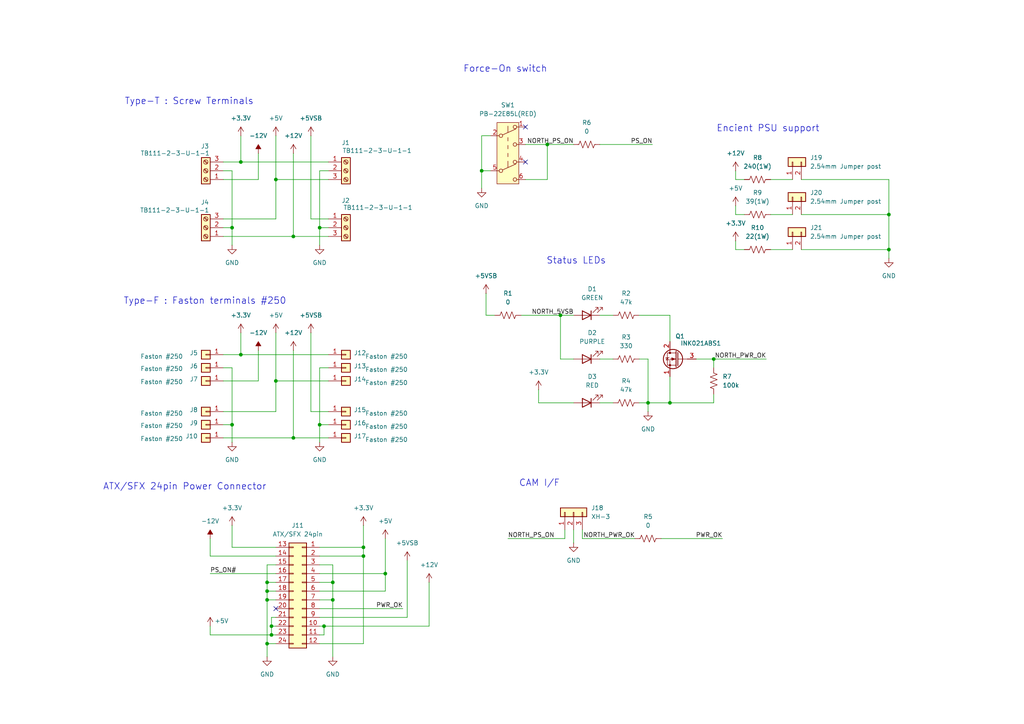
<source format=kicad_sch>
(kicad_sch
	(version 20250114)
	(generator "eeschema")
	(generator_version "9.0")
	(uuid "50e9223e-9e33-41d8-af1d-30e2a505690c")
	(paper "A4")
	(title_block
		(title "SFX Breakout board （EvbPusher project)")
		(date "2025-11-22")
		(rev "0.1.0")
		(company "田中屋電脳部")
	)
	(lib_symbols
		(symbol "Connector:Screw_Terminal_01x03"
			(pin_names
				(offset 1.016)
				(hide yes)
			)
			(exclude_from_sim no)
			(in_bom yes)
			(on_board yes)
			(property "Reference" "J"
				(at 0 5.08 0)
				(effects
					(font
						(size 1.27 1.27)
					)
				)
			)
			(property "Value" "Screw_Terminal_01x03"
				(at 0 -5.08 0)
				(effects
					(font
						(size 1.27 1.27)
					)
				)
			)
			(property "Footprint" ""
				(at 0 0 0)
				(effects
					(font
						(size 1.27 1.27)
					)
					(hide yes)
				)
			)
			(property "Datasheet" "~"
				(at 0 0 0)
				(effects
					(font
						(size 1.27 1.27)
					)
					(hide yes)
				)
			)
			(property "Description" "Generic screw terminal, single row, 01x03, script generated (kicad-library-utils/schlib/autogen/connector/)"
				(at 0 0 0)
				(effects
					(font
						(size 1.27 1.27)
					)
					(hide yes)
				)
			)
			(property "ki_keywords" "screw terminal"
				(at 0 0 0)
				(effects
					(font
						(size 1.27 1.27)
					)
					(hide yes)
				)
			)
			(property "ki_fp_filters" "TerminalBlock*:*"
				(at 0 0 0)
				(effects
					(font
						(size 1.27 1.27)
					)
					(hide yes)
				)
			)
			(symbol "Screw_Terminal_01x03_1_1"
				(rectangle
					(start -1.27 3.81)
					(end 1.27 -3.81)
					(stroke
						(width 0.254)
						(type default)
					)
					(fill
						(type background)
					)
				)
				(polyline
					(pts
						(xy -0.5334 2.8702) (xy 0.3302 2.032)
					)
					(stroke
						(width 0.1524)
						(type default)
					)
					(fill
						(type none)
					)
				)
				(polyline
					(pts
						(xy -0.5334 0.3302) (xy 0.3302 -0.508)
					)
					(stroke
						(width 0.1524)
						(type default)
					)
					(fill
						(type none)
					)
				)
				(polyline
					(pts
						(xy -0.5334 -2.2098) (xy 0.3302 -3.048)
					)
					(stroke
						(width 0.1524)
						(type default)
					)
					(fill
						(type none)
					)
				)
				(polyline
					(pts
						(xy -0.3556 3.048) (xy 0.508 2.2098)
					)
					(stroke
						(width 0.1524)
						(type default)
					)
					(fill
						(type none)
					)
				)
				(polyline
					(pts
						(xy -0.3556 0.508) (xy 0.508 -0.3302)
					)
					(stroke
						(width 0.1524)
						(type default)
					)
					(fill
						(type none)
					)
				)
				(polyline
					(pts
						(xy -0.3556 -2.032) (xy 0.508 -2.8702)
					)
					(stroke
						(width 0.1524)
						(type default)
					)
					(fill
						(type none)
					)
				)
				(circle
					(center 0 2.54)
					(radius 0.635)
					(stroke
						(width 0.1524)
						(type default)
					)
					(fill
						(type none)
					)
				)
				(circle
					(center 0 0)
					(radius 0.635)
					(stroke
						(width 0.1524)
						(type default)
					)
					(fill
						(type none)
					)
				)
				(circle
					(center 0 -2.54)
					(radius 0.635)
					(stroke
						(width 0.1524)
						(type default)
					)
					(fill
						(type none)
					)
				)
				(pin passive line
					(at -5.08 2.54 0)
					(length 3.81)
					(name "Pin_1"
						(effects
							(font
								(size 1.27 1.27)
							)
						)
					)
					(number "1"
						(effects
							(font
								(size 1.27 1.27)
							)
						)
					)
				)
				(pin passive line
					(at -5.08 0 0)
					(length 3.81)
					(name "Pin_2"
						(effects
							(font
								(size 1.27 1.27)
							)
						)
					)
					(number "2"
						(effects
							(font
								(size 1.27 1.27)
							)
						)
					)
				)
				(pin passive line
					(at -5.08 -2.54 0)
					(length 3.81)
					(name "Pin_3"
						(effects
							(font
								(size 1.27 1.27)
							)
						)
					)
					(number "3"
						(effects
							(font
								(size 1.27 1.27)
							)
						)
					)
				)
			)
			(embedded_fonts no)
		)
		(symbol "Connector_Generic:Conn_01x01"
			(pin_names
				(offset 1.016)
				(hide yes)
			)
			(exclude_from_sim no)
			(in_bom yes)
			(on_board yes)
			(property "Reference" "J"
				(at 0 2.54 0)
				(effects
					(font
						(size 1.27 1.27)
					)
				)
			)
			(property "Value" "Conn_01x01"
				(at 0 -2.54 0)
				(effects
					(font
						(size 1.27 1.27)
					)
				)
			)
			(property "Footprint" ""
				(at 0 0 0)
				(effects
					(font
						(size 1.27 1.27)
					)
					(hide yes)
				)
			)
			(property "Datasheet" "~"
				(at 0 0 0)
				(effects
					(font
						(size 1.27 1.27)
					)
					(hide yes)
				)
			)
			(property "Description" "Generic connector, single row, 01x01, script generated (kicad-library-utils/schlib/autogen/connector/)"
				(at 0 0 0)
				(effects
					(font
						(size 1.27 1.27)
					)
					(hide yes)
				)
			)
			(property "ki_keywords" "connector"
				(at 0 0 0)
				(effects
					(font
						(size 1.27 1.27)
					)
					(hide yes)
				)
			)
			(property "ki_fp_filters" "Connector*:*_1x??_*"
				(at 0 0 0)
				(effects
					(font
						(size 1.27 1.27)
					)
					(hide yes)
				)
			)
			(symbol "Conn_01x01_1_1"
				(rectangle
					(start -1.27 1.27)
					(end 1.27 -1.27)
					(stroke
						(width 0.254)
						(type default)
					)
					(fill
						(type background)
					)
				)
				(rectangle
					(start -1.27 0.127)
					(end 0 -0.127)
					(stroke
						(width 0.1524)
						(type default)
					)
					(fill
						(type none)
					)
				)
				(pin passive line
					(at -5.08 0 0)
					(length 3.81)
					(name "Pin_1"
						(effects
							(font
								(size 1.27 1.27)
							)
						)
					)
					(number "1"
						(effects
							(font
								(size 1.27 1.27)
							)
						)
					)
				)
			)
			(embedded_fonts no)
		)
		(symbol "Connector_Generic:Conn_01x02"
			(pin_names
				(offset 1.016)
				(hide yes)
			)
			(exclude_from_sim no)
			(in_bom yes)
			(on_board yes)
			(property "Reference" "J"
				(at 0 2.54 0)
				(effects
					(font
						(size 1.27 1.27)
					)
				)
			)
			(property "Value" "Conn_01x02"
				(at 0 -5.08 0)
				(effects
					(font
						(size 1.27 1.27)
					)
				)
			)
			(property "Footprint" ""
				(at 0 0 0)
				(effects
					(font
						(size 1.27 1.27)
					)
					(hide yes)
				)
			)
			(property "Datasheet" "~"
				(at 0 0 0)
				(effects
					(font
						(size 1.27 1.27)
					)
					(hide yes)
				)
			)
			(property "Description" "Generic connector, single row, 01x02, script generated (kicad-library-utils/schlib/autogen/connector/)"
				(at 0 0 0)
				(effects
					(font
						(size 1.27 1.27)
					)
					(hide yes)
				)
			)
			(property "ki_keywords" "connector"
				(at 0 0 0)
				(effects
					(font
						(size 1.27 1.27)
					)
					(hide yes)
				)
			)
			(property "ki_fp_filters" "Connector*:*_1x??_*"
				(at 0 0 0)
				(effects
					(font
						(size 1.27 1.27)
					)
					(hide yes)
				)
			)
			(symbol "Conn_01x02_1_1"
				(rectangle
					(start -1.27 1.27)
					(end 1.27 -3.81)
					(stroke
						(width 0.254)
						(type default)
					)
					(fill
						(type background)
					)
				)
				(rectangle
					(start -1.27 0.127)
					(end 0 -0.127)
					(stroke
						(width 0.1524)
						(type default)
					)
					(fill
						(type none)
					)
				)
				(rectangle
					(start -1.27 -2.413)
					(end 0 -2.667)
					(stroke
						(width 0.1524)
						(type default)
					)
					(fill
						(type none)
					)
				)
				(pin passive line
					(at -5.08 0 0)
					(length 3.81)
					(name "Pin_1"
						(effects
							(font
								(size 1.27 1.27)
							)
						)
					)
					(number "1"
						(effects
							(font
								(size 1.27 1.27)
							)
						)
					)
				)
				(pin passive line
					(at -5.08 -2.54 0)
					(length 3.81)
					(name "Pin_2"
						(effects
							(font
								(size 1.27 1.27)
							)
						)
					)
					(number "2"
						(effects
							(font
								(size 1.27 1.27)
							)
						)
					)
				)
			)
			(embedded_fonts no)
		)
		(symbol "Connector_Generic:Conn_01x03"
			(pin_names
				(offset 1.016)
				(hide yes)
			)
			(exclude_from_sim no)
			(in_bom yes)
			(on_board yes)
			(property "Reference" "J"
				(at 0 5.08 0)
				(effects
					(font
						(size 1.27 1.27)
					)
				)
			)
			(property "Value" "Conn_01x03"
				(at 0 -5.08 0)
				(effects
					(font
						(size 1.27 1.27)
					)
				)
			)
			(property "Footprint" ""
				(at 0 0 0)
				(effects
					(font
						(size 1.27 1.27)
					)
					(hide yes)
				)
			)
			(property "Datasheet" "~"
				(at 0 0 0)
				(effects
					(font
						(size 1.27 1.27)
					)
					(hide yes)
				)
			)
			(property "Description" "Generic connector, single row, 01x03, script generated (kicad-library-utils/schlib/autogen/connector/)"
				(at 0 0 0)
				(effects
					(font
						(size 1.27 1.27)
					)
					(hide yes)
				)
			)
			(property "ki_keywords" "connector"
				(at 0 0 0)
				(effects
					(font
						(size 1.27 1.27)
					)
					(hide yes)
				)
			)
			(property "ki_fp_filters" "Connector*:*_1x??_*"
				(at 0 0 0)
				(effects
					(font
						(size 1.27 1.27)
					)
					(hide yes)
				)
			)
			(symbol "Conn_01x03_1_1"
				(rectangle
					(start -1.27 3.81)
					(end 1.27 -3.81)
					(stroke
						(width 0.254)
						(type default)
					)
					(fill
						(type background)
					)
				)
				(rectangle
					(start -1.27 2.667)
					(end 0 2.413)
					(stroke
						(width 0.1524)
						(type default)
					)
					(fill
						(type none)
					)
				)
				(rectangle
					(start -1.27 0.127)
					(end 0 -0.127)
					(stroke
						(width 0.1524)
						(type default)
					)
					(fill
						(type none)
					)
				)
				(rectangle
					(start -1.27 -2.413)
					(end 0 -2.667)
					(stroke
						(width 0.1524)
						(type default)
					)
					(fill
						(type none)
					)
				)
				(pin passive line
					(at -5.08 2.54 0)
					(length 3.81)
					(name "Pin_1"
						(effects
							(font
								(size 1.27 1.27)
							)
						)
					)
					(number "1"
						(effects
							(font
								(size 1.27 1.27)
							)
						)
					)
				)
				(pin passive line
					(at -5.08 0 0)
					(length 3.81)
					(name "Pin_2"
						(effects
							(font
								(size 1.27 1.27)
							)
						)
					)
					(number "2"
						(effects
							(font
								(size 1.27 1.27)
							)
						)
					)
				)
				(pin passive line
					(at -5.08 -2.54 0)
					(length 3.81)
					(name "Pin_3"
						(effects
							(font
								(size 1.27 1.27)
							)
						)
					)
					(number "3"
						(effects
							(font
								(size 1.27 1.27)
							)
						)
					)
				)
			)
			(embedded_fonts no)
		)
		(symbol "Connector_Generic:Conn_02x12_Top_Bottom"
			(pin_names
				(offset 1.016)
				(hide yes)
			)
			(exclude_from_sim no)
			(in_bom yes)
			(on_board yes)
			(property "Reference" "J"
				(at 1.27 15.24 0)
				(effects
					(font
						(size 1.27 1.27)
					)
				)
			)
			(property "Value" "Conn_02x12_Top_Bottom"
				(at 1.27 -17.78 0)
				(effects
					(font
						(size 1.27 1.27)
					)
				)
			)
			(property "Footprint" ""
				(at 0 0 0)
				(effects
					(font
						(size 1.27 1.27)
					)
					(hide yes)
				)
			)
			(property "Datasheet" "~"
				(at 0 0 0)
				(effects
					(font
						(size 1.27 1.27)
					)
					(hide yes)
				)
			)
			(property "Description" "Generic connector, double row, 02x12, top/bottom pin numbering scheme (row 1: 1...pins_per_row, row2: pins_per_row+1 ... num_pins), script generated (kicad-library-utils/schlib/autogen/connector/)"
				(at 0 0 0)
				(effects
					(font
						(size 1.27 1.27)
					)
					(hide yes)
				)
			)
			(property "ki_keywords" "connector"
				(at 0 0 0)
				(effects
					(font
						(size 1.27 1.27)
					)
					(hide yes)
				)
			)
			(property "ki_fp_filters" "Connector*:*_2x??_*"
				(at 0 0 0)
				(effects
					(font
						(size 1.27 1.27)
					)
					(hide yes)
				)
			)
			(symbol "Conn_02x12_Top_Bottom_1_1"
				(rectangle
					(start -1.27 13.97)
					(end 3.81 -16.51)
					(stroke
						(width 0.254)
						(type default)
					)
					(fill
						(type background)
					)
				)
				(rectangle
					(start -1.27 12.827)
					(end 0 12.573)
					(stroke
						(width 0.1524)
						(type default)
					)
					(fill
						(type none)
					)
				)
				(rectangle
					(start -1.27 10.287)
					(end 0 10.033)
					(stroke
						(width 0.1524)
						(type default)
					)
					(fill
						(type none)
					)
				)
				(rectangle
					(start -1.27 7.747)
					(end 0 7.493)
					(stroke
						(width 0.1524)
						(type default)
					)
					(fill
						(type none)
					)
				)
				(rectangle
					(start -1.27 5.207)
					(end 0 4.953)
					(stroke
						(width 0.1524)
						(type default)
					)
					(fill
						(type none)
					)
				)
				(rectangle
					(start -1.27 2.667)
					(end 0 2.413)
					(stroke
						(width 0.1524)
						(type default)
					)
					(fill
						(type none)
					)
				)
				(rectangle
					(start -1.27 0.127)
					(end 0 -0.127)
					(stroke
						(width 0.1524)
						(type default)
					)
					(fill
						(type none)
					)
				)
				(rectangle
					(start -1.27 -2.413)
					(end 0 -2.667)
					(stroke
						(width 0.1524)
						(type default)
					)
					(fill
						(type none)
					)
				)
				(rectangle
					(start -1.27 -4.953)
					(end 0 -5.207)
					(stroke
						(width 0.1524)
						(type default)
					)
					(fill
						(type none)
					)
				)
				(rectangle
					(start -1.27 -7.493)
					(end 0 -7.747)
					(stroke
						(width 0.1524)
						(type default)
					)
					(fill
						(type none)
					)
				)
				(rectangle
					(start -1.27 -10.033)
					(end 0 -10.287)
					(stroke
						(width 0.1524)
						(type default)
					)
					(fill
						(type none)
					)
				)
				(rectangle
					(start -1.27 -12.573)
					(end 0 -12.827)
					(stroke
						(width 0.1524)
						(type default)
					)
					(fill
						(type none)
					)
				)
				(rectangle
					(start -1.27 -15.113)
					(end 0 -15.367)
					(stroke
						(width 0.1524)
						(type default)
					)
					(fill
						(type none)
					)
				)
				(rectangle
					(start 3.81 12.827)
					(end 2.54 12.573)
					(stroke
						(width 0.1524)
						(type default)
					)
					(fill
						(type none)
					)
				)
				(rectangle
					(start 3.81 10.287)
					(end 2.54 10.033)
					(stroke
						(width 0.1524)
						(type default)
					)
					(fill
						(type none)
					)
				)
				(rectangle
					(start 3.81 7.747)
					(end 2.54 7.493)
					(stroke
						(width 0.1524)
						(type default)
					)
					(fill
						(type none)
					)
				)
				(rectangle
					(start 3.81 5.207)
					(end 2.54 4.953)
					(stroke
						(width 0.1524)
						(type default)
					)
					(fill
						(type none)
					)
				)
				(rectangle
					(start 3.81 2.667)
					(end 2.54 2.413)
					(stroke
						(width 0.1524)
						(type default)
					)
					(fill
						(type none)
					)
				)
				(rectangle
					(start 3.81 0.127)
					(end 2.54 -0.127)
					(stroke
						(width 0.1524)
						(type default)
					)
					(fill
						(type none)
					)
				)
				(rectangle
					(start 3.81 -2.413)
					(end 2.54 -2.667)
					(stroke
						(width 0.1524)
						(type default)
					)
					(fill
						(type none)
					)
				)
				(rectangle
					(start 3.81 -4.953)
					(end 2.54 -5.207)
					(stroke
						(width 0.1524)
						(type default)
					)
					(fill
						(type none)
					)
				)
				(rectangle
					(start 3.81 -7.493)
					(end 2.54 -7.747)
					(stroke
						(width 0.1524)
						(type default)
					)
					(fill
						(type none)
					)
				)
				(rectangle
					(start 3.81 -10.033)
					(end 2.54 -10.287)
					(stroke
						(width 0.1524)
						(type default)
					)
					(fill
						(type none)
					)
				)
				(rectangle
					(start 3.81 -12.573)
					(end 2.54 -12.827)
					(stroke
						(width 0.1524)
						(type default)
					)
					(fill
						(type none)
					)
				)
				(rectangle
					(start 3.81 -15.113)
					(end 2.54 -15.367)
					(stroke
						(width 0.1524)
						(type default)
					)
					(fill
						(type none)
					)
				)
				(pin passive line
					(at -5.08 12.7 0)
					(length 3.81)
					(name "Pin_1"
						(effects
							(font
								(size 1.27 1.27)
							)
						)
					)
					(number "1"
						(effects
							(font
								(size 1.27 1.27)
							)
						)
					)
				)
				(pin passive line
					(at -5.08 10.16 0)
					(length 3.81)
					(name "Pin_2"
						(effects
							(font
								(size 1.27 1.27)
							)
						)
					)
					(number "2"
						(effects
							(font
								(size 1.27 1.27)
							)
						)
					)
				)
				(pin passive line
					(at -5.08 7.62 0)
					(length 3.81)
					(name "Pin_3"
						(effects
							(font
								(size 1.27 1.27)
							)
						)
					)
					(number "3"
						(effects
							(font
								(size 1.27 1.27)
							)
						)
					)
				)
				(pin passive line
					(at -5.08 5.08 0)
					(length 3.81)
					(name "Pin_4"
						(effects
							(font
								(size 1.27 1.27)
							)
						)
					)
					(number "4"
						(effects
							(font
								(size 1.27 1.27)
							)
						)
					)
				)
				(pin passive line
					(at -5.08 2.54 0)
					(length 3.81)
					(name "Pin_5"
						(effects
							(font
								(size 1.27 1.27)
							)
						)
					)
					(number "5"
						(effects
							(font
								(size 1.27 1.27)
							)
						)
					)
				)
				(pin passive line
					(at -5.08 0 0)
					(length 3.81)
					(name "Pin_6"
						(effects
							(font
								(size 1.27 1.27)
							)
						)
					)
					(number "6"
						(effects
							(font
								(size 1.27 1.27)
							)
						)
					)
				)
				(pin passive line
					(at -5.08 -2.54 0)
					(length 3.81)
					(name "Pin_7"
						(effects
							(font
								(size 1.27 1.27)
							)
						)
					)
					(number "7"
						(effects
							(font
								(size 1.27 1.27)
							)
						)
					)
				)
				(pin passive line
					(at -5.08 -5.08 0)
					(length 3.81)
					(name "Pin_8"
						(effects
							(font
								(size 1.27 1.27)
							)
						)
					)
					(number "8"
						(effects
							(font
								(size 1.27 1.27)
							)
						)
					)
				)
				(pin passive line
					(at -5.08 -7.62 0)
					(length 3.81)
					(name "Pin_9"
						(effects
							(font
								(size 1.27 1.27)
							)
						)
					)
					(number "9"
						(effects
							(font
								(size 1.27 1.27)
							)
						)
					)
				)
				(pin passive line
					(at -5.08 -10.16 0)
					(length 3.81)
					(name "Pin_10"
						(effects
							(font
								(size 1.27 1.27)
							)
						)
					)
					(number "10"
						(effects
							(font
								(size 1.27 1.27)
							)
						)
					)
				)
				(pin passive line
					(at -5.08 -12.7 0)
					(length 3.81)
					(name "Pin_11"
						(effects
							(font
								(size 1.27 1.27)
							)
						)
					)
					(number "11"
						(effects
							(font
								(size 1.27 1.27)
							)
						)
					)
				)
				(pin passive line
					(at -5.08 -15.24 0)
					(length 3.81)
					(name "Pin_12"
						(effects
							(font
								(size 1.27 1.27)
							)
						)
					)
					(number "12"
						(effects
							(font
								(size 1.27 1.27)
							)
						)
					)
				)
				(pin passive line
					(at 7.62 12.7 180)
					(length 3.81)
					(name "Pin_13"
						(effects
							(font
								(size 1.27 1.27)
							)
						)
					)
					(number "13"
						(effects
							(font
								(size 1.27 1.27)
							)
						)
					)
				)
				(pin passive line
					(at 7.62 10.16 180)
					(length 3.81)
					(name "Pin_14"
						(effects
							(font
								(size 1.27 1.27)
							)
						)
					)
					(number "14"
						(effects
							(font
								(size 1.27 1.27)
							)
						)
					)
				)
				(pin passive line
					(at 7.62 7.62 180)
					(length 3.81)
					(name "Pin_15"
						(effects
							(font
								(size 1.27 1.27)
							)
						)
					)
					(number "15"
						(effects
							(font
								(size 1.27 1.27)
							)
						)
					)
				)
				(pin passive line
					(at 7.62 5.08 180)
					(length 3.81)
					(name "Pin_16"
						(effects
							(font
								(size 1.27 1.27)
							)
						)
					)
					(number "16"
						(effects
							(font
								(size 1.27 1.27)
							)
						)
					)
				)
				(pin passive line
					(at 7.62 2.54 180)
					(length 3.81)
					(name "Pin_17"
						(effects
							(font
								(size 1.27 1.27)
							)
						)
					)
					(number "17"
						(effects
							(font
								(size 1.27 1.27)
							)
						)
					)
				)
				(pin passive line
					(at 7.62 0 180)
					(length 3.81)
					(name "Pin_18"
						(effects
							(font
								(size 1.27 1.27)
							)
						)
					)
					(number "18"
						(effects
							(font
								(size 1.27 1.27)
							)
						)
					)
				)
				(pin passive line
					(at 7.62 -2.54 180)
					(length 3.81)
					(name "Pin_19"
						(effects
							(font
								(size 1.27 1.27)
							)
						)
					)
					(number "19"
						(effects
							(font
								(size 1.27 1.27)
							)
						)
					)
				)
				(pin passive line
					(at 7.62 -5.08 180)
					(length 3.81)
					(name "Pin_20"
						(effects
							(font
								(size 1.27 1.27)
							)
						)
					)
					(number "20"
						(effects
							(font
								(size 1.27 1.27)
							)
						)
					)
				)
				(pin passive line
					(at 7.62 -7.62 180)
					(length 3.81)
					(name "Pin_21"
						(effects
							(font
								(size 1.27 1.27)
							)
						)
					)
					(number "21"
						(effects
							(font
								(size 1.27 1.27)
							)
						)
					)
				)
				(pin passive line
					(at 7.62 -10.16 180)
					(length 3.81)
					(name "Pin_22"
						(effects
							(font
								(size 1.27 1.27)
							)
						)
					)
					(number "22"
						(effects
							(font
								(size 1.27 1.27)
							)
						)
					)
				)
				(pin passive line
					(at 7.62 -12.7 180)
					(length 3.81)
					(name "Pin_23"
						(effects
							(font
								(size 1.27 1.27)
							)
						)
					)
					(number "23"
						(effects
							(font
								(size 1.27 1.27)
							)
						)
					)
				)
				(pin passive line
					(at 7.62 -15.24 180)
					(length 3.81)
					(name "Pin_24"
						(effects
							(font
								(size 1.27 1.27)
							)
						)
					)
					(number "24"
						(effects
							(font
								(size 1.27 1.27)
							)
						)
					)
				)
			)
			(embedded_fonts no)
		)
		(symbol "Device:LED"
			(pin_numbers
				(hide yes)
			)
			(pin_names
				(offset 1.016)
				(hide yes)
			)
			(exclude_from_sim no)
			(in_bom yes)
			(on_board yes)
			(property "Reference" "D"
				(at 0 2.54 0)
				(effects
					(font
						(size 1.27 1.27)
					)
				)
			)
			(property "Value" "LED"
				(at 0 -2.54 0)
				(effects
					(font
						(size 1.27 1.27)
					)
				)
			)
			(property "Footprint" ""
				(at 0 0 0)
				(effects
					(font
						(size 1.27 1.27)
					)
					(hide yes)
				)
			)
			(property "Datasheet" "~"
				(at 0 0 0)
				(effects
					(font
						(size 1.27 1.27)
					)
					(hide yes)
				)
			)
			(property "Description" "Light emitting diode"
				(at 0 0 0)
				(effects
					(font
						(size 1.27 1.27)
					)
					(hide yes)
				)
			)
			(property "Sim.Pins" "1=K 2=A"
				(at 0 0 0)
				(effects
					(font
						(size 1.27 1.27)
					)
					(hide yes)
				)
			)
			(property "ki_keywords" "LED diode"
				(at 0 0 0)
				(effects
					(font
						(size 1.27 1.27)
					)
					(hide yes)
				)
			)
			(property "ki_fp_filters" "LED* LED_SMD:* LED_THT:*"
				(at 0 0 0)
				(effects
					(font
						(size 1.27 1.27)
					)
					(hide yes)
				)
			)
			(symbol "LED_0_1"
				(polyline
					(pts
						(xy -3.048 -0.762) (xy -4.572 -2.286) (xy -3.81 -2.286) (xy -4.572 -2.286) (xy -4.572 -1.524)
					)
					(stroke
						(width 0)
						(type default)
					)
					(fill
						(type none)
					)
				)
				(polyline
					(pts
						(xy -1.778 -0.762) (xy -3.302 -2.286) (xy -2.54 -2.286) (xy -3.302 -2.286) (xy -3.302 -1.524)
					)
					(stroke
						(width 0)
						(type default)
					)
					(fill
						(type none)
					)
				)
				(polyline
					(pts
						(xy -1.27 0) (xy 1.27 0)
					)
					(stroke
						(width 0)
						(type default)
					)
					(fill
						(type none)
					)
				)
				(polyline
					(pts
						(xy -1.27 -1.27) (xy -1.27 1.27)
					)
					(stroke
						(width 0.254)
						(type default)
					)
					(fill
						(type none)
					)
				)
				(polyline
					(pts
						(xy 1.27 -1.27) (xy 1.27 1.27) (xy -1.27 0) (xy 1.27 -1.27)
					)
					(stroke
						(width 0.254)
						(type default)
					)
					(fill
						(type none)
					)
				)
			)
			(symbol "LED_1_1"
				(pin passive line
					(at -3.81 0 0)
					(length 2.54)
					(name "K"
						(effects
							(font
								(size 1.27 1.27)
							)
						)
					)
					(number "1"
						(effects
							(font
								(size 1.27 1.27)
							)
						)
					)
				)
				(pin passive line
					(at 3.81 0 180)
					(length 2.54)
					(name "A"
						(effects
							(font
								(size 1.27 1.27)
							)
						)
					)
					(number "2"
						(effects
							(font
								(size 1.27 1.27)
							)
						)
					)
				)
			)
			(embedded_fonts no)
		)
		(symbol "Device:R_US"
			(pin_numbers
				(hide yes)
			)
			(pin_names
				(offset 0)
			)
			(exclude_from_sim no)
			(in_bom yes)
			(on_board yes)
			(property "Reference" "R"
				(at 2.54 0 90)
				(effects
					(font
						(size 1.27 1.27)
					)
				)
			)
			(property "Value" "R_US"
				(at -2.54 0 90)
				(effects
					(font
						(size 1.27 1.27)
					)
				)
			)
			(property "Footprint" ""
				(at 1.016 -0.254 90)
				(effects
					(font
						(size 1.27 1.27)
					)
					(hide yes)
				)
			)
			(property "Datasheet" "~"
				(at 0 0 0)
				(effects
					(font
						(size 1.27 1.27)
					)
					(hide yes)
				)
			)
			(property "Description" "Resistor, US symbol"
				(at 0 0 0)
				(effects
					(font
						(size 1.27 1.27)
					)
					(hide yes)
				)
			)
			(property "ki_keywords" "R res resistor"
				(at 0 0 0)
				(effects
					(font
						(size 1.27 1.27)
					)
					(hide yes)
				)
			)
			(property "ki_fp_filters" "R_*"
				(at 0 0 0)
				(effects
					(font
						(size 1.27 1.27)
					)
					(hide yes)
				)
			)
			(symbol "R_US_0_1"
				(polyline
					(pts
						(xy 0 2.286) (xy 0 2.54)
					)
					(stroke
						(width 0)
						(type default)
					)
					(fill
						(type none)
					)
				)
				(polyline
					(pts
						(xy 0 2.286) (xy 1.016 1.905) (xy 0 1.524) (xy -1.016 1.143) (xy 0 0.762)
					)
					(stroke
						(width 0)
						(type default)
					)
					(fill
						(type none)
					)
				)
				(polyline
					(pts
						(xy 0 0.762) (xy 1.016 0.381) (xy 0 0) (xy -1.016 -0.381) (xy 0 -0.762)
					)
					(stroke
						(width 0)
						(type default)
					)
					(fill
						(type none)
					)
				)
				(polyline
					(pts
						(xy 0 -0.762) (xy 1.016 -1.143) (xy 0 -1.524) (xy -1.016 -1.905) (xy 0 -2.286)
					)
					(stroke
						(width 0)
						(type default)
					)
					(fill
						(type none)
					)
				)
				(polyline
					(pts
						(xy 0 -2.286) (xy 0 -2.54)
					)
					(stroke
						(width 0)
						(type default)
					)
					(fill
						(type none)
					)
				)
			)
			(symbol "R_US_1_1"
				(pin passive line
					(at 0 3.81 270)
					(length 1.27)
					(name "~"
						(effects
							(font
								(size 1.27 1.27)
							)
						)
					)
					(number "1"
						(effects
							(font
								(size 1.27 1.27)
							)
						)
					)
				)
				(pin passive line
					(at 0 -3.81 90)
					(length 1.27)
					(name "~"
						(effects
							(font
								(size 1.27 1.27)
							)
						)
					)
					(number "2"
						(effects
							(font
								(size 1.27 1.27)
							)
						)
					)
				)
			)
			(embedded_fonts no)
		)
		(symbol "Switch:SW_Push_DPDT"
			(pin_names
				(offset 0)
				(hide yes)
			)
			(exclude_from_sim no)
			(in_bom yes)
			(on_board yes)
			(property "Reference" "SW"
				(at 0 10.16 0)
				(effects
					(font
						(size 1.27 1.27)
					)
				)
			)
			(property "Value" "SW_Push_DPDT"
				(at 0 -10.16 0)
				(effects
					(font
						(size 1.27 1.27)
					)
				)
			)
			(property "Footprint" ""
				(at 0 5.08 0)
				(effects
					(font
						(size 1.27 1.27)
					)
					(hide yes)
				)
			)
			(property "Datasheet" "~"
				(at 0 5.08 0)
				(effects
					(font
						(size 1.27 1.27)
					)
					(hide yes)
				)
			)
			(property "Description" "Momentary Switch, dual pole double throw"
				(at 0 0 0)
				(effects
					(font
						(size 1.27 1.27)
					)
					(hide yes)
				)
			)
			(property "ki_keywords" "switch dual-pole double-throw spdt ON-ON"
				(at 0 0 0)
				(effects
					(font
						(size 1.27 1.27)
					)
					(hide yes)
				)
			)
			(symbol "SW_Push_DPDT_0_0"
				(circle
					(center -2.032 5.08)
					(radius 0.508)
					(stroke
						(width 0)
						(type default)
					)
					(fill
						(type none)
					)
				)
				(circle
					(center -2.032 -5.08)
					(radius 0.508)
					(stroke
						(width 0)
						(type default)
					)
					(fill
						(type none)
					)
				)
				(circle
					(center 2.032 2.54)
					(radius 0.508)
					(stroke
						(width 0)
						(type default)
					)
					(fill
						(type none)
					)
				)
				(circle
					(center 2.032 -7.62)
					(radius 0.508)
					(stroke
						(width 0)
						(type default)
					)
					(fill
						(type none)
					)
				)
			)
			(symbol "SW_Push_DPDT_0_1"
				(polyline
					(pts
						(xy -1.524 5.334) (xy 2.3368 7.0612)
					)
					(stroke
						(width 0)
						(type default)
					)
					(fill
						(type none)
					)
				)
				(polyline
					(pts
						(xy -1.524 -4.826) (xy 2.3368 -3.0988)
					)
					(stroke
						(width 0)
						(type default)
					)
					(fill
						(type none)
					)
				)
				(polyline
					(pts
						(xy 0 7.874) (xy 0 6.096)
					)
					(stroke
						(width 0)
						(type default)
					)
					(fill
						(type none)
					)
				)
				(polyline
					(pts
						(xy 0 3.556) (xy 0 4.572)
					)
					(stroke
						(width 0)
						(type default)
					)
					(fill
						(type none)
					)
				)
				(polyline
					(pts
						(xy 0 1.27) (xy 0 2.286)
					)
					(stroke
						(width 0)
						(type default)
					)
					(fill
						(type none)
					)
				)
				(polyline
					(pts
						(xy 0 -1.016) (xy 0 0)
					)
					(stroke
						(width 0)
						(type default)
					)
					(fill
						(type none)
					)
				)
				(polyline
					(pts
						(xy 0 -2.286) (xy 0 -4.064)
					)
					(stroke
						(width 0)
						(type default)
					)
					(fill
						(type none)
					)
				)
				(circle
					(center 2.032 7.62)
					(radius 0.508)
					(stroke
						(width 0)
						(type default)
					)
					(fill
						(type none)
					)
				)
				(circle
					(center 2.032 -2.54)
					(radius 0.508)
					(stroke
						(width 0)
						(type default)
					)
					(fill
						(type none)
					)
				)
			)
			(symbol "SW_Push_DPDT_1_1"
				(rectangle
					(start -3.175 8.89)
					(end 3.175 -8.89)
					(stroke
						(width 0)
						(type default)
					)
					(fill
						(type background)
					)
				)
				(pin passive line
					(at -5.08 5.08 0)
					(length 2.54)
					(name "B"
						(effects
							(font
								(size 1.27 1.27)
							)
						)
					)
					(number "2"
						(effects
							(font
								(size 1.27 1.27)
							)
						)
					)
				)
				(pin passive line
					(at -5.08 -5.08 0)
					(length 2.54)
					(name "B"
						(effects
							(font
								(size 1.27 1.27)
							)
						)
					)
					(number "5"
						(effects
							(font
								(size 1.27 1.27)
							)
						)
					)
				)
				(pin passive line
					(at 5.08 7.62 180)
					(length 2.54)
					(name "A"
						(effects
							(font
								(size 1.27 1.27)
							)
						)
					)
					(number "1"
						(effects
							(font
								(size 1.27 1.27)
							)
						)
					)
				)
				(pin passive line
					(at 5.08 2.54 180)
					(length 2.54)
					(name "C"
						(effects
							(font
								(size 1.27 1.27)
							)
						)
					)
					(number "3"
						(effects
							(font
								(size 1.27 1.27)
							)
						)
					)
				)
				(pin passive line
					(at 5.08 -2.54 180)
					(length 2.54)
					(name "A"
						(effects
							(font
								(size 1.27 1.27)
							)
						)
					)
					(number "4"
						(effects
							(font
								(size 1.27 1.27)
							)
						)
					)
				)
				(pin passive line
					(at 5.08 -7.62 180)
					(length 2.54)
					(name "C"
						(effects
							(font
								(size 1.27 1.27)
							)
						)
					)
					(number "6"
						(effects
							(font
								(size 1.27 1.27)
							)
						)
					)
				)
			)
			(embedded_fonts no)
		)
		(symbol "Transistor_FET_Other:Q_NMOS_Depletion_SDG"
			(pin_names
				(offset 0)
				(hide yes)
			)
			(exclude_from_sim no)
			(in_bom yes)
			(on_board yes)
			(property "Reference" "Q"
				(at 5.08 1.905 0)
				(effects
					(font
						(size 1.27 1.27)
					)
					(justify left)
				)
			)
			(property "Value" "Q_NMOS_Depletion_SDG"
				(at 5.08 0 0)
				(effects
					(font
						(size 1.27 1.27)
					)
					(justify left)
				)
			)
			(property "Footprint" ""
				(at 0 0 0)
				(effects
					(font
						(size 1.27 1.27)
					)
					(hide yes)
				)
			)
			(property "Datasheet" "~"
				(at 0 0 0)
				(effects
					(font
						(size 1.27 1.27)
					)
					(hide yes)
				)
			)
			(property "Description" "Depletion-mode N-channel MOSFET source/drain/gate"
				(at 0 0 0)
				(effects
					(font
						(size 1.27 1.27)
					)
					(hide yes)
				)
			)
			(property "ki_keywords" "NMOS"
				(at 0 0 0)
				(effects
					(font
						(size 1.27 1.27)
					)
					(hide yes)
				)
			)
			(symbol "Q_NMOS_Depletion_SDG_0_1"
				(polyline
					(pts
						(xy 0.254 1.905) (xy 0.254 -1.905)
					)
					(stroke
						(width 0.254)
						(type default)
					)
					(fill
						(type none)
					)
				)
				(polyline
					(pts
						(xy 0.254 0) (xy -2.54 0)
					)
					(stroke
						(width 0)
						(type default)
					)
					(fill
						(type none)
					)
				)
				(polyline
					(pts
						(xy 0.762 2.286) (xy 0.762 -2.286)
					)
					(stroke
						(width 0.254)
						(type default)
					)
					(fill
						(type none)
					)
				)
				(polyline
					(pts
						(xy 0.762 -1.778) (xy 3.302 -1.778) (xy 3.302 1.778) (xy 0.762 1.778)
					)
					(stroke
						(width 0)
						(type default)
					)
					(fill
						(type none)
					)
				)
				(polyline
					(pts
						(xy 1.016 0) (xy 2.032 0.381) (xy 2.032 -0.381) (xy 1.016 0)
					)
					(stroke
						(width 0)
						(type default)
					)
					(fill
						(type outline)
					)
				)
				(circle
					(center 1.651 0)
					(radius 2.794)
					(stroke
						(width 0.254)
						(type default)
					)
					(fill
						(type none)
					)
				)
				(polyline
					(pts
						(xy 2.54 2.54) (xy 2.54 1.778)
					)
					(stroke
						(width 0)
						(type default)
					)
					(fill
						(type none)
					)
				)
				(circle
					(center 2.54 1.778)
					(radius 0.254)
					(stroke
						(width 0)
						(type default)
					)
					(fill
						(type outline)
					)
				)
				(circle
					(center 2.54 -1.778)
					(radius 0.254)
					(stroke
						(width 0)
						(type default)
					)
					(fill
						(type outline)
					)
				)
				(polyline
					(pts
						(xy 2.54 -2.54) (xy 2.54 0) (xy 0.762 0)
					)
					(stroke
						(width 0)
						(type default)
					)
					(fill
						(type none)
					)
				)
				(polyline
					(pts
						(xy 2.794 0.508) (xy 2.921 0.381) (xy 3.683 0.381) (xy 3.81 0.254)
					)
					(stroke
						(width 0)
						(type default)
					)
					(fill
						(type none)
					)
				)
				(polyline
					(pts
						(xy 3.302 0.381) (xy 2.921 -0.254) (xy 3.683 -0.254) (xy 3.302 0.381)
					)
					(stroke
						(width 0)
						(type default)
					)
					(fill
						(type none)
					)
				)
			)
			(symbol "Q_NMOS_Depletion_SDG_1_1"
				(pin input line
					(at -5.08 0 0)
					(length 2.54)
					(name "G"
						(effects
							(font
								(size 1.27 1.27)
							)
						)
					)
					(number "3"
						(effects
							(font
								(size 1.27 1.27)
							)
						)
					)
				)
				(pin passive line
					(at 2.54 5.08 270)
					(length 2.54)
					(name "D"
						(effects
							(font
								(size 1.27 1.27)
							)
						)
					)
					(number "2"
						(effects
							(font
								(size 1.27 1.27)
							)
						)
					)
				)
				(pin passive line
					(at 2.54 -5.08 90)
					(length 2.54)
					(name "S"
						(effects
							(font
								(size 1.27 1.27)
							)
						)
					)
					(number "1"
						(effects
							(font
								(size 1.27 1.27)
							)
						)
					)
				)
			)
			(embedded_fonts no)
		)
		(symbol "power:+12V"
			(power)
			(pin_numbers
				(hide yes)
			)
			(pin_names
				(offset 0)
				(hide yes)
			)
			(exclude_from_sim no)
			(in_bom yes)
			(on_board yes)
			(property "Reference" "#PWR"
				(at 0 -3.81 0)
				(effects
					(font
						(size 1.27 1.27)
					)
					(hide yes)
				)
			)
			(property "Value" "+12V"
				(at 0 3.556 0)
				(effects
					(font
						(size 1.27 1.27)
					)
				)
			)
			(property "Footprint" ""
				(at 0 0 0)
				(effects
					(font
						(size 1.27 1.27)
					)
					(hide yes)
				)
			)
			(property "Datasheet" ""
				(at 0 0 0)
				(effects
					(font
						(size 1.27 1.27)
					)
					(hide yes)
				)
			)
			(property "Description" "Power symbol creates a global label with name \"+12V\""
				(at 0 0 0)
				(effects
					(font
						(size 1.27 1.27)
					)
					(hide yes)
				)
			)
			(property "ki_keywords" "global power"
				(at 0 0 0)
				(effects
					(font
						(size 1.27 1.27)
					)
					(hide yes)
				)
			)
			(symbol "+12V_0_1"
				(polyline
					(pts
						(xy -0.762 1.27) (xy 0 2.54)
					)
					(stroke
						(width 0)
						(type default)
					)
					(fill
						(type none)
					)
				)
				(polyline
					(pts
						(xy 0 2.54) (xy 0.762 1.27)
					)
					(stroke
						(width 0)
						(type default)
					)
					(fill
						(type none)
					)
				)
				(polyline
					(pts
						(xy 0 0) (xy 0 2.54)
					)
					(stroke
						(width 0)
						(type default)
					)
					(fill
						(type none)
					)
				)
			)
			(symbol "+12V_1_1"
				(pin power_in line
					(at 0 0 90)
					(length 0)
					(name "~"
						(effects
							(font
								(size 1.27 1.27)
							)
						)
					)
					(number "1"
						(effects
							(font
								(size 1.27 1.27)
							)
						)
					)
				)
			)
			(embedded_fonts no)
		)
		(symbol "power:+3.3V"
			(power)
			(pin_numbers
				(hide yes)
			)
			(pin_names
				(offset 0)
				(hide yes)
			)
			(exclude_from_sim no)
			(in_bom yes)
			(on_board yes)
			(property "Reference" "#PWR"
				(at 0 -3.81 0)
				(effects
					(font
						(size 1.27 1.27)
					)
					(hide yes)
				)
			)
			(property "Value" "+3.3V"
				(at 0 3.556 0)
				(effects
					(font
						(size 1.27 1.27)
					)
				)
			)
			(property "Footprint" ""
				(at 0 0 0)
				(effects
					(font
						(size 1.27 1.27)
					)
					(hide yes)
				)
			)
			(property "Datasheet" ""
				(at 0 0 0)
				(effects
					(font
						(size 1.27 1.27)
					)
					(hide yes)
				)
			)
			(property "Description" "Power symbol creates a global label with name \"+3.3V\""
				(at 0 0 0)
				(effects
					(font
						(size 1.27 1.27)
					)
					(hide yes)
				)
			)
			(property "ki_keywords" "global power"
				(at 0 0 0)
				(effects
					(font
						(size 1.27 1.27)
					)
					(hide yes)
				)
			)
			(symbol "+3.3V_0_1"
				(polyline
					(pts
						(xy -0.762 1.27) (xy 0 2.54)
					)
					(stroke
						(width 0)
						(type default)
					)
					(fill
						(type none)
					)
				)
				(polyline
					(pts
						(xy 0 2.54) (xy 0.762 1.27)
					)
					(stroke
						(width 0)
						(type default)
					)
					(fill
						(type none)
					)
				)
				(polyline
					(pts
						(xy 0 0) (xy 0 2.54)
					)
					(stroke
						(width 0)
						(type default)
					)
					(fill
						(type none)
					)
				)
			)
			(symbol "+3.3V_1_1"
				(pin power_in line
					(at 0 0 90)
					(length 0)
					(name "~"
						(effects
							(font
								(size 1.27 1.27)
							)
						)
					)
					(number "1"
						(effects
							(font
								(size 1.27 1.27)
							)
						)
					)
				)
			)
			(embedded_fonts no)
		)
		(symbol "power:+5V"
			(power)
			(pin_numbers
				(hide yes)
			)
			(pin_names
				(offset 0)
				(hide yes)
			)
			(exclude_from_sim no)
			(in_bom yes)
			(on_board yes)
			(property "Reference" "#PWR"
				(at 0 -3.81 0)
				(effects
					(font
						(size 1.27 1.27)
					)
					(hide yes)
				)
			)
			(property "Value" "+5V"
				(at 0 3.556 0)
				(effects
					(font
						(size 1.27 1.27)
					)
				)
			)
			(property "Footprint" ""
				(at 0 0 0)
				(effects
					(font
						(size 1.27 1.27)
					)
					(hide yes)
				)
			)
			(property "Datasheet" ""
				(at 0 0 0)
				(effects
					(font
						(size 1.27 1.27)
					)
					(hide yes)
				)
			)
			(property "Description" "Power symbol creates a global label with name \"+5V\""
				(at 0 0 0)
				(effects
					(font
						(size 1.27 1.27)
					)
					(hide yes)
				)
			)
			(property "ki_keywords" "global power"
				(at 0 0 0)
				(effects
					(font
						(size 1.27 1.27)
					)
					(hide yes)
				)
			)
			(symbol "+5V_0_1"
				(polyline
					(pts
						(xy -0.762 1.27) (xy 0 2.54)
					)
					(stroke
						(width 0)
						(type default)
					)
					(fill
						(type none)
					)
				)
				(polyline
					(pts
						(xy 0 2.54) (xy 0.762 1.27)
					)
					(stroke
						(width 0)
						(type default)
					)
					(fill
						(type none)
					)
				)
				(polyline
					(pts
						(xy 0 0) (xy 0 2.54)
					)
					(stroke
						(width 0)
						(type default)
					)
					(fill
						(type none)
					)
				)
			)
			(symbol "+5V_1_1"
				(pin power_in line
					(at 0 0 90)
					(length 0)
					(name "~"
						(effects
							(font
								(size 1.27 1.27)
							)
						)
					)
					(number "1"
						(effects
							(font
								(size 1.27 1.27)
							)
						)
					)
				)
			)
			(embedded_fonts no)
		)
		(symbol "power:+5VP"
			(power)
			(pin_numbers
				(hide yes)
			)
			(pin_names
				(offset 0)
				(hide yes)
			)
			(exclude_from_sim no)
			(in_bom yes)
			(on_board yes)
			(property "Reference" "#PWR"
				(at 0 -3.81 0)
				(effects
					(font
						(size 1.27 1.27)
					)
					(hide yes)
				)
			)
			(property "Value" "+5VP"
				(at 0 3.556 0)
				(effects
					(font
						(size 1.27 1.27)
					)
				)
			)
			(property "Footprint" ""
				(at 0 0 0)
				(effects
					(font
						(size 1.27 1.27)
					)
					(hide yes)
				)
			)
			(property "Datasheet" ""
				(at 0 0 0)
				(effects
					(font
						(size 1.27 1.27)
					)
					(hide yes)
				)
			)
			(property "Description" "Power symbol creates a global label with name \"+5VP\""
				(at 0 0 0)
				(effects
					(font
						(size 1.27 1.27)
					)
					(hide yes)
				)
			)
			(property "ki_keywords" "global power"
				(at 0 0 0)
				(effects
					(font
						(size 1.27 1.27)
					)
					(hide yes)
				)
			)
			(symbol "+5VP_0_1"
				(polyline
					(pts
						(xy -0.762 1.27) (xy 0 2.54)
					)
					(stroke
						(width 0)
						(type default)
					)
					(fill
						(type none)
					)
				)
				(polyline
					(pts
						(xy 0 2.54) (xy 0.762 1.27)
					)
					(stroke
						(width 0)
						(type default)
					)
					(fill
						(type none)
					)
				)
				(polyline
					(pts
						(xy 0 0) (xy 0 2.54)
					)
					(stroke
						(width 0)
						(type default)
					)
					(fill
						(type none)
					)
				)
			)
			(symbol "+5VP_1_1"
				(pin power_in line
					(at 0 0 90)
					(length 0)
					(name "~"
						(effects
							(font
								(size 1.27 1.27)
							)
						)
					)
					(number "1"
						(effects
							(font
								(size 1.27 1.27)
							)
						)
					)
				)
			)
			(embedded_fonts no)
		)
		(symbol "power:-12V"
			(power)
			(pin_numbers
				(hide yes)
			)
			(pin_names
				(offset 0)
				(hide yes)
			)
			(exclude_from_sim no)
			(in_bom yes)
			(on_board yes)
			(property "Reference" "#PWR"
				(at 0 -3.81 0)
				(effects
					(font
						(size 1.27 1.27)
					)
					(hide yes)
				)
			)
			(property "Value" "-12V"
				(at 0 3.556 0)
				(effects
					(font
						(size 1.27 1.27)
					)
				)
			)
			(property "Footprint" ""
				(at 0 0 0)
				(effects
					(font
						(size 1.27 1.27)
					)
					(hide yes)
				)
			)
			(property "Datasheet" ""
				(at 0 0 0)
				(effects
					(font
						(size 1.27 1.27)
					)
					(hide yes)
				)
			)
			(property "Description" "Power symbol creates a global label with name \"-12V\""
				(at 0 0 0)
				(effects
					(font
						(size 1.27 1.27)
					)
					(hide yes)
				)
			)
			(property "ki_keywords" "global power"
				(at 0 0 0)
				(effects
					(font
						(size 1.27 1.27)
					)
					(hide yes)
				)
			)
			(symbol "-12V_0_0"
				(pin power_in line
					(at 0 0 90)
					(length 0)
					(name "~"
						(effects
							(font
								(size 1.27 1.27)
							)
						)
					)
					(number "1"
						(effects
							(font
								(size 1.27 1.27)
							)
						)
					)
				)
			)
			(symbol "-12V_0_1"
				(polyline
					(pts
						(xy 0 0) (xy 0 1.27) (xy 0.762 1.27) (xy 0 2.54) (xy -0.762 1.27) (xy 0 1.27)
					)
					(stroke
						(width 0)
						(type default)
					)
					(fill
						(type outline)
					)
				)
			)
			(embedded_fonts no)
		)
		(symbol "power:GND"
			(power)
			(pin_numbers
				(hide yes)
			)
			(pin_names
				(offset 0)
				(hide yes)
			)
			(exclude_from_sim no)
			(in_bom yes)
			(on_board yes)
			(property "Reference" "#PWR"
				(at 0 -6.35 0)
				(effects
					(font
						(size 1.27 1.27)
					)
					(hide yes)
				)
			)
			(property "Value" "GND"
				(at 0 -3.81 0)
				(effects
					(font
						(size 1.27 1.27)
					)
				)
			)
			(property "Footprint" ""
				(at 0 0 0)
				(effects
					(font
						(size 1.27 1.27)
					)
					(hide yes)
				)
			)
			(property "Datasheet" ""
				(at 0 0 0)
				(effects
					(font
						(size 1.27 1.27)
					)
					(hide yes)
				)
			)
			(property "Description" "Power symbol creates a global label with name \"GND\" , ground"
				(at 0 0 0)
				(effects
					(font
						(size 1.27 1.27)
					)
					(hide yes)
				)
			)
			(property "ki_keywords" "global power"
				(at 0 0 0)
				(effects
					(font
						(size 1.27 1.27)
					)
					(hide yes)
				)
			)
			(symbol "GND_0_1"
				(polyline
					(pts
						(xy 0 0) (xy 0 -1.27) (xy 1.27 -1.27) (xy 0 -2.54) (xy -1.27 -1.27) (xy 0 -1.27)
					)
					(stroke
						(width 0)
						(type default)
					)
					(fill
						(type none)
					)
				)
			)
			(symbol "GND_1_1"
				(pin power_in line
					(at 0 0 270)
					(length 0)
					(name "~"
						(effects
							(font
								(size 1.27 1.27)
							)
						)
					)
					(number "1"
						(effects
							(font
								(size 1.27 1.27)
							)
						)
					)
				)
			)
			(embedded_fonts no)
		)
	)
	(text "Type-T : Screw Terminals"
		(exclude_from_sim no)
		(at 54.864 29.464 0)
		(effects
			(font
				(size 1.905 1.905)
			)
		)
		(uuid "2f89031d-523e-40bc-9e12-f5c5000b58ab")
	)
	(text "CAM I/F"
		(exclude_from_sim no)
		(at 156.464 140.208 0)
		(effects
			(font
				(size 1.905 1.905)
			)
		)
		(uuid "31c61962-914b-494c-9922-fd8c495a6b2f")
	)
	(text "ATX/SFX 24pin Power Connector"
		(exclude_from_sim no)
		(at 53.594 141.224 0)
		(effects
			(font
				(size 1.905 1.905)
			)
		)
		(uuid "33ebefa1-64f0-43b0-9b10-229fbd2d6434")
	)
	(text "Status LEDs"
		(exclude_from_sim no)
		(at 167.132 75.692 0)
		(effects
			(font
				(size 1.905 1.905)
			)
		)
		(uuid "4c43ee34-4a79-48fd-8bad-02cc8f2fbaa1")
	)
	(text "Encient PSU support"
		(exclude_from_sim no)
		(at 222.758 37.338 0)
		(effects
			(font
				(size 1.905 1.905)
			)
		)
		(uuid "4edb6257-1493-4f6d-b5be-3b23fc2ceeb2")
	)
	(text "Type-F : Faston terminals #250"
		(exclude_from_sim no)
		(at 59.436 87.376 0)
		(effects
			(font
				(size 1.905 1.905)
			)
		)
		(uuid "b5c91248-90b2-48ec-a9c4-51b017f1ef10")
	)
	(text "Force-On switch"
		(exclude_from_sim no)
		(at 146.558 20.066 0)
		(effects
			(font
				(size 1.905 1.905)
			)
		)
		(uuid "c4116250-0814-4b7e-9bfa-d9ec722ad2b0")
	)
	(junction
		(at 105.41 158.75)
		(diameter 0)
		(color 0 0 0 0)
		(uuid "07daecae-6d82-4be4-8d2e-44da524948fd")
	)
	(junction
		(at 69.85 46.99)
		(diameter 0)
		(color 0 0 0 0)
		(uuid "13f8c666-234f-41f8-be82-f88a3ef2da33")
	)
	(junction
		(at 77.47 173.99)
		(diameter 0)
		(color 0 0 0 0)
		(uuid "1aefc932-8a72-4f59-9a47-547f51fdbc3e")
	)
	(junction
		(at 187.96 116.84)
		(diameter 0)
		(color 0 0 0 0)
		(uuid "1b7ec450-13e7-47b6-b1a1-e95056899207")
	)
	(junction
		(at 77.47 186.69)
		(diameter 0)
		(color 0 0 0 0)
		(uuid "1c84b3a2-4308-48e8-8a56-e19f26b07611")
	)
	(junction
		(at 80.01 110.49)
		(diameter 0)
		(color 0 0 0 0)
		(uuid "27781716-604c-411e-8648-4a7cafd37755")
	)
	(junction
		(at 69.85 102.87)
		(diameter 0)
		(color 0 0 0 0)
		(uuid "30c2cba1-ec7f-4e8a-bd58-628b89523add")
	)
	(junction
		(at 80.01 52.07)
		(diameter 0)
		(color 0 0 0 0)
		(uuid "337755f8-4d84-4355-b1ef-3909c1728386")
	)
	(junction
		(at 78.74 181.61)
		(diameter 0)
		(color 0 0 0 0)
		(uuid "5a12da36-1bd4-4973-a8db-bcbc70756cd5")
	)
	(junction
		(at 92.71 123.19)
		(diameter 0)
		(color 0 0 0 0)
		(uuid "6cb00eb3-0d79-423b-a96e-ce73baeaf687")
	)
	(junction
		(at 194.31 116.84)
		(diameter 0)
		(color 0 0 0 0)
		(uuid "707cdaa6-aa42-44b7-83ef-3d43773b1dff")
	)
	(junction
		(at 78.74 184.15)
		(diameter 0)
		(color 0 0 0 0)
		(uuid "76d46b68-c602-4ae0-9965-7e877fa786e6")
	)
	(junction
		(at 105.41 161.29)
		(diameter 0)
		(color 0 0 0 0)
		(uuid "78fe1b09-ed79-4b9c-889e-42772368709d")
	)
	(junction
		(at 67.31 123.19)
		(diameter 0)
		(color 0 0 0 0)
		(uuid "7bb082f0-99e3-472f-be5e-98e967617a15")
	)
	(junction
		(at 92.71 66.04)
		(diameter 0)
		(color 0 0 0 0)
		(uuid "86c2ff5a-4465-4aa0-9c0f-c9e77e811ff7")
	)
	(junction
		(at 257.81 62.23)
		(diameter 0)
		(color 0 0 0 0)
		(uuid "897de336-00e6-414a-add0-6075ad882c2e")
	)
	(junction
		(at 77.47 168.91)
		(diameter 0)
		(color 0 0 0 0)
		(uuid "8985acb2-7c04-448f-b1a0-8ecf86a70f2d")
	)
	(junction
		(at 257.81 72.39)
		(diameter 0)
		(color 0 0 0 0)
		(uuid "89e8bb1a-ae9c-4087-ba0b-441fd9534a10")
	)
	(junction
		(at 207.01 104.14)
		(diameter 0)
		(color 0 0 0 0)
		(uuid "8e8e4312-5952-4e0a-97f2-28dd16dd5801")
	)
	(junction
		(at 158.75 41.91)
		(diameter 0)
		(color 0 0 0 0)
		(uuid "950eeb97-d718-4d37-a763-67953f86f5b0")
	)
	(junction
		(at 111.76 166.37)
		(diameter 0)
		(color 0 0 0 0)
		(uuid "a595321a-685a-402a-b201-80ff9cafaf65")
	)
	(junction
		(at 85.09 127)
		(diameter 0)
		(color 0 0 0 0)
		(uuid "aa9cbfec-d9a4-4ab8-bac7-be6cad843dd7")
	)
	(junction
		(at 96.52 168.91)
		(diameter 0)
		(color 0 0 0 0)
		(uuid "c0155fbc-a657-44a9-9a64-791afba68c2d")
	)
	(junction
		(at 93.98 181.61)
		(diameter 0)
		(color 0 0 0 0)
		(uuid "c126f8ee-6ef1-4b87-b757-db58f1508383")
	)
	(junction
		(at 162.56 91.44)
		(diameter 0)
		(color 0 0 0 0)
		(uuid "ca8007cb-1365-4e74-bb57-cda7dd4fe092")
	)
	(junction
		(at 96.52 173.99)
		(diameter 0)
		(color 0 0 0 0)
		(uuid "cf5b57eb-628a-4aed-9df0-36a981133c9a")
	)
	(junction
		(at 85.09 68.58)
		(diameter 0)
		(color 0 0 0 0)
		(uuid "d3250a7a-e00e-4dee-b060-2d6ec0c2ad6d")
	)
	(junction
		(at 139.7 49.53)
		(diameter 0)
		(color 0 0 0 0)
		(uuid "ddbe09ef-33d5-4d90-b144-89362d12c9bb")
	)
	(junction
		(at 77.47 171.45)
		(diameter 0)
		(color 0 0 0 0)
		(uuid "f5056c66-fce7-42fa-9085-936d90b95248")
	)
	(junction
		(at 67.31 66.04)
		(diameter 0)
		(color 0 0 0 0)
		(uuid "f79b773b-9a5a-42df-a4dd-8365860ec526")
	)
	(no_connect
		(at 152.4 36.83)
		(uuid "3d07056d-ef0c-4016-8101-8953e0c8b733")
	)
	(no_connect
		(at 152.4 46.99)
		(uuid "a8b89b17-f99f-49f8-b2ef-a947f88cd15a")
	)
	(no_connect
		(at 80.01 176.53)
		(uuid "b94b1a6a-5ce2-44f6-82a8-05d58911532f")
	)
	(wire
		(pts
			(xy 90.17 63.5) (xy 95.25 63.5)
		)
		(stroke
			(width 0)
			(type default)
		)
		(uuid "022be1bf-cf19-453a-a02d-48e5c2335457")
	)
	(wire
		(pts
			(xy 64.77 119.38) (xy 80.01 119.38)
		)
		(stroke
			(width 0)
			(type default)
		)
		(uuid "02768070-6aea-4bed-ad2a-496c5bd14e13")
	)
	(wire
		(pts
			(xy 67.31 49.53) (xy 67.31 66.04)
		)
		(stroke
			(width 0)
			(type default)
		)
		(uuid "055e5ffa-38b7-4299-8cdf-fb02d1050b9e")
	)
	(wire
		(pts
			(xy 80.01 161.29) (xy 60.96 161.29)
		)
		(stroke
			(width 0)
			(type default)
		)
		(uuid "07fffd63-8209-470a-b030-0871c5beb01d")
	)
	(wire
		(pts
			(xy 147.32 156.21) (xy 163.83 156.21)
		)
		(stroke
			(width 0)
			(type default)
		)
		(uuid "0ba863c7-ddbb-430a-8dd9-9d09f4428e5b")
	)
	(wire
		(pts
			(xy 96.52 168.91) (xy 96.52 173.99)
		)
		(stroke
			(width 0)
			(type default)
		)
		(uuid "0de24fe6-9279-413c-98e2-c160255235e3")
	)
	(wire
		(pts
			(xy 232.41 52.07) (xy 257.81 52.07)
		)
		(stroke
			(width 0)
			(type default)
		)
		(uuid "0f0b16b0-88a8-43bb-921d-634811f6ae95")
	)
	(wire
		(pts
			(xy 140.97 85.09) (xy 140.97 91.44)
		)
		(stroke
			(width 0)
			(type default)
		)
		(uuid "0f6f25ab-bf61-4ad5-95ac-2e5b73fbd14a")
	)
	(wire
		(pts
			(xy 78.74 181.61) (xy 78.74 184.15)
		)
		(stroke
			(width 0)
			(type default)
		)
		(uuid "118b02d7-0186-4fd9-8bce-f6fccc5af01f")
	)
	(wire
		(pts
			(xy 162.56 104.14) (xy 166.37 104.14)
		)
		(stroke
			(width 0)
			(type default)
		)
		(uuid "11d7eeb2-ba9a-4c91-bd86-2ab0eafc993e")
	)
	(wire
		(pts
			(xy 163.83 153.67) (xy 163.83 156.21)
		)
		(stroke
			(width 0)
			(type default)
		)
		(uuid "127d9d44-b73f-4181-b7fb-145b1517949e")
	)
	(wire
		(pts
			(xy 223.52 62.23) (xy 229.87 62.23)
		)
		(stroke
			(width 0)
			(type default)
		)
		(uuid "153f8e98-84a0-4309-b5d9-90e7c00229ee")
	)
	(wire
		(pts
			(xy 158.75 52.07) (xy 152.4 52.07)
		)
		(stroke
			(width 0)
			(type default)
		)
		(uuid "154bad0d-bee2-4648-851b-5a7a17ec1b3e")
	)
	(wire
		(pts
			(xy 232.41 62.23) (xy 257.81 62.23)
		)
		(stroke
			(width 0)
			(type default)
		)
		(uuid "15e69653-f800-4b88-aef9-babed5103403")
	)
	(wire
		(pts
			(xy 142.24 39.37) (xy 139.7 39.37)
		)
		(stroke
			(width 0)
			(type default)
		)
		(uuid "19e4860d-ccbd-4804-ab0c-778aa5c6d5b4")
	)
	(wire
		(pts
			(xy 64.77 110.49) (xy 74.93 110.49)
		)
		(stroke
			(width 0)
			(type default)
		)
		(uuid "1a880fb6-a567-4e21-87c6-93bd1640228c")
	)
	(wire
		(pts
			(xy 95.25 52.07) (xy 80.01 52.07)
		)
		(stroke
			(width 0)
			(type default)
		)
		(uuid "1d694532-1db4-4ece-b622-559e3df680fb")
	)
	(wire
		(pts
			(xy 69.85 46.99) (xy 95.25 46.99)
		)
		(stroke
			(width 0)
			(type default)
		)
		(uuid "1db5f2c4-d39e-46bf-a9f3-29c006b995f5")
	)
	(wire
		(pts
			(xy 158.75 41.91) (xy 166.37 41.91)
		)
		(stroke
			(width 0)
			(type default)
		)
		(uuid "1f47924d-697c-4fb6-9e80-d4de080f98c7")
	)
	(wire
		(pts
			(xy 187.96 104.14) (xy 187.96 116.84)
		)
		(stroke
			(width 0)
			(type default)
		)
		(uuid "225a264b-a7ea-4740-9a7d-0f703ac6baed")
	)
	(wire
		(pts
			(xy 158.75 41.91) (xy 158.75 52.07)
		)
		(stroke
			(width 0)
			(type default)
		)
		(uuid "22a7052e-b58d-4287-9a6e-b107c1f209d5")
	)
	(wire
		(pts
			(xy 64.77 106.68) (xy 67.31 106.68)
		)
		(stroke
			(width 0)
			(type default)
		)
		(uuid "254a970d-bc3f-4ebc-9066-ede9233df5d3")
	)
	(wire
		(pts
			(xy 92.71 181.61) (xy 93.98 181.61)
		)
		(stroke
			(width 0)
			(type default)
		)
		(uuid "25fa48cb-a7f6-4120-85f0-2e0d7f94790d")
	)
	(wire
		(pts
			(xy 92.71 168.91) (xy 96.52 168.91)
		)
		(stroke
			(width 0)
			(type default)
		)
		(uuid "27e058d3-eded-40d2-9b64-ed08178bf638")
	)
	(wire
		(pts
			(xy 95.25 66.04) (xy 92.71 66.04)
		)
		(stroke
			(width 0)
			(type default)
		)
		(uuid "2821b3c2-0a7e-4be2-9081-73eebe77d585")
	)
	(wire
		(pts
			(xy 105.41 186.69) (xy 105.41 161.29)
		)
		(stroke
			(width 0)
			(type default)
		)
		(uuid "28dcc6f2-747f-44be-b517-090117962274")
	)
	(wire
		(pts
			(xy 111.76 166.37) (xy 111.76 156.21)
		)
		(stroke
			(width 0)
			(type default)
		)
		(uuid "2c2b853f-a0b2-4763-9221-4b1d36ced34f")
	)
	(wire
		(pts
			(xy 194.31 99.06) (xy 194.31 91.44)
		)
		(stroke
			(width 0)
			(type default)
		)
		(uuid "2c72979c-9bf0-42e8-b83d-64f74784202e")
	)
	(wire
		(pts
			(xy 257.81 62.23) (xy 257.81 72.39)
		)
		(stroke
			(width 0)
			(type default)
		)
		(uuid "2f2c43b7-a7cc-4000-bc1d-c587c7bd1614")
	)
	(wire
		(pts
			(xy 124.46 181.61) (xy 124.46 168.91)
		)
		(stroke
			(width 0)
			(type default)
		)
		(uuid "3525f88b-b101-4222-96b7-ae1a4551f230")
	)
	(wire
		(pts
			(xy 60.96 184.15) (xy 78.74 184.15)
		)
		(stroke
			(width 0)
			(type default)
		)
		(uuid "35af9b7f-8834-4fb8-93b6-4f9cadfac5b4")
	)
	(wire
		(pts
			(xy 64.77 127) (xy 85.09 127)
		)
		(stroke
			(width 0)
			(type default)
		)
		(uuid "35f179c6-bf88-4089-8528-888559704f2f")
	)
	(wire
		(pts
			(xy 80.01 163.83) (xy 77.47 163.83)
		)
		(stroke
			(width 0)
			(type default)
		)
		(uuid "3698e073-9441-493a-88f8-8d37196f4163")
	)
	(wire
		(pts
			(xy 64.77 123.19) (xy 67.31 123.19)
		)
		(stroke
			(width 0)
			(type default)
		)
		(uuid "36a7d645-8a67-4544-9499-360d0c9b06fd")
	)
	(wire
		(pts
			(xy 74.93 52.07) (xy 74.93 44.45)
		)
		(stroke
			(width 0)
			(type default)
		)
		(uuid "3926fec1-9cbc-4b96-a696-86abbaaf9293")
	)
	(wire
		(pts
			(xy 173.99 104.14) (xy 177.8 104.14)
		)
		(stroke
			(width 0)
			(type default)
		)
		(uuid "3eb9c62f-8ec5-413a-a710-6175b3b657e1")
	)
	(wire
		(pts
			(xy 142.24 49.53) (xy 139.7 49.53)
		)
		(stroke
			(width 0)
			(type default)
		)
		(uuid "4019dba3-af4e-4208-b34f-77219cdbba60")
	)
	(wire
		(pts
			(xy 92.71 171.45) (xy 111.76 171.45)
		)
		(stroke
			(width 0)
			(type default)
		)
		(uuid "432205e9-5f26-4e41-b682-4e78e95c6440")
	)
	(wire
		(pts
			(xy 156.21 113.03) (xy 156.21 116.84)
		)
		(stroke
			(width 0)
			(type default)
		)
		(uuid "470c0ed2-38f2-45e6-886e-6ffaa4bb54cc")
	)
	(wire
		(pts
			(xy 80.01 119.38) (xy 80.01 110.49)
		)
		(stroke
			(width 0)
			(type default)
		)
		(uuid "48595a22-c696-4b93-b05c-44f1b6ec33ba")
	)
	(wire
		(pts
			(xy 60.96 184.15) (xy 60.96 181.61)
		)
		(stroke
			(width 0)
			(type default)
		)
		(uuid "48d685bf-94af-4e42-91ed-8aafcea49ca1")
	)
	(wire
		(pts
			(xy 95.25 68.58) (xy 85.09 68.58)
		)
		(stroke
			(width 0)
			(type default)
		)
		(uuid "4ab777af-167d-4881-8163-64f40273c048")
	)
	(wire
		(pts
			(xy 92.71 184.15) (xy 93.98 184.15)
		)
		(stroke
			(width 0)
			(type default)
		)
		(uuid "4c0a1962-3bbc-495b-a478-590f65ba464f")
	)
	(wire
		(pts
			(xy 92.71 106.68) (xy 92.71 123.19)
		)
		(stroke
			(width 0)
			(type default)
		)
		(uuid "4c7def92-0333-471d-ae79-bd523233fcd1")
	)
	(wire
		(pts
			(xy 257.81 72.39) (xy 257.81 74.93)
		)
		(stroke
			(width 0)
			(type default)
		)
		(uuid "4cea94ac-312c-448a-9259-97a51a0e877d")
	)
	(wire
		(pts
			(xy 151.13 91.44) (xy 162.56 91.44)
		)
		(stroke
			(width 0)
			(type default)
		)
		(uuid "4f05a790-4ac8-46d0-85b4-be62b962a040")
	)
	(wire
		(pts
			(xy 207.01 104.14) (xy 207.01 106.68)
		)
		(stroke
			(width 0)
			(type default)
		)
		(uuid "5122a43f-c86c-4667-85b6-2472a5a3452f")
	)
	(wire
		(pts
			(xy 77.47 173.99) (xy 80.01 173.99)
		)
		(stroke
			(width 0)
			(type default)
		)
		(uuid "532124e2-0eac-4bab-a3ae-f71c1253694e")
	)
	(wire
		(pts
			(xy 207.01 104.14) (xy 222.25 104.14)
		)
		(stroke
			(width 0)
			(type default)
		)
		(uuid "54195eb3-b37e-4e6d-b069-1044a82aae7a")
	)
	(wire
		(pts
			(xy 185.42 104.14) (xy 187.96 104.14)
		)
		(stroke
			(width 0)
			(type default)
		)
		(uuid "54df4f20-79e8-4624-892f-13adaa0240df")
	)
	(wire
		(pts
			(xy 64.77 49.53) (xy 67.31 49.53)
		)
		(stroke
			(width 0)
			(type default)
		)
		(uuid "55f8b676-9199-4df5-8f29-1843f234c18e")
	)
	(wire
		(pts
			(xy 185.42 116.84) (xy 187.96 116.84)
		)
		(stroke
			(width 0)
			(type default)
		)
		(uuid "566d20e7-c04d-41ba-983b-5329a9dd5963")
	)
	(wire
		(pts
			(xy 223.52 72.39) (xy 229.87 72.39)
		)
		(stroke
			(width 0)
			(type default)
		)
		(uuid "5762f473-77be-406e-afab-d323d5f49e14")
	)
	(wire
		(pts
			(xy 85.09 101.6) (xy 85.09 127)
		)
		(stroke
			(width 0)
			(type default)
		)
		(uuid "59232713-e348-4df4-b3cd-54a25af6032b")
	)
	(wire
		(pts
			(xy 213.36 49.53) (xy 213.36 52.07)
		)
		(stroke
			(width 0)
			(type default)
		)
		(uuid "5cb15c33-4066-41b5-b242-ec96da0b03b2")
	)
	(wire
		(pts
			(xy 67.31 66.04) (xy 67.31 71.12)
		)
		(stroke
			(width 0)
			(type default)
		)
		(uuid "5d2f47be-b101-4271-957e-b2491a2fc564")
	)
	(wire
		(pts
			(xy 80.01 110.49) (xy 95.25 110.49)
		)
		(stroke
			(width 0)
			(type default)
		)
		(uuid "5d8df7db-2f7b-46b8-96e7-ba7d9d805ae0")
	)
	(wire
		(pts
			(xy 77.47 171.45) (xy 77.47 173.99)
		)
		(stroke
			(width 0)
			(type default)
		)
		(uuid "5e918cd5-ebc3-4eef-ba0d-a80705960a09")
	)
	(wire
		(pts
			(xy 64.77 63.5) (xy 80.01 63.5)
		)
		(stroke
			(width 0)
			(type default)
		)
		(uuid "5f93488c-158d-4885-9851-4cd615b8c1c5")
	)
	(wire
		(pts
			(xy 78.74 181.61) (xy 80.01 181.61)
		)
		(stroke
			(width 0)
			(type default)
		)
		(uuid "668f5c87-3b1c-40b1-b295-2241c0acbab4")
	)
	(wire
		(pts
			(xy 187.96 116.84) (xy 187.96 119.38)
		)
		(stroke
			(width 0)
			(type default)
		)
		(uuid "66f4dd85-f56f-44b3-abb7-80b6b8230a2a")
	)
	(wire
		(pts
			(xy 232.41 72.39) (xy 257.81 72.39)
		)
		(stroke
			(width 0)
			(type default)
		)
		(uuid "69f710fb-9eec-42a1-bb28-255266886899")
	)
	(wire
		(pts
			(xy 168.91 153.67) (xy 168.91 156.21)
		)
		(stroke
			(width 0)
			(type default)
		)
		(uuid "6a32f455-4ede-46ab-8ff8-4fa3cf4821b6")
	)
	(wire
		(pts
			(xy 139.7 39.37) (xy 139.7 49.53)
		)
		(stroke
			(width 0)
			(type default)
		)
		(uuid "6af177ed-43d5-40ca-bc8e-a3223c2b1697")
	)
	(wire
		(pts
			(xy 92.71 161.29) (xy 105.41 161.29)
		)
		(stroke
			(width 0)
			(type default)
		)
		(uuid "6b5ebe08-0b70-4633-b2c0-1ba0fa594ffa")
	)
	(wire
		(pts
			(xy 93.98 184.15) (xy 93.98 181.61)
		)
		(stroke
			(width 0)
			(type default)
		)
		(uuid "73a8edc0-4b38-4dda-8f6a-026cdf3d665c")
	)
	(wire
		(pts
			(xy 69.85 96.52) (xy 69.85 102.87)
		)
		(stroke
			(width 0)
			(type default)
		)
		(uuid "74b21fe0-eb4a-4c07-a8c7-ada253c3c368")
	)
	(wire
		(pts
			(xy 77.47 171.45) (xy 80.01 171.45)
		)
		(stroke
			(width 0)
			(type default)
		)
		(uuid "74b42ed2-34f0-413d-8b65-e7dc2edf97f1")
	)
	(wire
		(pts
			(xy 213.36 69.85) (xy 213.36 72.39)
		)
		(stroke
			(width 0)
			(type default)
		)
		(uuid "77a4d3a1-0256-4bb2-89e0-7a756fdf599e")
	)
	(wire
		(pts
			(xy 173.99 91.44) (xy 177.8 91.44)
		)
		(stroke
			(width 0)
			(type default)
		)
		(uuid "77f82152-1d5a-49a1-a270-e1be47f73fcb")
	)
	(wire
		(pts
			(xy 156.21 116.84) (xy 166.37 116.84)
		)
		(stroke
			(width 0)
			(type default)
		)
		(uuid "7854956e-0869-4998-8255-a3450402d995")
	)
	(wire
		(pts
			(xy 95.25 106.68) (xy 92.71 106.68)
		)
		(stroke
			(width 0)
			(type default)
		)
		(uuid "786a50b2-b097-4dd8-9e2b-5b772202c356")
	)
	(wire
		(pts
			(xy 92.71 163.83) (xy 96.52 163.83)
		)
		(stroke
			(width 0)
			(type default)
		)
		(uuid "7918b64c-1818-48b7-977e-3cc35ccdb921")
	)
	(wire
		(pts
			(xy 80.01 158.75) (xy 67.31 158.75)
		)
		(stroke
			(width 0)
			(type default)
		)
		(uuid "7bedae4f-08fc-4d41-8e93-7e74ce9f0fe9")
	)
	(wire
		(pts
			(xy 166.37 153.67) (xy 166.37 157.48)
		)
		(stroke
			(width 0)
			(type default)
		)
		(uuid "7c720bb0-2b96-4919-aeec-d2b505667efb")
	)
	(wire
		(pts
			(xy 64.77 52.07) (xy 74.93 52.07)
		)
		(stroke
			(width 0)
			(type default)
		)
		(uuid "7e671418-066e-4a7f-af94-a4bda24f5da7")
	)
	(wire
		(pts
			(xy 173.99 116.84) (xy 177.8 116.84)
		)
		(stroke
			(width 0)
			(type default)
		)
		(uuid "80c52e2a-3700-4ac9-bdc0-1a41a324f345")
	)
	(wire
		(pts
			(xy 77.47 186.69) (xy 77.47 190.5)
		)
		(stroke
			(width 0)
			(type default)
		)
		(uuid "82cd8d19-2ef7-419c-a051-aa26f6773dab")
	)
	(wire
		(pts
			(xy 78.74 179.07) (xy 78.74 181.61)
		)
		(stroke
			(width 0)
			(type default)
		)
		(uuid "8c11353f-bbf2-4be6-a34c-793b5f189635")
	)
	(wire
		(pts
			(xy 96.52 173.99) (xy 96.52 190.5)
		)
		(stroke
			(width 0)
			(type default)
		)
		(uuid "8c500aa5-71ac-4c5b-8afe-29307b892001")
	)
	(wire
		(pts
			(xy 64.77 68.58) (xy 85.09 68.58)
		)
		(stroke
			(width 0)
			(type default)
		)
		(uuid "8e5ec64b-c6f5-472b-953f-719d24bedf7b")
	)
	(wire
		(pts
			(xy 80.01 96.52) (xy 80.01 110.49)
		)
		(stroke
			(width 0)
			(type default)
		)
		(uuid "987438d8-bb71-4ef2-9523-e72add1fe5a9")
	)
	(wire
		(pts
			(xy 80.01 179.07) (xy 78.74 179.07)
		)
		(stroke
			(width 0)
			(type default)
		)
		(uuid "99aa7c37-db91-4fb6-8c37-d59601a48e6d")
	)
	(wire
		(pts
			(xy 60.96 166.37) (xy 80.01 166.37)
		)
		(stroke
			(width 0)
			(type default)
		)
		(uuid "9b77ebcf-1ccd-42f6-852e-ff0b2e25963b")
	)
	(wire
		(pts
			(xy 77.47 186.69) (xy 80.01 186.69)
		)
		(stroke
			(width 0)
			(type default)
		)
		(uuid "9bbc440f-c745-4868-8dff-e5449b843b74")
	)
	(wire
		(pts
			(xy 223.52 52.07) (xy 229.87 52.07)
		)
		(stroke
			(width 0)
			(type default)
		)
		(uuid "9c7b767e-abcf-4d6d-9dc6-af0e8283933d")
	)
	(wire
		(pts
			(xy 257.81 52.07) (xy 257.81 62.23)
		)
		(stroke
			(width 0)
			(type default)
		)
		(uuid "9e051911-aebb-4963-90ee-74049549b032")
	)
	(wire
		(pts
			(xy 95.25 119.38) (xy 90.17 119.38)
		)
		(stroke
			(width 0)
			(type default)
		)
		(uuid "a6e01e29-2126-4214-840b-8279f82ef805")
	)
	(wire
		(pts
			(xy 162.56 91.44) (xy 166.37 91.44)
		)
		(stroke
			(width 0)
			(type default)
		)
		(uuid "a74cdd99-7709-4e8d-936e-88d298a5bb06")
	)
	(wire
		(pts
			(xy 92.71 49.53) (xy 92.71 66.04)
		)
		(stroke
			(width 0)
			(type default)
		)
		(uuid "a7fb6f9c-a32a-407b-8ef8-a41457e87841")
	)
	(wire
		(pts
			(xy 185.42 91.44) (xy 194.31 91.44)
		)
		(stroke
			(width 0)
			(type default)
		)
		(uuid "a9723e8a-480b-451e-b638-6c9839db5a62")
	)
	(wire
		(pts
			(xy 92.71 66.04) (xy 92.71 71.12)
		)
		(stroke
			(width 0)
			(type default)
		)
		(uuid "aa0743c3-f8cb-40db-b7fe-605a5f59f6fd")
	)
	(wire
		(pts
			(xy 213.36 72.39) (xy 215.9 72.39)
		)
		(stroke
			(width 0)
			(type default)
		)
		(uuid "ab6fabb0-6ab5-4966-9974-343d90776e9d")
	)
	(wire
		(pts
			(xy 78.74 184.15) (xy 80.01 184.15)
		)
		(stroke
			(width 0)
			(type default)
		)
		(uuid "ab735481-977a-4b52-88f9-f11a0a7422c0")
	)
	(wire
		(pts
			(xy 105.41 158.75) (xy 105.41 152.4)
		)
		(stroke
			(width 0)
			(type default)
		)
		(uuid "aca07c62-1aff-46a5-be49-457a46a4f175")
	)
	(wire
		(pts
			(xy 92.71 176.53) (xy 116.84 176.53)
		)
		(stroke
			(width 0)
			(type default)
		)
		(uuid "acae2414-9a85-4dce-a57c-c5f8bfdd0330")
	)
	(wire
		(pts
			(xy 80.01 52.07) (xy 80.01 39.37)
		)
		(stroke
			(width 0)
			(type default)
		)
		(uuid "acec2b93-21b1-4cde-93b5-ee4c46b9f100")
	)
	(wire
		(pts
			(xy 118.11 179.07) (xy 92.71 179.07)
		)
		(stroke
			(width 0)
			(type default)
		)
		(uuid "ad88220d-6345-4af1-94c8-10daa03cb9ef")
	)
	(wire
		(pts
			(xy 67.31 123.19) (xy 67.31 128.27)
		)
		(stroke
			(width 0)
			(type default)
		)
		(uuid "b08dcb64-f781-49e4-aa6e-28a32fd8f96e")
	)
	(wire
		(pts
			(xy 95.25 49.53) (xy 92.71 49.53)
		)
		(stroke
			(width 0)
			(type default)
		)
		(uuid "b188f463-141e-4496-9b82-2775381e3583")
	)
	(wire
		(pts
			(xy 111.76 171.45) (xy 111.76 166.37)
		)
		(stroke
			(width 0)
			(type default)
		)
		(uuid "b49654cb-30cc-4cac-a3f0-56b385fca6b4")
	)
	(wire
		(pts
			(xy 85.09 68.58) (xy 85.09 44.45)
		)
		(stroke
			(width 0)
			(type default)
		)
		(uuid "b57428ad-4a04-4a14-a6d3-de7d27f051b7")
	)
	(wire
		(pts
			(xy 92.71 173.99) (xy 96.52 173.99)
		)
		(stroke
			(width 0)
			(type default)
		)
		(uuid "b5e85d04-3b1d-4801-aa5a-b87c7e4db64d")
	)
	(wire
		(pts
			(xy 85.09 127) (xy 95.25 127)
		)
		(stroke
			(width 0)
			(type default)
		)
		(uuid "b65a2ce3-da1a-4d5d-ad76-841f5071d264")
	)
	(wire
		(pts
			(xy 77.47 168.91) (xy 77.47 171.45)
		)
		(stroke
			(width 0)
			(type default)
		)
		(uuid "b77bd687-78b9-4edd-b697-efbd024bf6a1")
	)
	(wire
		(pts
			(xy 118.11 162.56) (xy 118.11 179.07)
		)
		(stroke
			(width 0)
			(type default)
		)
		(uuid "b976952b-f26e-4895-bce3-14bf25067484")
	)
	(wire
		(pts
			(xy 90.17 119.38) (xy 90.17 96.52)
		)
		(stroke
			(width 0)
			(type default)
		)
		(uuid "bb3ce58b-2505-45cf-81be-c92c49ab1d29")
	)
	(wire
		(pts
			(xy 64.77 46.99) (xy 69.85 46.99)
		)
		(stroke
			(width 0)
			(type default)
		)
		(uuid "bd619184-293e-463d-935b-b1d69c383e25")
	)
	(wire
		(pts
			(xy 191.77 156.21) (xy 209.55 156.21)
		)
		(stroke
			(width 0)
			(type default)
		)
		(uuid "bded4741-2e34-4ff4-9d59-609e4a847be5")
	)
	(wire
		(pts
			(xy 74.93 101.6) (xy 74.93 110.49)
		)
		(stroke
			(width 0)
			(type default)
		)
		(uuid "bed21851-b102-4dbb-b3ef-2fef387bebe6")
	)
	(wire
		(pts
			(xy 168.91 156.21) (xy 184.15 156.21)
		)
		(stroke
			(width 0)
			(type default)
		)
		(uuid "c05ad5bd-6421-4ed2-92a6-c3bb9d811c0e")
	)
	(wire
		(pts
			(xy 207.01 114.3) (xy 207.01 116.84)
		)
		(stroke
			(width 0)
			(type default)
		)
		(uuid "c15f5f76-6c98-49b9-b7a0-1a96f450ee99")
	)
	(wire
		(pts
			(xy 77.47 173.99) (xy 77.47 186.69)
		)
		(stroke
			(width 0)
			(type default)
		)
		(uuid "c18fc92c-d394-416d-8d62-a5349be7494a")
	)
	(wire
		(pts
			(xy 69.85 102.87) (xy 95.25 102.87)
		)
		(stroke
			(width 0)
			(type default)
		)
		(uuid "c222d636-5be1-4382-9dcc-9b14ca13b636")
	)
	(wire
		(pts
			(xy 80.01 63.5) (xy 80.01 52.07)
		)
		(stroke
			(width 0)
			(type default)
		)
		(uuid "c3aada4a-2a0e-439d-b8e5-5ee84d90d441")
	)
	(wire
		(pts
			(xy 213.36 52.07) (xy 215.9 52.07)
		)
		(stroke
			(width 0)
			(type default)
		)
		(uuid "c4f8716b-e25a-4658-9543-7124ce8fe707")
	)
	(wire
		(pts
			(xy 140.97 91.44) (xy 143.51 91.44)
		)
		(stroke
			(width 0)
			(type default)
		)
		(uuid "c6e1191c-3cbe-405c-b5ad-daa8ab8a7fda")
	)
	(wire
		(pts
			(xy 173.99 41.91) (xy 189.23 41.91)
		)
		(stroke
			(width 0)
			(type default)
		)
		(uuid "c76ae986-1c4d-4f96-8c21-88b4ff12e5c9")
	)
	(wire
		(pts
			(xy 64.77 102.87) (xy 69.85 102.87)
		)
		(stroke
			(width 0)
			(type default)
		)
		(uuid "c7e172f1-fc72-4ea4-b140-e7e33cf10bc8")
	)
	(wire
		(pts
			(xy 194.31 109.22) (xy 194.31 116.84)
		)
		(stroke
			(width 0)
			(type default)
		)
		(uuid "c8070a4e-d846-43d3-9d72-b1b17d5f6ce6")
	)
	(wire
		(pts
			(xy 201.93 104.14) (xy 207.01 104.14)
		)
		(stroke
			(width 0)
			(type default)
		)
		(uuid "ca74d408-8100-4596-b173-19fd44a541c7")
	)
	(wire
		(pts
			(xy 92.71 123.19) (xy 92.71 128.27)
		)
		(stroke
			(width 0)
			(type default)
		)
		(uuid "cb68d752-95db-4810-9d7d-83a236fb8682")
	)
	(wire
		(pts
			(xy 67.31 106.68) (xy 67.31 123.19)
		)
		(stroke
			(width 0)
			(type default)
		)
		(uuid "ccae0fe8-1056-483f-8763-95ea66ad5944")
	)
	(wire
		(pts
			(xy 162.56 91.44) (xy 162.56 104.14)
		)
		(stroke
			(width 0)
			(type default)
		)
		(uuid "d3d2bd61-f9f6-4542-bb17-a7f271522291")
	)
	(wire
		(pts
			(xy 90.17 39.37) (xy 90.17 63.5)
		)
		(stroke
			(width 0)
			(type default)
		)
		(uuid "d524ac1f-80a1-4581-a5eb-676d6c258644")
	)
	(wire
		(pts
			(xy 213.36 62.23) (xy 215.9 62.23)
		)
		(stroke
			(width 0)
			(type default)
		)
		(uuid "d595047b-6f43-432d-bf66-fd35d13bb6e0")
	)
	(wire
		(pts
			(xy 139.7 49.53) (xy 139.7 54.61)
		)
		(stroke
			(width 0)
			(type default)
		)
		(uuid "d7a0e559-67f7-4fc9-b1d3-2d0e84c05c53")
	)
	(wire
		(pts
			(xy 64.77 66.04) (xy 67.31 66.04)
		)
		(stroke
			(width 0)
			(type default)
		)
		(uuid "df90befc-3062-4735-b5b6-4e8a61b7495c")
	)
	(wire
		(pts
			(xy 213.36 59.69) (xy 213.36 62.23)
		)
		(stroke
			(width 0)
			(type default)
		)
		(uuid "e14ac597-aa6a-4593-9d13-2c13b2f9c256")
	)
	(wire
		(pts
			(xy 92.71 158.75) (xy 105.41 158.75)
		)
		(stroke
			(width 0)
			(type default)
		)
		(uuid "e20f32e7-3dff-40fd-839c-3084eb8981cb")
	)
	(wire
		(pts
			(xy 69.85 39.37) (xy 69.85 46.99)
		)
		(stroke
			(width 0)
			(type default)
		)
		(uuid "e3dea574-b808-4c49-bd3e-d724186323d7")
	)
	(wire
		(pts
			(xy 92.71 186.69) (xy 105.41 186.69)
		)
		(stroke
			(width 0)
			(type default)
		)
		(uuid "e6c782b2-07c8-4693-95fa-c576289d5880")
	)
	(wire
		(pts
			(xy 96.52 163.83) (xy 96.52 168.91)
		)
		(stroke
			(width 0)
			(type default)
		)
		(uuid "edd5eca8-37f0-43e5-b3e8-1139e59837ce")
	)
	(wire
		(pts
			(xy 105.41 161.29) (xy 105.41 158.75)
		)
		(stroke
			(width 0)
			(type default)
		)
		(uuid "eefd3c04-8889-4535-bfab-804d0003461b")
	)
	(wire
		(pts
			(xy 60.96 161.29) (xy 60.96 156.21)
		)
		(stroke
			(width 0)
			(type default)
		)
		(uuid "f0418674-5523-470e-bbcf-b3e52f546c48")
	)
	(wire
		(pts
			(xy 77.47 163.83) (xy 77.47 168.91)
		)
		(stroke
			(width 0)
			(type default)
		)
		(uuid "f0c74068-9648-4865-abce-5d8de6b252b0")
	)
	(wire
		(pts
			(xy 77.47 168.91) (xy 80.01 168.91)
		)
		(stroke
			(width 0)
			(type default)
		)
		(uuid "f0e15946-dffd-42c1-aff5-70242f2a1641")
	)
	(wire
		(pts
			(xy 207.01 116.84) (xy 194.31 116.84)
		)
		(stroke
			(width 0)
			(type default)
		)
		(uuid "f76a3535-319b-4c0d-8dbb-54c12f41cc76")
	)
	(wire
		(pts
			(xy 67.31 158.75) (xy 67.31 152.4)
		)
		(stroke
			(width 0)
			(type default)
		)
		(uuid "f9632b58-314b-46f5-9d03-1a826957ce6f")
	)
	(wire
		(pts
			(xy 152.4 41.91) (xy 158.75 41.91)
		)
		(stroke
			(width 0)
			(type default)
		)
		(uuid "f9ae440b-5a5a-4317-97a4-62f75e462664")
	)
	(wire
		(pts
			(xy 93.98 181.61) (xy 124.46 181.61)
		)
		(stroke
			(width 0)
			(type default)
		)
		(uuid "f9d02748-6824-40b0-b27c-1212660cbddc")
	)
	(wire
		(pts
			(xy 95.25 123.19) (xy 92.71 123.19)
		)
		(stroke
			(width 0)
			(type default)
		)
		(uuid "f9ef5986-ddd7-49ec-a1a6-87a3ad929da0")
	)
	(wire
		(pts
			(xy 92.71 166.37) (xy 111.76 166.37)
		)
		(stroke
			(width 0)
			(type default)
		)
		(uuid "fd60e8c1-63ef-43f8-ae53-8159e60f44d8")
	)
	(wire
		(pts
			(xy 194.31 116.84) (xy 187.96 116.84)
		)
		(stroke
			(width 0)
			(type default)
		)
		(uuid "febb8a7a-f00c-4b98-858f-43a4eddd3365")
	)
	(label "PS_ON#"
		(at 60.96 166.37 0)
		(effects
			(font
				(size 1.27 1.27)
			)
			(justify left bottom)
		)
		(uuid "351c12c1-fefb-4fc8-b1b4-5f3fe9def6cf")
	)
	(label "PWR_OK"
		(at 116.84 176.53 180)
		(effects
			(font
				(size 1.27 1.27)
			)
			(justify right bottom)
		)
		(uuid "3aa3cf88-6f1f-4ca4-9934-5c641bd0c4ed")
	)
	(label "NORTH_PS_ON"
		(at 166.37 41.91 180)
		(effects
			(font
				(size 1.27 1.27)
			)
			(justify right bottom)
		)
		(uuid "5c73e698-b760-4785-a5b1-84399464904d")
	)
	(label "NORTH_PWR_OK"
		(at 222.25 104.14 180)
		(effects
			(font
				(size 1.27 1.27)
			)
			(justify right bottom)
		)
		(uuid "a0f4971b-9845-4821-bcbe-e99167b3176a")
	)
	(label "NORTH_5VSB"
		(at 166.37 91.44 180)
		(effects
			(font
				(size 1.27 1.27)
			)
			(justify right bottom)
		)
		(uuid "ac1ef5cd-f6df-4624-b62d-2d00d7b9d9eb")
	)
	(label "NORTH_PWR_OK"
		(at 184.15 156.21 180)
		(effects
			(font
				(size 1.27 1.27)
			)
			(justify right bottom)
		)
		(uuid "d24399c2-7d74-4ef2-a563-b68c5d11d1f0")
	)
	(label "PWR_OK"
		(at 209.55 156.21 180)
		(effects
			(font
				(size 1.27 1.27)
			)
			(justify right bottom)
		)
		(uuid "d5f708c2-981f-48db-8520-5fe26578d17a")
	)
	(label "NORTH_PS_ON"
		(at 147.32 156.21 0)
		(effects
			(font
				(size 1.27 1.27)
			)
			(justify left bottom)
		)
		(uuid "df6654aa-a0fb-435b-8ee0-72e36a4cb527")
	)
	(label "PS_ON"
		(at 189.23 41.91 180)
		(effects
			(font
				(size 1.27 1.27)
			)
			(justify right bottom)
		)
		(uuid "e6cc82d5-8012-46ca-907f-55ced3ee90e7")
	)
	(symbol
		(lib_id "Device:R_US")
		(at 170.18 41.91 90)
		(unit 1)
		(exclude_from_sim no)
		(in_bom yes)
		(on_board yes)
		(dnp no)
		(fields_autoplaced yes)
		(uuid "017b0c7d-f416-4808-8ef0-a22a6ca5e05d")
		(property "Reference" "R6"
			(at 170.18 35.56 90)
			(effects
				(font
					(size 1.27 1.27)
				)
			)
		)
		(property "Value" "0"
			(at 170.18 38.1 90)
			(effects
				(font
					(size 1.27 1.27)
				)
			)
		)
		(property "Footprint" ""
			(at 170.434 40.894 90)
			(effects
				(font
					(size 1.27 1.27)
				)
				(hide yes)
			)
		)
		(property "Datasheet" "~"
			(at 170.18 41.91 0)
			(effects
				(font
					(size 1.27 1.27)
				)
				(hide yes)
			)
		)
		(property "Description" "Resistor, US symbol"
			(at 170.18 41.91 0)
			(effects
				(font
					(size 1.27 1.27)
				)
				(hide yes)
			)
		)
		(pin "1"
			(uuid "d5dcd967-767a-4d94-a76d-5ead570630d4")
		)
		(pin "2"
			(uuid "dad86341-5592-4a86-b5f3-7c8baef82062")
		)
		(instances
			(project ""
				(path "/50e9223e-9e33-41d8-af1d-30e2a505690c"
					(reference "R6")
					(unit 1)
				)
			)
		)
	)
	(symbol
		(lib_id "power:+5VP")
		(at 90.17 39.37 0)
		(unit 1)
		(exclude_from_sim no)
		(in_bom yes)
		(on_board yes)
		(dnp no)
		(fields_autoplaced yes)
		(uuid "01a47f56-ea68-4a01-9e91-153ee0092e9a")
		(property "Reference" "#PWR015"
			(at 90.17 43.18 0)
			(effects
				(font
					(size 1.27 1.27)
				)
				(hide yes)
			)
		)
		(property "Value" "+5VSB"
			(at 90.17 34.29 0)
			(effects
				(font
					(size 1.27 1.27)
				)
			)
		)
		(property "Footprint" ""
			(at 90.17 39.37 0)
			(effects
				(font
					(size 1.27 1.27)
				)
				(hide yes)
			)
		)
		(property "Datasheet" ""
			(at 90.17 39.37 0)
			(effects
				(font
					(size 1.27 1.27)
				)
				(hide yes)
			)
		)
		(property "Description" "Power symbol creates a global label with name \"+5VP\""
			(at 90.17 39.37 0)
			(effects
				(font
					(size 1.27 1.27)
				)
				(hide yes)
			)
		)
		(pin "1"
			(uuid "31c8a07a-556e-460e-b810-3b90e0760b01")
		)
		(instances
			(project "SFX-BO-01"
				(path "/50e9223e-9e33-41d8-af1d-30e2a505690c"
					(reference "#PWR015")
					(unit 1)
				)
			)
		)
	)
	(symbol
		(lib_id "Connector_Generic:Conn_01x01")
		(at 59.69 102.87 0)
		(mirror y)
		(unit 1)
		(exclude_from_sim no)
		(in_bom yes)
		(on_board yes)
		(dnp no)
		(uuid "02c6fe18-9d6e-41f8-98d7-59248bbdef89")
		(property "Reference" "J5"
			(at 57.404 102.362 0)
			(effects
				(font
					(size 1.27 1.27)
				)
				(justify left)
			)
		)
		(property "Value" "Faston #250"
			(at 53.086 103.378 0)
			(effects
				(font
					(size 1.27 1.27)
				)
				(justify left)
			)
		)
		(property "Footprint" ""
			(at 59.69 102.87 0)
			(effects
				(font
					(size 1.27 1.27)
				)
				(hide yes)
			)
		)
		(property "Datasheet" "~"
			(at 59.69 102.87 0)
			(effects
				(font
					(size 1.27 1.27)
				)
				(hide yes)
			)
		)
		(property "Description" "Generic connector, single row, 01x01, script generated (kicad-library-utils/schlib/autogen/connector/)"
			(at 59.69 102.87 0)
			(effects
				(font
					(size 1.27 1.27)
				)
				(hide yes)
			)
		)
		(pin "1"
			(uuid "6f0acb45-b117-4a05-8e91-41d8455a4ec7")
		)
		(instances
			(project "SFX-BO-01"
				(path "/50e9223e-9e33-41d8-af1d-30e2a505690c"
					(reference "J5")
					(unit 1)
				)
			)
		)
	)
	(symbol
		(lib_id "Connector_Generic:Conn_01x01")
		(at 100.33 106.68 0)
		(unit 1)
		(exclude_from_sim no)
		(in_bom yes)
		(on_board yes)
		(dnp no)
		(uuid "02fa5bda-9dc4-4ebf-8666-c01422bce8e2")
		(property "Reference" "J13"
			(at 102.616 106.172 0)
			(effects
				(font
					(size 1.27 1.27)
				)
				(justify left)
			)
		)
		(property "Value" "Faston #250"
			(at 105.918 107.188 0)
			(effects
				(font
					(size 1.27 1.27)
				)
				(justify left)
			)
		)
		(property "Footprint" ""
			(at 100.33 106.68 0)
			(effects
				(font
					(size 1.27 1.27)
				)
				(hide yes)
			)
		)
		(property "Datasheet" "~"
			(at 100.33 106.68 0)
			(effects
				(font
					(size 1.27 1.27)
				)
				(hide yes)
			)
		)
		(property "Description" "Generic connector, single row, 01x01, script generated (kicad-library-utils/schlib/autogen/connector/)"
			(at 100.33 106.68 0)
			(effects
				(font
					(size 1.27 1.27)
				)
				(hide yes)
			)
		)
		(pin "1"
			(uuid "31861466-07b9-4ff8-a531-f3288278772f")
		)
		(instances
			(project "SFX-BO-01"
				(path "/50e9223e-9e33-41d8-af1d-30e2a505690c"
					(reference "J13")
					(unit 1)
				)
			)
		)
	)
	(symbol
		(lib_id "Device:R_US")
		(at 181.61 91.44 90)
		(unit 1)
		(exclude_from_sim no)
		(in_bom yes)
		(on_board yes)
		(dnp no)
		(fields_autoplaced yes)
		(uuid "0426c51a-7919-4505-88e7-24a39d26c331")
		(property "Reference" "R2"
			(at 181.61 85.09 90)
			(effects
				(font
					(size 1.27 1.27)
				)
			)
		)
		(property "Value" "47k"
			(at 181.61 87.63 90)
			(effects
				(font
					(size 1.27 1.27)
				)
			)
		)
		(property "Footprint" ""
			(at 181.864 90.424 90)
			(effects
				(font
					(size 1.27 1.27)
				)
				(hide yes)
			)
		)
		(property "Datasheet" "~"
			(at 181.61 91.44 0)
			(effects
				(font
					(size 1.27 1.27)
				)
				(hide yes)
			)
		)
		(property "Description" "Resistor, US symbol"
			(at 181.61 91.44 0)
			(effects
				(font
					(size 1.27 1.27)
				)
				(hide yes)
			)
		)
		(pin "1"
			(uuid "57f37661-3aed-4ce1-a865-122baf5f164b")
		)
		(pin "2"
			(uuid "180d9c4c-1f32-4014-9259-0af06d69c57c")
		)
		(instances
			(project "SFX-BO-01"
				(path "/50e9223e-9e33-41d8-af1d-30e2a505690c"
					(reference "R2")
					(unit 1)
				)
			)
		)
	)
	(symbol
		(lib_id "power:+5VP")
		(at 140.97 85.09 0)
		(unit 1)
		(exclude_from_sim no)
		(in_bom yes)
		(on_board yes)
		(dnp no)
		(fields_autoplaced yes)
		(uuid "12cc10d1-af07-41f6-b502-4fbf5481970d")
		(property "Reference" "#PWR024"
			(at 140.97 88.9 0)
			(effects
				(font
					(size 1.27 1.27)
				)
				(hide yes)
			)
		)
		(property "Value" "+5VSB"
			(at 140.97 80.01 0)
			(effects
				(font
					(size 1.27 1.27)
				)
			)
		)
		(property "Footprint" ""
			(at 140.97 85.09 0)
			(effects
				(font
					(size 1.27 1.27)
				)
				(hide yes)
			)
		)
		(property "Datasheet" ""
			(at 140.97 85.09 0)
			(effects
				(font
					(size 1.27 1.27)
				)
				(hide yes)
			)
		)
		(property "Description" "Power symbol creates a global label with name \"+5VP\""
			(at 140.97 85.09 0)
			(effects
				(font
					(size 1.27 1.27)
				)
				(hide yes)
			)
		)
		(pin "1"
			(uuid "105a5dd1-051f-47ca-ac04-d23791c6a872")
		)
		(instances
			(project "SFX-BO-01"
				(path "/50e9223e-9e33-41d8-af1d-30e2a505690c"
					(reference "#PWR024")
					(unit 1)
				)
			)
		)
	)
	(symbol
		(lib_id "Connector_Generic:Conn_01x01")
		(at 100.33 119.38 0)
		(unit 1)
		(exclude_from_sim no)
		(in_bom yes)
		(on_board yes)
		(dnp no)
		(uuid "1824e2e8-7595-41a2-b29f-8b6f55dd70ea")
		(property "Reference" "J15"
			(at 102.616 118.872 0)
			(effects
				(font
					(size 1.27 1.27)
				)
				(justify left)
			)
		)
		(property "Value" "Faston #250"
			(at 105.918 119.888 0)
			(effects
				(font
					(size 1.27 1.27)
				)
				(justify left)
			)
		)
		(property "Footprint" ""
			(at 100.33 119.38 0)
			(effects
				(font
					(size 1.27 1.27)
				)
				(hide yes)
			)
		)
		(property "Datasheet" "~"
			(at 100.33 119.38 0)
			(effects
				(font
					(size 1.27 1.27)
				)
				(hide yes)
			)
		)
		(property "Description" "Generic connector, single row, 01x01, script generated (kicad-library-utils/schlib/autogen/connector/)"
			(at 100.33 119.38 0)
			(effects
				(font
					(size 1.27 1.27)
				)
				(hide yes)
			)
		)
		(pin "1"
			(uuid "bc07bf95-81e5-467f-a072-4e124a482c48")
		)
		(instances
			(project "SFX-BO-01"
				(path "/50e9223e-9e33-41d8-af1d-30e2a505690c"
					(reference "J15")
					(unit 1)
				)
			)
		)
	)
	(symbol
		(lib_id "power:-12V")
		(at 74.93 44.45 0)
		(unit 1)
		(exclude_from_sim no)
		(in_bom yes)
		(on_board yes)
		(dnp no)
		(fields_autoplaced yes)
		(uuid "1f962c1d-d3d3-462b-ad5f-41fee98db8df")
		(property "Reference" "#PWR08"
			(at 74.93 48.26 0)
			(effects
				(font
					(size 1.27 1.27)
				)
				(hide yes)
			)
		)
		(property "Value" "-12V"
			(at 74.93 39.37 0)
			(effects
				(font
					(size 1.27 1.27)
				)
			)
		)
		(property "Footprint" ""
			(at 74.93 44.45 0)
			(effects
				(font
					(size 1.27 1.27)
				)
				(hide yes)
			)
		)
		(property "Datasheet" ""
			(at 74.93 44.45 0)
			(effects
				(font
					(size 1.27 1.27)
				)
				(hide yes)
			)
		)
		(property "Description" "Power symbol creates a global label with name \"-12V\""
			(at 74.93 44.45 0)
			(effects
				(font
					(size 1.27 1.27)
				)
				(hide yes)
			)
		)
		(pin "1"
			(uuid "1b1b0e41-084c-4d0c-92d7-7516ed98df57")
		)
		(instances
			(project "SFX-BO-01"
				(path "/50e9223e-9e33-41d8-af1d-30e2a505690c"
					(reference "#PWR08")
					(unit 1)
				)
			)
		)
	)
	(symbol
		(lib_id "power:+3.3V")
		(at 105.41 152.4 0)
		(unit 1)
		(exclude_from_sim no)
		(in_bom yes)
		(on_board yes)
		(dnp no)
		(fields_autoplaced yes)
		(uuid "24475812-582b-444c-bd72-73ae6a96150b")
		(property "Reference" "#PWR020"
			(at 105.41 156.21 0)
			(effects
				(font
					(size 1.27 1.27)
				)
				(hide yes)
			)
		)
		(property "Value" "+3.3V"
			(at 105.41 147.32 0)
			(effects
				(font
					(size 1.27 1.27)
				)
			)
		)
		(property "Footprint" ""
			(at 105.41 152.4 0)
			(effects
				(font
					(size 1.27 1.27)
				)
				(hide yes)
			)
		)
		(property "Datasheet" ""
			(at 105.41 152.4 0)
			(effects
				(font
					(size 1.27 1.27)
				)
				(hide yes)
			)
		)
		(property "Description" "Power symbol creates a global label with name \"+3.3V\""
			(at 105.41 152.4 0)
			(effects
				(font
					(size 1.27 1.27)
				)
				(hide yes)
			)
		)
		(pin "1"
			(uuid "f17e8829-334f-42a6-a631-6c70865b6856")
		)
		(instances
			(project "SFX-BO-01"
				(path "/50e9223e-9e33-41d8-af1d-30e2a505690c"
					(reference "#PWR020")
					(unit 1)
				)
			)
		)
	)
	(symbol
		(lib_id "Connector_Generic:Conn_01x01")
		(at 59.69 127 0)
		(mirror y)
		(unit 1)
		(exclude_from_sim no)
		(in_bom yes)
		(on_board yes)
		(dnp no)
		(uuid "2a60d560-b8df-4ab2-91e6-40c647502674")
		(property "Reference" "J10"
			(at 57.404 126.492 0)
			(effects
				(font
					(size 1.27 1.27)
				)
				(justify left)
			)
		)
		(property "Value" "Faston #250"
			(at 53.086 127.254 0)
			(effects
				(font
					(size 1.27 1.27)
				)
				(justify left)
			)
		)
		(property "Footprint" ""
			(at 59.69 127 0)
			(effects
				(font
					(size 1.27 1.27)
				)
				(hide yes)
			)
		)
		(property "Datasheet" "~"
			(at 59.69 127 0)
			(effects
				(font
					(size 1.27 1.27)
				)
				(hide yes)
			)
		)
		(property "Description" "Generic connector, single row, 01x01, script generated (kicad-library-utils/schlib/autogen/connector/)"
			(at 59.69 127 0)
			(effects
				(font
					(size 1.27 1.27)
				)
				(hide yes)
			)
		)
		(pin "1"
			(uuid "ae0fb8b2-55d7-4bae-9b6c-0ccb01ec57e9")
		)
		(instances
			(project "SFX-BO-01"
				(path "/50e9223e-9e33-41d8-af1d-30e2a505690c"
					(reference "J10")
					(unit 1)
				)
			)
		)
	)
	(symbol
		(lib_id "Switch:SW_Push_DPDT")
		(at 147.32 44.45 0)
		(unit 1)
		(exclude_from_sim no)
		(in_bom yes)
		(on_board yes)
		(dnp no)
		(fields_autoplaced yes)
		(uuid "30c010a8-1b40-451a-affb-79fe1060512d")
		(property "Reference" "SW1"
			(at 147.32 30.48 0)
			(effects
				(font
					(size 1.27 1.27)
				)
			)
		)
		(property "Value" "PB-22E85L(RED)"
			(at 147.32 33.02 0)
			(effects
				(font
					(size 1.27 1.27)
				)
			)
		)
		(property "Footprint" ""
			(at 147.32 39.37 0)
			(effects
				(font
					(size 1.27 1.27)
				)
				(hide yes)
			)
		)
		(property "Datasheet" "~"
			(at 147.32 39.37 0)
			(effects
				(font
					(size 1.27 1.27)
				)
				(hide yes)
			)
		)
		(property "Description" "Momentary Switch, dual pole double throw"
			(at 147.32 44.45 0)
			(effects
				(font
					(size 1.27 1.27)
				)
				(hide yes)
			)
		)
		(pin "1"
			(uuid "2eae83c5-357f-4437-b4cc-30bb40db403d")
		)
		(pin "3"
			(uuid "c4b16862-b7e3-4cbb-9927-df38cf602272")
		)
		(pin "6"
			(uuid "18a61a02-b86d-4fd8-bba4-43b8348bb328")
		)
		(pin "5"
			(uuid "a2ba342c-10db-48e2-a481-13f87c251140")
		)
		(pin "2"
			(uuid "0363936e-d910-426a-b4e9-6b2cf3eaa3fb")
		)
		(pin "4"
			(uuid "ae0f6b4e-5429-4c4f-a8be-6c2a9b4ef695")
		)
		(instances
			(project ""
				(path "/50e9223e-9e33-41d8-af1d-30e2a505690c"
					(reference "SW1")
					(unit 1)
				)
			)
		)
	)
	(symbol
		(lib_id "Connector_Generic:Conn_01x01")
		(at 59.69 110.49 0)
		(mirror y)
		(unit 1)
		(exclude_from_sim no)
		(in_bom yes)
		(on_board yes)
		(dnp no)
		(uuid "3bd5e405-7675-4245-80cd-a9b473117274")
		(property "Reference" "J7"
			(at 57.404 109.982 0)
			(effects
				(font
					(size 1.27 1.27)
				)
				(justify left)
			)
		)
		(property "Value" "Faston #250"
			(at 53.086 110.744 0)
			(effects
				(font
					(size 1.27 1.27)
				)
				(justify left)
			)
		)
		(property "Footprint" ""
			(at 59.69 110.49 0)
			(effects
				(font
					(size 1.27 1.27)
				)
				(hide yes)
			)
		)
		(property "Datasheet" "~"
			(at 59.69 110.49 0)
			(effects
				(font
					(size 1.27 1.27)
				)
				(hide yes)
			)
		)
		(property "Description" "Generic connector, single row, 01x01, script generated (kicad-library-utils/schlib/autogen/connector/)"
			(at 59.69 110.49 0)
			(effects
				(font
					(size 1.27 1.27)
				)
				(hide yes)
			)
		)
		(pin "1"
			(uuid "a46a6268-19cc-47e3-a8f4-d0c0ee9c8099")
		)
		(instances
			(project "SFX-BO-01"
				(path "/50e9223e-9e33-41d8-af1d-30e2a505690c"
					(reference "J7")
					(unit 1)
				)
			)
		)
	)
	(symbol
		(lib_id "power:GND")
		(at 257.81 74.93 0)
		(unit 1)
		(exclude_from_sim no)
		(in_bom yes)
		(on_board yes)
		(dnp no)
		(fields_autoplaced yes)
		(uuid "3f3b3405-d6c3-4406-997f-ca00230386bb")
		(property "Reference" "#PWR032"
			(at 257.81 81.28 0)
			(effects
				(font
					(size 1.27 1.27)
				)
				(hide yes)
			)
		)
		(property "Value" "GND"
			(at 257.81 80.01 0)
			(effects
				(font
					(size 1.27 1.27)
				)
			)
		)
		(property "Footprint" ""
			(at 257.81 74.93 0)
			(effects
				(font
					(size 1.27 1.27)
				)
				(hide yes)
			)
		)
		(property "Datasheet" ""
			(at 257.81 74.93 0)
			(effects
				(font
					(size 1.27 1.27)
				)
				(hide yes)
			)
		)
		(property "Description" "Power symbol creates a global label with name \"GND\" , ground"
			(at 257.81 74.93 0)
			(effects
				(font
					(size 1.27 1.27)
				)
				(hide yes)
			)
		)
		(pin "1"
			(uuid "b2e63168-6287-44e9-a1fa-f5d95ea42774")
		)
		(instances
			(project "SFX-BO-01"
				(path "/50e9223e-9e33-41d8-af1d-30e2a505690c"
					(reference "#PWR032")
					(unit 1)
				)
			)
		)
	)
	(symbol
		(lib_id "power:+12V")
		(at 85.09 101.6 0)
		(unit 1)
		(exclude_from_sim no)
		(in_bom yes)
		(on_board yes)
		(dnp no)
		(fields_autoplaced yes)
		(uuid "40010136-7165-4e0d-8012-9fb963235529")
		(property "Reference" "#PWR014"
			(at 85.09 105.41 0)
			(effects
				(font
					(size 1.27 1.27)
				)
				(hide yes)
			)
		)
		(property "Value" "+12V"
			(at 85.09 96.52 0)
			(effects
				(font
					(size 1.27 1.27)
				)
			)
		)
		(property "Footprint" ""
			(at 85.09 101.6 0)
			(effects
				(font
					(size 1.27 1.27)
				)
				(hide yes)
			)
		)
		(property "Datasheet" ""
			(at 85.09 101.6 0)
			(effects
				(font
					(size 1.27 1.27)
				)
				(hide yes)
			)
		)
		(property "Description" "Power symbol creates a global label with name \"+12V\""
			(at 85.09 101.6 0)
			(effects
				(font
					(size 1.27 1.27)
				)
				(hide yes)
			)
		)
		(pin "1"
			(uuid "b292c795-5516-4bb0-8b68-a4076ad60b32")
		)
		(instances
			(project "SFX-BO-01"
				(path "/50e9223e-9e33-41d8-af1d-30e2a505690c"
					(reference "#PWR014")
					(unit 1)
				)
			)
		)
	)
	(symbol
		(lib_id "power:GND")
		(at 96.52 190.5 0)
		(unit 1)
		(exclude_from_sim no)
		(in_bom yes)
		(on_board yes)
		(dnp no)
		(fields_autoplaced yes)
		(uuid "4614317f-22dc-403a-bd2c-4933338b76c3")
		(property "Reference" "#PWR019"
			(at 96.52 196.85 0)
			(effects
				(font
					(size 1.27 1.27)
				)
				(hide yes)
			)
		)
		(property "Value" "GND"
			(at 96.52 195.58 0)
			(effects
				(font
					(size 1.27 1.27)
				)
			)
		)
		(property "Footprint" ""
			(at 96.52 190.5 0)
			(effects
				(font
					(size 1.27 1.27)
				)
				(hide yes)
			)
		)
		(property "Datasheet" ""
			(at 96.52 190.5 0)
			(effects
				(font
					(size 1.27 1.27)
				)
				(hide yes)
			)
		)
		(property "Description" "Power symbol creates a global label with name \"GND\" , ground"
			(at 96.52 190.5 0)
			(effects
				(font
					(size 1.27 1.27)
				)
				(hide yes)
			)
		)
		(pin "1"
			(uuid "a61bfe32-f414-4743-9b4d-3db8c74c7147")
		)
		(instances
			(project "SFX-BO-01"
				(path "/50e9223e-9e33-41d8-af1d-30e2a505690c"
					(reference "#PWR019")
					(unit 1)
				)
			)
		)
	)
	(symbol
		(lib_id "Connector_Generic:Conn_01x02")
		(at 229.87 57.15 90)
		(unit 1)
		(exclude_from_sim no)
		(in_bom yes)
		(on_board yes)
		(dnp no)
		(fields_autoplaced yes)
		(uuid "47cd1151-5c4e-42a1-abbb-43ac98fca2d9")
		(property "Reference" "J20"
			(at 234.95 55.8799 90)
			(effects
				(font
					(size 1.27 1.27)
				)
				(justify right)
			)
		)
		(property "Value" "2.54mm Jumper post"
			(at 234.95 58.4199 90)
			(effects
				(font
					(size 1.27 1.27)
				)
				(justify right)
			)
		)
		(property "Footprint" "01_Local_FP:PinHeader_1x02_P2.54mm_nomargin_Vertical"
			(at 229.87 57.15 0)
			(effects
				(font
					(size 1.27 1.27)
				)
				(hide yes)
			)
		)
		(property "Datasheet" "~"
			(at 229.87 57.15 0)
			(effects
				(font
					(size 1.27 1.27)
				)
				(hide yes)
			)
		)
		(property "Description" "Generic connector, single row, 01x02, script generated (kicad-library-utils/schlib/autogen/connector/)"
			(at 229.87 57.15 0)
			(effects
				(font
					(size 1.27 1.27)
				)
				(hide yes)
			)
		)
		(pin "1"
			(uuid "92fae842-f863-4a4c-8146-61a0ee7feff8")
		)
		(pin "2"
			(uuid "21b2fb07-4041-42da-85a5-b68773b5a8a3")
		)
		(instances
			(project "SFX-BO-01"
				(path "/50e9223e-9e33-41d8-af1d-30e2a505690c"
					(reference "J20")
					(unit 1)
				)
			)
		)
	)
	(symbol
		(lib_id "power:+5V")
		(at 111.76 156.21 0)
		(unit 1)
		(exclude_from_sim no)
		(in_bom yes)
		(on_board yes)
		(dnp no)
		(fields_autoplaced yes)
		(uuid "4c533613-f69b-4952-9638-633b4d2c5338")
		(property "Reference" "#PWR021"
			(at 111.76 160.02 0)
			(effects
				(font
					(size 1.27 1.27)
				)
				(hide yes)
			)
		)
		(property "Value" "+5V"
			(at 111.76 151.13 0)
			(effects
				(font
					(size 1.27 1.27)
				)
			)
		)
		(property "Footprint" ""
			(at 111.76 156.21 0)
			(effects
				(font
					(size 1.27 1.27)
				)
				(hide yes)
			)
		)
		(property "Datasheet" ""
			(at 111.76 156.21 0)
			(effects
				(font
					(size 1.27 1.27)
				)
				(hide yes)
			)
		)
		(property "Description" "Power symbol creates a global label with name \"+5V\""
			(at 111.76 156.21 0)
			(effects
				(font
					(size 1.27 1.27)
				)
				(hide yes)
			)
		)
		(pin "1"
			(uuid "f9f21887-1183-4b41-bfcd-aebb83d9966d")
		)
		(instances
			(project ""
				(path "/50e9223e-9e33-41d8-af1d-30e2a505690c"
					(reference "#PWR021")
					(unit 1)
				)
			)
		)
	)
	(symbol
		(lib_id "Connector_Generic:Conn_01x01")
		(at 59.69 106.68 0)
		(mirror y)
		(unit 1)
		(exclude_from_sim no)
		(in_bom yes)
		(on_board yes)
		(dnp no)
		(uuid "541f6bb4-2629-4cd6-b05d-4399ae42b32b")
		(property "Reference" "J6"
			(at 57.404 106.172 0)
			(effects
				(font
					(size 1.27 1.27)
				)
				(justify left)
			)
		)
		(property "Value" "Faston #250"
			(at 53.086 106.934 0)
			(effects
				(font
					(size 1.27 1.27)
				)
				(justify left)
			)
		)
		(property "Footprint" ""
			(at 59.69 106.68 0)
			(effects
				(font
					(size 1.27 1.27)
				)
				(hide yes)
			)
		)
		(property "Datasheet" "~"
			(at 59.69 106.68 0)
			(effects
				(font
					(size 1.27 1.27)
				)
				(hide yes)
			)
		)
		(property "Description" "Generic connector, single row, 01x01, script generated (kicad-library-utils/schlib/autogen/connector/)"
			(at 59.69 106.68 0)
			(effects
				(font
					(size 1.27 1.27)
				)
				(hide yes)
			)
		)
		(pin "1"
			(uuid "2a129ae3-54b1-4c21-92f0-459820000b14")
		)
		(instances
			(project "SFX-BO-01"
				(path "/50e9223e-9e33-41d8-af1d-30e2a505690c"
					(reference "J6")
					(unit 1)
				)
			)
		)
	)
	(symbol
		(lib_id "power:GND")
		(at 92.71 128.27 0)
		(unit 1)
		(exclude_from_sim no)
		(in_bom yes)
		(on_board yes)
		(dnp no)
		(fields_autoplaced yes)
		(uuid "59102d61-cc37-4b42-b705-fa91eb9c6dfb")
		(property "Reference" "#PWR018"
			(at 92.71 134.62 0)
			(effects
				(font
					(size 1.27 1.27)
				)
				(hide yes)
			)
		)
		(property "Value" "GND"
			(at 92.71 133.35 0)
			(effects
				(font
					(size 1.27 1.27)
				)
			)
		)
		(property "Footprint" ""
			(at 92.71 128.27 0)
			(effects
				(font
					(size 1.27 1.27)
				)
				(hide yes)
			)
		)
		(property "Datasheet" ""
			(at 92.71 128.27 0)
			(effects
				(font
					(size 1.27 1.27)
				)
				(hide yes)
			)
		)
		(property "Description" "Power symbol creates a global label with name \"GND\" , ground"
			(at 92.71 128.27 0)
			(effects
				(font
					(size 1.27 1.27)
				)
				(hide yes)
			)
		)
		(pin "1"
			(uuid "3a2b2575-400e-49b1-bbee-538f4054cdde")
		)
		(instances
			(project "SFX-BO-01"
				(path "/50e9223e-9e33-41d8-af1d-30e2a505690c"
					(reference "#PWR018")
					(unit 1)
				)
			)
		)
	)
	(symbol
		(lib_id "power:+3.3V")
		(at 69.85 96.52 0)
		(unit 1)
		(exclude_from_sim no)
		(in_bom yes)
		(on_board yes)
		(dnp no)
		(fields_autoplaced yes)
		(uuid "595516ec-47ce-466a-923a-7ac18a770364")
		(property "Reference" "#PWR07"
			(at 69.85 100.33 0)
			(effects
				(font
					(size 1.27 1.27)
				)
				(hide yes)
			)
		)
		(property "Value" "+3.3V"
			(at 69.85 91.44 0)
			(effects
				(font
					(size 1.27 1.27)
				)
			)
		)
		(property "Footprint" ""
			(at 69.85 96.52 0)
			(effects
				(font
					(size 1.27 1.27)
				)
				(hide yes)
			)
		)
		(property "Datasheet" ""
			(at 69.85 96.52 0)
			(effects
				(font
					(size 1.27 1.27)
				)
				(hide yes)
			)
		)
		(property "Description" "Power symbol creates a global label with name \"+3.3V\""
			(at 69.85 96.52 0)
			(effects
				(font
					(size 1.27 1.27)
				)
				(hide yes)
			)
		)
		(pin "1"
			(uuid "59bb0c0b-f07a-442f-b102-f1947f7f9b68")
		)
		(instances
			(project "SFX-BO-01"
				(path "/50e9223e-9e33-41d8-af1d-30e2a505690c"
					(reference "#PWR07")
					(unit 1)
				)
			)
		)
	)
	(symbol
		(lib_id "power:GND")
		(at 92.71 71.12 0)
		(unit 1)
		(exclude_from_sim no)
		(in_bom yes)
		(on_board yes)
		(dnp no)
		(fields_autoplaced yes)
		(uuid "5d01e308-fc69-48d6-a488-7daf90193943")
		(property "Reference" "#PWR017"
			(at 92.71 77.47 0)
			(effects
				(font
					(size 1.27 1.27)
				)
				(hide yes)
			)
		)
		(property "Value" "GND"
			(at 92.71 76.2 0)
			(effects
				(font
					(size 1.27 1.27)
				)
			)
		)
		(property "Footprint" ""
			(at 92.71 71.12 0)
			(effects
				(font
					(size 1.27 1.27)
				)
				(hide yes)
			)
		)
		(property "Datasheet" ""
			(at 92.71 71.12 0)
			(effects
				(font
					(size 1.27 1.27)
				)
				(hide yes)
			)
		)
		(property "Description" "Power symbol creates a global label with name \"GND\" , ground"
			(at 92.71 71.12 0)
			(effects
				(font
					(size 1.27 1.27)
				)
				(hide yes)
			)
		)
		(pin "1"
			(uuid "cb2725e2-64a7-47dc-8e90-c0109ebb1093")
		)
		(instances
			(project "SFX-BO-01"
				(path "/50e9223e-9e33-41d8-af1d-30e2a505690c"
					(reference "#PWR017")
					(unit 1)
				)
			)
		)
	)
	(symbol
		(lib_id "Connector_Generic:Conn_01x02")
		(at 229.87 67.31 90)
		(unit 1)
		(exclude_from_sim no)
		(in_bom yes)
		(on_board yes)
		(dnp no)
		(fields_autoplaced yes)
		(uuid "637e8da3-fb29-4275-86b1-72c1d8a7428c")
		(property "Reference" "J21"
			(at 234.95 66.0399 90)
			(effects
				(font
					(size 1.27 1.27)
				)
				(justify right)
			)
		)
		(property "Value" "2.54mm Jumper post"
			(at 234.95 68.5799 90)
			(effects
				(font
					(size 1.27 1.27)
				)
				(justify right)
			)
		)
		(property "Footprint" "01_Local_FP:PinHeader_1x02_P2.54mm_nomargin_Vertical"
			(at 229.87 67.31 0)
			(effects
				(font
					(size 1.27 1.27)
				)
				(hide yes)
			)
		)
		(property "Datasheet" "~"
			(at 229.87 67.31 0)
			(effects
				(font
					(size 1.27 1.27)
				)
				(hide yes)
			)
		)
		(property "Description" "Generic connector, single row, 01x02, script generated (kicad-library-utils/schlib/autogen/connector/)"
			(at 229.87 67.31 0)
			(effects
				(font
					(size 1.27 1.27)
				)
				(hide yes)
			)
		)
		(pin "1"
			(uuid "58735c5d-dcb2-4beb-bbad-1b31fb2b36ad")
		)
		(pin "2"
			(uuid "0e9b7c49-d5a8-4bdf-a58d-29dca09658b6")
		)
		(instances
			(project "SFX-BO-01"
				(path "/50e9223e-9e33-41d8-af1d-30e2a505690c"
					(reference "J21")
					(unit 1)
				)
			)
		)
	)
	(symbol
		(lib_id "power:+12V")
		(at 124.46 168.91 0)
		(unit 1)
		(exclude_from_sim no)
		(in_bom yes)
		(on_board yes)
		(dnp no)
		(fields_autoplaced yes)
		(uuid "658eab7f-9ac6-463c-9fbf-8544abe66cac")
		(property "Reference" "#PWR023"
			(at 124.46 172.72 0)
			(effects
				(font
					(size 1.27 1.27)
				)
				(hide yes)
			)
		)
		(property "Value" "+12V"
			(at 124.46 163.83 0)
			(effects
				(font
					(size 1.27 1.27)
				)
			)
		)
		(property "Footprint" ""
			(at 124.46 168.91 0)
			(effects
				(font
					(size 1.27 1.27)
				)
				(hide yes)
			)
		)
		(property "Datasheet" ""
			(at 124.46 168.91 0)
			(effects
				(font
					(size 1.27 1.27)
				)
				(hide yes)
			)
		)
		(property "Description" "Power symbol creates a global label with name \"+12V\""
			(at 124.46 168.91 0)
			(effects
				(font
					(size 1.27 1.27)
				)
				(hide yes)
			)
		)
		(pin "1"
			(uuid "ea3d0b8b-c543-4b65-ba84-17c7b158e400")
		)
		(instances
			(project ""
				(path "/50e9223e-9e33-41d8-af1d-30e2a505690c"
					(reference "#PWR023")
					(unit 1)
				)
			)
		)
	)
	(symbol
		(lib_id "power:GND")
		(at 166.37 157.48 0)
		(unit 1)
		(exclude_from_sim no)
		(in_bom yes)
		(on_board yes)
		(dnp no)
		(fields_autoplaced yes)
		(uuid "6b6311b7-ba5c-4cc5-8451-c156509042bc")
		(property "Reference" "#PWR027"
			(at 166.37 163.83 0)
			(effects
				(font
					(size 1.27 1.27)
				)
				(hide yes)
			)
		)
		(property "Value" "GND"
			(at 166.37 162.56 0)
			(effects
				(font
					(size 1.27 1.27)
				)
			)
		)
		(property "Footprint" ""
			(at 166.37 157.48 0)
			(effects
				(font
					(size 1.27 1.27)
				)
				(hide yes)
			)
		)
		(property "Datasheet" ""
			(at 166.37 157.48 0)
			(effects
				(font
					(size 1.27 1.27)
				)
				(hide yes)
			)
		)
		(property "Description" "Power symbol creates a global label with name \"GND\" , ground"
			(at 166.37 157.48 0)
			(effects
				(font
					(size 1.27 1.27)
				)
				(hide yes)
			)
		)
		(pin "1"
			(uuid "e97adc78-e7e6-424c-898d-da61a7b27f8c")
		)
		(instances
			(project "SFX-BO-01"
				(path "/50e9223e-9e33-41d8-af1d-30e2a505690c"
					(reference "#PWR027")
					(unit 1)
				)
			)
		)
	)
	(symbol
		(lib_id "Device:R_US")
		(at 207.01 110.49 180)
		(unit 1)
		(exclude_from_sim no)
		(in_bom yes)
		(on_board yes)
		(dnp no)
		(fields_autoplaced yes)
		(uuid "6beb9927-d0c6-4f8b-ba98-970b4e699353")
		(property "Reference" "R7"
			(at 209.55 109.2199 0)
			(effects
				(font
					(size 1.27 1.27)
				)
				(justify right)
			)
		)
		(property "Value" "100k"
			(at 209.55 111.7599 0)
			(effects
				(font
					(size 1.27 1.27)
				)
				(justify right)
			)
		)
		(property "Footprint" ""
			(at 205.994 110.236 90)
			(effects
				(font
					(size 1.27 1.27)
				)
				(hide yes)
			)
		)
		(property "Datasheet" "~"
			(at 207.01 110.49 0)
			(effects
				(font
					(size 1.27 1.27)
				)
				(hide yes)
			)
		)
		(property "Description" "Resistor, US symbol"
			(at 207.01 110.49 0)
			(effects
				(font
					(size 1.27 1.27)
				)
				(hide yes)
			)
		)
		(pin "1"
			(uuid "14944b52-1dfe-45b1-83da-dcf1310ec297")
		)
		(pin "2"
			(uuid "5a74e389-95fa-432c-87a4-32bb8371b6cb")
		)
		(instances
			(project "SFX-BO-01"
				(path "/50e9223e-9e33-41d8-af1d-30e2a505690c"
					(reference "R7")
					(unit 1)
				)
			)
		)
	)
	(symbol
		(lib_id "Device:R_US")
		(at 219.71 52.07 90)
		(unit 1)
		(exclude_from_sim no)
		(in_bom yes)
		(on_board yes)
		(dnp no)
		(fields_autoplaced yes)
		(uuid "7289e37b-501e-4cde-8843-af2b98d14ae4")
		(property "Reference" "R8"
			(at 219.71 45.72 90)
			(effects
				(font
					(size 1.27 1.27)
				)
			)
		)
		(property "Value" "240(1W)"
			(at 219.71 48.26 90)
			(effects
				(font
					(size 1.27 1.27)
				)
			)
		)
		(property "Footprint" ""
			(at 219.964 51.054 90)
			(effects
				(font
					(size 1.27 1.27)
				)
				(hide yes)
			)
		)
		(property "Datasheet" "~"
			(at 219.71 52.07 0)
			(effects
				(font
					(size 1.27 1.27)
				)
				(hide yes)
			)
		)
		(property "Description" "Resistor, US symbol"
			(at 219.71 52.07 0)
			(effects
				(font
					(size 1.27 1.27)
				)
				(hide yes)
			)
		)
		(pin "1"
			(uuid "ccf2e3e8-5873-4c42-9a58-ddae7b328168")
		)
		(pin "2"
			(uuid "5fa48f2f-7dc0-4cf5-a7cb-0c1c1065f712")
		)
		(instances
			(project "SFX-BO-01"
				(path "/50e9223e-9e33-41d8-af1d-30e2a505690c"
					(reference "R8")
					(unit 1)
				)
			)
		)
	)
	(symbol
		(lib_id "power:+12V")
		(at 213.36 49.53 0)
		(unit 1)
		(exclude_from_sim no)
		(in_bom yes)
		(on_board yes)
		(dnp no)
		(fields_autoplaced yes)
		(uuid "77c48ef8-40d6-416b-881c-89ff2a2b7d72")
		(property "Reference" "#PWR031"
			(at 213.36 53.34 0)
			(effects
				(font
					(size 1.27 1.27)
				)
				(hide yes)
			)
		)
		(property "Value" "+12V"
			(at 213.36 44.45 0)
			(effects
				(font
					(size 1.27 1.27)
				)
			)
		)
		(property "Footprint" ""
			(at 213.36 49.53 0)
			(effects
				(font
					(size 1.27 1.27)
				)
				(hide yes)
			)
		)
		(property "Datasheet" ""
			(at 213.36 49.53 0)
			(effects
				(font
					(size 1.27 1.27)
				)
				(hide yes)
			)
		)
		(property "Description" "Power symbol creates a global label with name \"+12V\""
			(at 213.36 49.53 0)
			(effects
				(font
					(size 1.27 1.27)
				)
				(hide yes)
			)
		)
		(pin "1"
			(uuid "2fc06f37-4559-461d-ba1d-8e1f2e4567c6")
		)
		(instances
			(project "SFX-BO-01"
				(path "/50e9223e-9e33-41d8-af1d-30e2a505690c"
					(reference "#PWR031")
					(unit 1)
				)
			)
		)
	)
	(symbol
		(lib_id "Device:R_US")
		(at 219.71 62.23 90)
		(unit 1)
		(exclude_from_sim no)
		(in_bom yes)
		(on_board yes)
		(dnp no)
		(fields_autoplaced yes)
		(uuid "78d21bd3-ed84-4b6c-9662-798c1b21804f")
		(property "Reference" "R9"
			(at 219.71 55.88 90)
			(effects
				(font
					(size 1.27 1.27)
				)
			)
		)
		(property "Value" "39(1W)"
			(at 219.71 58.42 90)
			(effects
				(font
					(size 1.27 1.27)
				)
			)
		)
		(property "Footprint" ""
			(at 219.964 61.214 90)
			(effects
				(font
					(size 1.27 1.27)
				)
				(hide yes)
			)
		)
		(property "Datasheet" "~"
			(at 219.71 62.23 0)
			(effects
				(font
					(size 1.27 1.27)
				)
				(hide yes)
			)
		)
		(property "Description" "Resistor, US symbol"
			(at 219.71 62.23 0)
			(effects
				(font
					(size 1.27 1.27)
				)
				(hide yes)
			)
		)
		(pin "1"
			(uuid "8fa183ac-6b76-4328-b541-6e53f573bc6f")
		)
		(pin "2"
			(uuid "4363d9c8-42c6-455f-a649-4045e46ae044")
		)
		(instances
			(project "SFX-BO-01"
				(path "/50e9223e-9e33-41d8-af1d-30e2a505690c"
					(reference "R9")
					(unit 1)
				)
			)
		)
	)
	(symbol
		(lib_id "Connector_Generic:Conn_01x01")
		(at 100.33 123.19 0)
		(unit 1)
		(exclude_from_sim no)
		(in_bom yes)
		(on_board yes)
		(dnp no)
		(uuid "7b4cbfd2-7e65-490f-a5dc-3585d43a18f5")
		(property "Reference" "J16"
			(at 102.616 122.682 0)
			(effects
				(font
					(size 1.27 1.27)
				)
				(justify left)
			)
		)
		(property "Value" "Faston #250"
			(at 105.918 123.698 0)
			(effects
				(font
					(size 1.27 1.27)
				)
				(justify left)
			)
		)
		(property "Footprint" ""
			(at 100.33 123.19 0)
			(effects
				(font
					(size 1.27 1.27)
				)
				(hide yes)
			)
		)
		(property "Datasheet" "~"
			(at 100.33 123.19 0)
			(effects
				(font
					(size 1.27 1.27)
				)
				(hide yes)
			)
		)
		(property "Description" "Generic connector, single row, 01x01, script generated (kicad-library-utils/schlib/autogen/connector/)"
			(at 100.33 123.19 0)
			(effects
				(font
					(size 1.27 1.27)
				)
				(hide yes)
			)
		)
		(pin "1"
			(uuid "d8d7d10d-f476-4f8b-9ff4-545f00bc401f")
		)
		(instances
			(project "SFX-BO-01"
				(path "/50e9223e-9e33-41d8-af1d-30e2a505690c"
					(reference "J16")
					(unit 1)
				)
			)
		)
	)
	(symbol
		(lib_id "Connector:Screw_Terminal_01x03")
		(at 59.69 49.53 180)
		(unit 1)
		(exclude_from_sim no)
		(in_bom yes)
		(on_board yes)
		(dnp no)
		(uuid "7c26a6db-6a98-41d2-94d8-b3136a3d783a")
		(property "Reference" "J3"
			(at 59.436 42.418 0)
			(effects
				(font
					(size 1.27 1.27)
				)
			)
		)
		(property "Value" "TB111-2-3-U-1-1"
			(at 50.8 44.45 0)
			(effects
				(font
					(size 1.27 1.27)
				)
			)
		)
		(property "Footprint" ""
			(at 59.69 49.53 0)
			(effects
				(font
					(size 1.27 1.27)
				)
				(hide yes)
			)
		)
		(property "Datasheet" "~"
			(at 59.69 49.53 0)
			(effects
				(font
					(size 1.27 1.27)
				)
				(hide yes)
			)
		)
		(property "Description" "Generic screw terminal, single row, 01x03, script generated (kicad-library-utils/schlib/autogen/connector/)"
			(at 59.69 49.53 0)
			(effects
				(font
					(size 1.27 1.27)
				)
				(hide yes)
			)
		)
		(pin "1"
			(uuid "b486fdb9-1b5b-4b00-8262-c1828563dc1b")
		)
		(pin "3"
			(uuid "aef365e3-b89f-4ac2-8190-cc45508b0cc1")
		)
		(pin "2"
			(uuid "5594be55-6fe9-4119-b953-e25901807589")
		)
		(instances
			(project "SFX-BO-01"
				(path "/50e9223e-9e33-41d8-af1d-30e2a505690c"
					(reference "J3")
					(unit 1)
				)
			)
		)
	)
	(symbol
		(lib_id "power:+3.3V")
		(at 156.21 113.03 0)
		(unit 1)
		(exclude_from_sim no)
		(in_bom yes)
		(on_board yes)
		(dnp no)
		(fields_autoplaced yes)
		(uuid "7ca1d382-8383-4b82-a521-f761763abb2f")
		(property "Reference" "#PWR025"
			(at 156.21 116.84 0)
			(effects
				(font
					(size 1.27 1.27)
				)
				(hide yes)
			)
		)
		(property "Value" "+3.3V"
			(at 156.21 107.95 0)
			(effects
				(font
					(size 1.27 1.27)
				)
			)
		)
		(property "Footprint" ""
			(at 156.21 113.03 0)
			(effects
				(font
					(size 1.27 1.27)
				)
				(hide yes)
			)
		)
		(property "Datasheet" ""
			(at 156.21 113.03 0)
			(effects
				(font
					(size 1.27 1.27)
				)
				(hide yes)
			)
		)
		(property "Description" "Power symbol creates a global label with name \"+3.3V\""
			(at 156.21 113.03 0)
			(effects
				(font
					(size 1.27 1.27)
				)
				(hide yes)
			)
		)
		(pin "1"
			(uuid "8a3f8ba1-67ef-4826-bd6b-e06305d481e8")
		)
		(instances
			(project "SFX-BO-01"
				(path "/50e9223e-9e33-41d8-af1d-30e2a505690c"
					(reference "#PWR025")
					(unit 1)
				)
			)
		)
	)
	(symbol
		(lib_id "Connector:Screw_Terminal_01x03")
		(at 100.33 49.53 0)
		(unit 1)
		(exclude_from_sim no)
		(in_bom yes)
		(on_board yes)
		(dnp no)
		(uuid "7d88ee12-7f9f-4e7e-bfcc-5180890bbc3c")
		(property "Reference" "J1"
			(at 99.06 41.402 0)
			(effects
				(font
					(size 1.27 1.27)
				)
				(justify left)
			)
		)
		(property "Value" "TB111-2-3-U-1-1"
			(at 99.314 43.688 0)
			(effects
				(font
					(size 1.27 1.27)
				)
				(justify left)
			)
		)
		(property "Footprint" ""
			(at 100.33 49.53 0)
			(effects
				(font
					(size 1.27 1.27)
				)
				(hide yes)
			)
		)
		(property "Datasheet" "~"
			(at 100.33 49.53 0)
			(effects
				(font
					(size 1.27 1.27)
				)
				(hide yes)
			)
		)
		(property "Description" "Generic screw terminal, single row, 01x03, script generated (kicad-library-utils/schlib/autogen/connector/)"
			(at 100.33 49.53 0)
			(effects
				(font
					(size 1.27 1.27)
				)
				(hide yes)
			)
		)
		(pin "1"
			(uuid "79b0ee99-6232-4e5b-acdc-ac26faaa2d69")
		)
		(pin "3"
			(uuid "da782c9f-5c58-4dd8-b427-2af3635c49d4")
		)
		(pin "2"
			(uuid "2b0f6303-4690-4c90-9b15-ddd6c8010186")
		)
		(instances
			(project ""
				(path "/50e9223e-9e33-41d8-af1d-30e2a505690c"
					(reference "J1")
					(unit 1)
				)
			)
		)
	)
	(symbol
		(lib_id "power:-12V")
		(at 74.93 101.6 0)
		(unit 1)
		(exclude_from_sim no)
		(in_bom yes)
		(on_board yes)
		(dnp no)
		(fields_autoplaced yes)
		(uuid "7e0b2bbe-8ad7-463e-8e84-ae27764d9df4")
		(property "Reference" "#PWR09"
			(at 74.93 105.41 0)
			(effects
				(font
					(size 1.27 1.27)
				)
				(hide yes)
			)
		)
		(property "Value" "-12V"
			(at 74.93 96.52 0)
			(effects
				(font
					(size 1.27 1.27)
				)
			)
		)
		(property "Footprint" ""
			(at 74.93 101.6 0)
			(effects
				(font
					(size 1.27 1.27)
				)
				(hide yes)
			)
		)
		(property "Datasheet" ""
			(at 74.93 101.6 0)
			(effects
				(font
					(size 1.27 1.27)
				)
				(hide yes)
			)
		)
		(property "Description" "Power symbol creates a global label with name \"-12V\""
			(at 74.93 101.6 0)
			(effects
				(font
					(size 1.27 1.27)
				)
				(hide yes)
			)
		)
		(pin "1"
			(uuid "d89eee27-8dc6-4940-a158-ab9b80149242")
		)
		(instances
			(project "SFX-BO-01"
				(path "/50e9223e-9e33-41d8-af1d-30e2a505690c"
					(reference "#PWR09")
					(unit 1)
				)
			)
		)
	)
	(symbol
		(lib_id "power:GND")
		(at 67.31 71.12 0)
		(unit 1)
		(exclude_from_sim no)
		(in_bom yes)
		(on_board yes)
		(dnp no)
		(fields_autoplaced yes)
		(uuid "835ddd3a-68d4-4408-b406-86646a6ea890")
		(property "Reference" "#PWR03"
			(at 67.31 77.47 0)
			(effects
				(font
					(size 1.27 1.27)
				)
				(hide yes)
			)
		)
		(property "Value" "GND"
			(at 67.31 76.2 0)
			(effects
				(font
					(size 1.27 1.27)
				)
			)
		)
		(property "Footprint" ""
			(at 67.31 71.12 0)
			(effects
				(font
					(size 1.27 1.27)
				)
				(hide yes)
			)
		)
		(property "Datasheet" ""
			(at 67.31 71.12 0)
			(effects
				(font
					(size 1.27 1.27)
				)
				(hide yes)
			)
		)
		(property "Description" "Power symbol creates a global label with name \"GND\" , ground"
			(at 67.31 71.12 0)
			(effects
				(font
					(size 1.27 1.27)
				)
				(hide yes)
			)
		)
		(pin "1"
			(uuid "70804c95-e866-4bfd-a1ab-cf20ab97b9e5")
		)
		(instances
			(project "SFX-BO-01"
				(path "/50e9223e-9e33-41d8-af1d-30e2a505690c"
					(reference "#PWR03")
					(unit 1)
				)
			)
		)
	)
	(symbol
		(lib_id "Device:R_US")
		(at 219.71 72.39 90)
		(unit 1)
		(exclude_from_sim no)
		(in_bom yes)
		(on_board yes)
		(dnp no)
		(fields_autoplaced yes)
		(uuid "85828e1b-2099-48f7-8226-b7ca8b593a5b")
		(property "Reference" "R10"
			(at 219.71 66.04 90)
			(effects
				(font
					(size 1.27 1.27)
				)
			)
		)
		(property "Value" "22(1W)"
			(at 219.71 68.58 90)
			(effects
				(font
					(size 1.27 1.27)
				)
			)
		)
		(property "Footprint" ""
			(at 219.964 71.374 90)
			(effects
				(font
					(size 1.27 1.27)
				)
				(hide yes)
			)
		)
		(property "Datasheet" "~"
			(at 219.71 72.39 0)
			(effects
				(font
					(size 1.27 1.27)
				)
				(hide yes)
			)
		)
		(property "Description" "Resistor, US symbol"
			(at 219.71 72.39 0)
			(effects
				(font
					(size 1.27 1.27)
				)
				(hide yes)
			)
		)
		(pin "1"
			(uuid "0e8c667e-d8b8-4da0-a7f8-ba6243eb63db")
		)
		(pin "2"
			(uuid "af90a023-6b60-4dd0-9286-ee09b4083dc3")
		)
		(instances
			(project "SFX-BO-01"
				(path "/50e9223e-9e33-41d8-af1d-30e2a505690c"
					(reference "R10")
					(unit 1)
				)
			)
		)
	)
	(symbol
		(lib_id "Connector_Generic:Conn_02x12_Top_Bottom")
		(at 87.63 171.45 0)
		(mirror y)
		(unit 1)
		(exclude_from_sim no)
		(in_bom yes)
		(on_board yes)
		(dnp no)
		(uuid "86eddcab-f085-430d-9872-dcebd37341fb")
		(property "Reference" "J11"
			(at 86.36 152.4 0)
			(effects
				(font
					(size 1.27 1.27)
				)
			)
		)
		(property "Value" "ATX/SFX 24pin"
			(at 86.36 154.94 0)
			(effects
				(font
					(size 1.27 1.27)
				)
			)
		)
		(property "Footprint" "01_Local_FP:Molex_Mini-Fit_Jr_5566-24A_2x12_P4.20mm_Vertical"
			(at 87.63 171.45 0)
			(effects
				(font
					(size 1.27 1.27)
				)
				(hide yes)
			)
		)
		(property "Datasheet" "~"
			(at 87.63 171.45 0)
			(effects
				(font
					(size 1.27 1.27)
				)
				(hide yes)
			)
		)
		(property "Description" "Generic connector, double row, 02x12, top/bottom pin numbering scheme (row 1: 1...pins_per_row, row2: pins_per_row+1 ... num_pins), script generated (kicad-library-utils/schlib/autogen/connector/)"
			(at 87.63 171.45 0)
			(effects
				(font
					(size 1.27 1.27)
				)
				(hide yes)
			)
		)
		(pin "5"
			(uuid "3e65390e-62b5-46ef-8bf6-df319026c6a6")
		)
		(pin "21"
			(uuid "3b7f03c5-9be5-42bc-af61-92bbe058e792")
		)
		(pin "6"
			(uuid "0b5dda95-84ec-4f54-9335-fe736b31d114")
		)
		(pin "16"
			(uuid "208bcfc5-c00a-4736-91a1-96d91634b8fa")
		)
		(pin "17"
			(uuid "79ced7f5-d747-4c81-a433-4368fd6fee45")
		)
		(pin "20"
			(uuid "84c6a446-9094-4496-a803-2facf3fd2320")
		)
		(pin "11"
			(uuid "2765d19a-bc74-4346-b75b-f3b33ac64065")
		)
		(pin "2"
			(uuid "f5ef202e-7e16-4a0d-810d-caea4f1005fd")
		)
		(pin "3"
			(uuid "eab73f3a-3de4-496a-9cf7-38196dbc3788")
		)
		(pin "8"
			(uuid "3a35315b-9d24-4e62-82dc-dca95d33edba")
		)
		(pin "9"
			(uuid "13b4b04c-5980-4808-a99e-4643b1eeba77")
		)
		(pin "7"
			(uuid "15de384b-e4fb-4f0c-a6f9-551082de272f")
		)
		(pin "13"
			(uuid "e39563ee-c575-4dd8-a958-da259456de1e")
		)
		(pin "14"
			(uuid "f0923deb-b39a-41b2-baa0-64caeabe9a25")
		)
		(pin "18"
			(uuid "ad8607ef-4527-4cae-b676-d378fb891ad1")
		)
		(pin "19"
			(uuid "635c7437-88b7-46a1-b32c-406f60d4d4d6")
		)
		(pin "1"
			(uuid "d75c07b3-0c4f-4b69-a317-dd33caf31e84")
		)
		(pin "4"
			(uuid "de473778-0b6f-43ad-a7d0-bdf764e6e143")
		)
		(pin "22"
			(uuid "85fab216-d10f-47fb-8141-1777366021a6")
		)
		(pin "23"
			(uuid "47b16db2-2d3b-4c54-87ad-131d0acdd965")
		)
		(pin "12"
			(uuid "7ce85539-5f37-4813-93c6-d6b86e295a7d")
		)
		(pin "10"
			(uuid "95c76ccb-7245-4429-b8e7-631cf2ff077d")
		)
		(pin "24"
			(uuid "f4b21b7a-75ed-42a5-9ff2-1486592d61d7")
		)
		(pin "15"
			(uuid "cd20cfcb-c103-4783-a454-cfb7ef24cd66")
		)
		(instances
			(project ""
				(path "/50e9223e-9e33-41d8-af1d-30e2a505690c"
					(reference "J11")
					(unit 1)
				)
			)
		)
	)
	(symbol
		(lib_id "power:GND")
		(at 77.47 190.5 0)
		(unit 1)
		(exclude_from_sim no)
		(in_bom yes)
		(on_board yes)
		(dnp no)
		(fields_autoplaced yes)
		(uuid "8777c975-ebac-4e4d-b23e-7f8bd1f90b8f")
		(property "Reference" "#PWR010"
			(at 77.47 196.85 0)
			(effects
				(font
					(size 1.27 1.27)
				)
				(hide yes)
			)
		)
		(property "Value" "GND"
			(at 77.47 195.58 0)
			(effects
				(font
					(size 1.27 1.27)
				)
			)
		)
		(property "Footprint" ""
			(at 77.47 190.5 0)
			(effects
				(font
					(size 1.27 1.27)
				)
				(hide yes)
			)
		)
		(property "Datasheet" ""
			(at 77.47 190.5 0)
			(effects
				(font
					(size 1.27 1.27)
				)
				(hide yes)
			)
		)
		(property "Description" "Power symbol creates a global label with name \"GND\" , ground"
			(at 77.47 190.5 0)
			(effects
				(font
					(size 1.27 1.27)
				)
				(hide yes)
			)
		)
		(pin "1"
			(uuid "ef78bf22-b4bd-45b4-8bae-bf4847b561d2")
		)
		(instances
			(project ""
				(path "/50e9223e-9e33-41d8-af1d-30e2a505690c"
					(reference "#PWR010")
					(unit 1)
				)
			)
		)
	)
	(symbol
		(lib_id "power:+5VP")
		(at 90.17 96.52 0)
		(unit 1)
		(exclude_from_sim no)
		(in_bom yes)
		(on_board yes)
		(dnp no)
		(fields_autoplaced yes)
		(uuid "89691fdc-e66b-406b-89b8-497fea45aca9")
		(property "Reference" "#PWR016"
			(at 90.17 100.33 0)
			(effects
				(font
					(size 1.27 1.27)
				)
				(hide yes)
			)
		)
		(property "Value" "+5VSB"
			(at 90.17 91.44 0)
			(effects
				(font
					(size 1.27 1.27)
				)
			)
		)
		(property "Footprint" ""
			(at 90.17 96.52 0)
			(effects
				(font
					(size 1.27 1.27)
				)
				(hide yes)
			)
		)
		(property "Datasheet" ""
			(at 90.17 96.52 0)
			(effects
				(font
					(size 1.27 1.27)
				)
				(hide yes)
			)
		)
		(property "Description" "Power symbol creates a global label with name \"+5VP\""
			(at 90.17 96.52 0)
			(effects
				(font
					(size 1.27 1.27)
				)
				(hide yes)
			)
		)
		(pin "1"
			(uuid "dc8fb018-5fe6-4c40-ad00-7f799ca0a2c9")
		)
		(instances
			(project "SFX-BO-01"
				(path "/50e9223e-9e33-41d8-af1d-30e2a505690c"
					(reference "#PWR016")
					(unit 1)
				)
			)
		)
	)
	(symbol
		(lib_id "Connector:Screw_Terminal_01x03")
		(at 100.33 66.04 0)
		(unit 1)
		(exclude_from_sim no)
		(in_bom yes)
		(on_board yes)
		(dnp no)
		(uuid "8f64ed66-7d2f-4e73-91a3-2036879ebcdf")
		(property "Reference" "J2"
			(at 99.06 58.166 0)
			(effects
				(font
					(size 1.27 1.27)
				)
				(justify left)
			)
		)
		(property "Value" "TB111-2-3-U-1-1"
			(at 99.568 60.198 0)
			(effects
				(font
					(size 1.27 1.27)
				)
				(justify left)
			)
		)
		(property "Footprint" ""
			(at 100.33 66.04 0)
			(effects
				(font
					(size 1.27 1.27)
				)
				(hide yes)
			)
		)
		(property "Datasheet" "~"
			(at 100.33 66.04 0)
			(effects
				(font
					(size 1.27 1.27)
				)
				(hide yes)
			)
		)
		(property "Description" "Generic screw terminal, single row, 01x03, script generated (kicad-library-utils/schlib/autogen/connector/)"
			(at 100.33 66.04 0)
			(effects
				(font
					(size 1.27 1.27)
				)
				(hide yes)
			)
		)
		(pin "1"
			(uuid "09e72a2f-9f3c-445c-8210-22d37cdf092b")
		)
		(pin "3"
			(uuid "4aaced94-fc78-4011-a9e5-a50a6d68a53a")
		)
		(pin "2"
			(uuid "201118bc-8649-42fb-8c55-7fbd87e0df3a")
		)
		(instances
			(project "SFX-BO-01"
				(path "/50e9223e-9e33-41d8-af1d-30e2a505690c"
					(reference "J2")
					(unit 1)
				)
			)
		)
	)
	(symbol
		(lib_id "Transistor_FET_Other:Q_NMOS_Depletion_SDG")
		(at 196.85 104.14 0)
		(mirror y)
		(unit 1)
		(exclude_from_sim no)
		(in_bom yes)
		(on_board yes)
		(dnp no)
		(uuid "8fa23a24-026c-4942-83ee-c866932d77ea")
		(property "Reference" "Q1"
			(at 198.628 97.536 0)
			(effects
				(font
					(size 1.27 1.27)
				)
				(justify left)
			)
		)
		(property "Value" "INK021ABS1"
			(at 197.358 99.568 0)
			(effects
				(font
					(size 1.27 1.27)
				)
				(justify right)
			)
		)
		(property "Footprint" "01_Local_FP:TO-92S_Wide_TMVC"
			(at 196.85 104.14 0)
			(effects
				(font
					(size 1.27 1.27)
				)
				(hide yes)
			)
		)
		(property "Datasheet" "~"
			(at 196.85 104.14 0)
			(effects
				(font
					(size 1.27 1.27)
				)
				(hide yes)
			)
		)
		(property "Description" "Depletion-mode N-channel MOSFET source/drain/gate"
			(at 196.85 104.14 0)
			(effects
				(font
					(size 1.27 1.27)
				)
				(hide yes)
			)
		)
		(pin "3"
			(uuid "9170205c-532b-446b-b64b-8221585d0989")
		)
		(pin "2"
			(uuid "21877e77-6fa4-4662-bb5b-96481149b091")
		)
		(pin "1"
			(uuid "d310bfaa-6114-4df3-a523-16d74a413510")
		)
		(instances
			(project ""
				(path "/50e9223e-9e33-41d8-af1d-30e2a505690c"
					(reference "Q1")
					(unit 1)
				)
			)
		)
	)
	(symbol
		(lib_id "power:GND")
		(at 67.31 128.27 0)
		(unit 1)
		(exclude_from_sim no)
		(in_bom yes)
		(on_board yes)
		(dnp no)
		(fields_autoplaced yes)
		(uuid "9500fe31-3c88-4f32-994f-f6a30ceae7a9")
		(property "Reference" "#PWR04"
			(at 67.31 134.62 0)
			(effects
				(font
					(size 1.27 1.27)
				)
				(hide yes)
			)
		)
		(property "Value" "GND"
			(at 67.31 133.35 0)
			(effects
				(font
					(size 1.27 1.27)
				)
			)
		)
		(property "Footprint" ""
			(at 67.31 128.27 0)
			(effects
				(font
					(size 1.27 1.27)
				)
				(hide yes)
			)
		)
		(property "Datasheet" ""
			(at 67.31 128.27 0)
			(effects
				(font
					(size 1.27 1.27)
				)
				(hide yes)
			)
		)
		(property "Description" "Power symbol creates a global label with name \"GND\" , ground"
			(at 67.31 128.27 0)
			(effects
				(font
					(size 1.27 1.27)
				)
				(hide yes)
			)
		)
		(pin "1"
			(uuid "c0780646-ba7b-4c3e-8881-3110af956175")
		)
		(instances
			(project "SFX-BO-01"
				(path "/50e9223e-9e33-41d8-af1d-30e2a505690c"
					(reference "#PWR04")
					(unit 1)
				)
			)
		)
	)
	(symbol
		(lib_id "power:+3.3V")
		(at 213.36 69.85 0)
		(unit 1)
		(exclude_from_sim no)
		(in_bom yes)
		(on_board yes)
		(dnp no)
		(fields_autoplaced yes)
		(uuid "95c4ae7e-a0a0-42dc-b773-bd1d4b72fc9b")
		(property "Reference" "#PWR029"
			(at 213.36 73.66 0)
			(effects
				(font
					(size 1.27 1.27)
				)
				(hide yes)
			)
		)
		(property "Value" "+3.3V"
			(at 213.36 64.77 0)
			(effects
				(font
					(size 1.27 1.27)
				)
			)
		)
		(property "Footprint" ""
			(at 213.36 69.85 0)
			(effects
				(font
					(size 1.27 1.27)
				)
				(hide yes)
			)
		)
		(property "Datasheet" ""
			(at 213.36 69.85 0)
			(effects
				(font
					(size 1.27 1.27)
				)
				(hide yes)
			)
		)
		(property "Description" "Power symbol creates a global label with name \"+3.3V\""
			(at 213.36 69.85 0)
			(effects
				(font
					(size 1.27 1.27)
				)
				(hide yes)
			)
		)
		(pin "1"
			(uuid "07756ba7-96b6-4955-a199-e7ba3cd57fe3")
		)
		(instances
			(project "SFX-BO-01"
				(path "/50e9223e-9e33-41d8-af1d-30e2a505690c"
					(reference "#PWR029")
					(unit 1)
				)
			)
		)
	)
	(symbol
		(lib_id "Connector_Generic:Conn_01x03")
		(at 166.37 148.59 90)
		(unit 1)
		(exclude_from_sim no)
		(in_bom yes)
		(on_board yes)
		(dnp no)
		(fields_autoplaced yes)
		(uuid "9cea625f-5315-4237-a18a-d80f6b6fc6ea")
		(property "Reference" "J18"
			(at 171.45 147.3199 90)
			(effects
				(font
					(size 1.27 1.27)
				)
				(justify right)
			)
		)
		(property "Value" "XH-3"
			(at 171.45 149.8599 90)
			(effects
				(font
					(size 1.27 1.27)
				)
				(justify right)
			)
		)
		(property "Footprint" "01_Local_FP:JST_XH_B3B-XH-A_1x03_P2.50mm_Vertical"
			(at 166.37 148.59 0)
			(effects
				(font
					(size 1.27 1.27)
				)
				(hide yes)
			)
		)
		(property "Datasheet" "~"
			(at 166.37 148.59 0)
			(effects
				(font
					(size 1.27 1.27)
				)
				(hide yes)
			)
		)
		(property "Description" "Generic connector, single row, 01x03, script generated (kicad-library-utils/schlib/autogen/connector/)"
			(at 166.37 148.59 0)
			(effects
				(font
					(size 1.27 1.27)
				)
				(hide yes)
			)
		)
		(pin "1"
			(uuid "4272545e-3232-49fc-b433-b6d322228ccd")
		)
		(pin "3"
			(uuid "fb5da62f-0a63-4678-a212-13da51baccd5")
		)
		(pin "2"
			(uuid "3dbe1d03-700e-4a18-918b-692739518a91")
		)
		(instances
			(project ""
				(path "/50e9223e-9e33-41d8-af1d-30e2a505690c"
					(reference "J18")
					(unit 1)
				)
			)
		)
	)
	(symbol
		(lib_id "power:+5V")
		(at 80.01 96.52 0)
		(unit 1)
		(exclude_from_sim no)
		(in_bom yes)
		(on_board yes)
		(dnp no)
		(fields_autoplaced yes)
		(uuid "9e10a799-0ed5-44b8-b609-ba9dfb88e698")
		(property "Reference" "#PWR012"
			(at 80.01 100.33 0)
			(effects
				(font
					(size 1.27 1.27)
				)
				(hide yes)
			)
		)
		(property "Value" "+5V"
			(at 80.01 91.44 0)
			(effects
				(font
					(size 1.27 1.27)
				)
			)
		)
		(property "Footprint" ""
			(at 80.01 96.52 0)
			(effects
				(font
					(size 1.27 1.27)
				)
				(hide yes)
			)
		)
		(property "Datasheet" ""
			(at 80.01 96.52 0)
			(effects
				(font
					(size 1.27 1.27)
				)
				(hide yes)
			)
		)
		(property "Description" "Power symbol creates a global label with name \"+5V\""
			(at 80.01 96.52 0)
			(effects
				(font
					(size 1.27 1.27)
				)
				(hide yes)
			)
		)
		(pin "1"
			(uuid "93cbba05-a0de-4ad1-b104-efecbd9a63dc")
		)
		(instances
			(project "SFX-BO-01"
				(path "/50e9223e-9e33-41d8-af1d-30e2a505690c"
					(reference "#PWR012")
					(unit 1)
				)
			)
		)
	)
	(symbol
		(lib_id "Device:R_US")
		(at 181.61 116.84 90)
		(unit 1)
		(exclude_from_sim no)
		(in_bom yes)
		(on_board yes)
		(dnp no)
		(fields_autoplaced yes)
		(uuid "a50290eb-4d52-4ca5-bfbb-d2b879391d3b")
		(property "Reference" "R4"
			(at 181.61 110.49 90)
			(effects
				(font
					(size 1.27 1.27)
				)
			)
		)
		(property "Value" "47k"
			(at 181.61 113.03 90)
			(effects
				(font
					(size 1.27 1.27)
				)
			)
		)
		(property "Footprint" ""
			(at 181.864 115.824 90)
			(effects
				(font
					(size 1.27 1.27)
				)
				(hide yes)
			)
		)
		(property "Datasheet" "~"
			(at 181.61 116.84 0)
			(effects
				(font
					(size 1.27 1.27)
				)
				(hide yes)
			)
		)
		(property "Description" "Resistor, US symbol"
			(at 181.61 116.84 0)
			(effects
				(font
					(size 1.27 1.27)
				)
				(hide yes)
			)
		)
		(pin "1"
			(uuid "b7ea97a9-fab6-46de-b5da-0b85d464443f")
		)
		(pin "2"
			(uuid "05b86fc9-44fc-4ec5-97ec-362df8785d65")
		)
		(instances
			(project "SFX-BO-01"
				(path "/50e9223e-9e33-41d8-af1d-30e2a505690c"
					(reference "R4")
					(unit 1)
				)
			)
		)
	)
	(symbol
		(lib_id "Device:R_US")
		(at 181.61 104.14 90)
		(unit 1)
		(exclude_from_sim no)
		(in_bom yes)
		(on_board yes)
		(dnp no)
		(fields_autoplaced yes)
		(uuid "a6f736dd-7022-41c4-8652-210b7e0c9235")
		(property "Reference" "R3"
			(at 181.61 97.79 90)
			(effects
				(font
					(size 1.27 1.27)
				)
			)
		)
		(property "Value" "330"
			(at 181.61 100.33 90)
			(effects
				(font
					(size 1.27 1.27)
				)
			)
		)
		(property "Footprint" ""
			(at 181.864 103.124 90)
			(effects
				(font
					(size 1.27 1.27)
				)
				(hide yes)
			)
		)
		(property "Datasheet" "~"
			(at 181.61 104.14 0)
			(effects
				(font
					(size 1.27 1.27)
				)
				(hide yes)
			)
		)
		(property "Description" "Resistor, US symbol"
			(at 181.61 104.14 0)
			(effects
				(font
					(size 1.27 1.27)
				)
				(hide yes)
			)
		)
		(pin "1"
			(uuid "fc61fd0c-37e8-473a-acaf-46cbb040b90f")
		)
		(pin "2"
			(uuid "dbf28f32-8abc-4ac6-8df9-87556644bbbe")
		)
		(instances
			(project "SFX-BO-01"
				(path "/50e9223e-9e33-41d8-af1d-30e2a505690c"
					(reference "R3")
					(unit 1)
				)
			)
		)
	)
	(symbol
		(lib_id "Device:LED")
		(at 170.18 116.84 180)
		(unit 1)
		(exclude_from_sim no)
		(in_bom yes)
		(on_board yes)
		(dnp no)
		(fields_autoplaced yes)
		(uuid "a78c5533-f547-48ef-bbf1-5b92f82665de")
		(property "Reference" "D3"
			(at 171.7675 109.22 0)
			(effects
				(font
					(size 1.27 1.27)
				)
			)
		)
		(property "Value" "RED"
			(at 171.7675 111.76 0)
			(effects
				(font
					(size 1.27 1.27)
				)
			)
		)
		(property "Footprint" "01_Local_FP:LED_D3.0mm"
			(at 170.18 116.84 0)
			(effects
				(font
					(size 1.27 1.27)
				)
				(hide yes)
			)
		)
		(property "Datasheet" "~"
			(at 170.18 116.84 0)
			(effects
				(font
					(size 1.27 1.27)
				)
				(hide yes)
			)
		)
		(property "Description" "Light emitting diode"
			(at 170.18 116.84 0)
			(effects
				(font
					(size 1.27 1.27)
				)
				(hide yes)
			)
		)
		(property "Sim.Pins" "1=K 2=A"
			(at 170.18 116.84 0)
			(effects
				(font
					(size 1.27 1.27)
				)
				(hide yes)
			)
		)
		(pin "1"
			(uuid "72b26d3c-a9cc-44a4-befb-4c9648313e2a")
		)
		(pin "2"
			(uuid "69343a08-aa08-46af-b23c-06d6e90b4664")
		)
		(instances
			(project "SFX-BO-01"
				(path "/50e9223e-9e33-41d8-af1d-30e2a505690c"
					(reference "D3")
					(unit 1)
				)
			)
		)
	)
	(symbol
		(lib_id "power:+3.3V")
		(at 69.85 39.37 0)
		(unit 1)
		(exclude_from_sim no)
		(in_bom yes)
		(on_board yes)
		(dnp no)
		(fields_autoplaced yes)
		(uuid "ab4b8b26-0ef1-4446-859f-0e8077e76f5d")
		(property "Reference" "#PWR06"
			(at 69.85 43.18 0)
			(effects
				(font
					(size 1.27 1.27)
				)
				(hide yes)
			)
		)
		(property "Value" "+3.3V"
			(at 69.85 34.29 0)
			(effects
				(font
					(size 1.27 1.27)
				)
			)
		)
		(property "Footprint" ""
			(at 69.85 39.37 0)
			(effects
				(font
					(size 1.27 1.27)
				)
				(hide yes)
			)
		)
		(property "Datasheet" ""
			(at 69.85 39.37 0)
			(effects
				(font
					(size 1.27 1.27)
				)
				(hide yes)
			)
		)
		(property "Description" "Power symbol creates a global label with name \"+3.3V\""
			(at 69.85 39.37 0)
			(effects
				(font
					(size 1.27 1.27)
				)
				(hide yes)
			)
		)
		(pin "1"
			(uuid "31e95549-c74d-43e3-b561-162213622895")
		)
		(instances
			(project "SFX-BO-01"
				(path "/50e9223e-9e33-41d8-af1d-30e2a505690c"
					(reference "#PWR06")
					(unit 1)
				)
			)
		)
	)
	(symbol
		(lib_id "Device:R_US")
		(at 147.32 91.44 90)
		(unit 1)
		(exclude_from_sim no)
		(in_bom yes)
		(on_board yes)
		(dnp no)
		(fields_autoplaced yes)
		(uuid "ad5b9fc7-8977-4070-b971-f1c568efd832")
		(property "Reference" "R1"
			(at 147.32 85.09 90)
			(effects
				(font
					(size 1.27 1.27)
				)
			)
		)
		(property "Value" "0"
			(at 147.32 87.63 90)
			(effects
				(font
					(size 1.27 1.27)
				)
			)
		)
		(property "Footprint" ""
			(at 147.574 90.424 90)
			(effects
				(font
					(size 1.27 1.27)
				)
				(hide yes)
			)
		)
		(property "Datasheet" "~"
			(at 147.32 91.44 0)
			(effects
				(font
					(size 1.27 1.27)
				)
				(hide yes)
			)
		)
		(property "Description" "Resistor, US symbol"
			(at 147.32 91.44 0)
			(effects
				(font
					(size 1.27 1.27)
				)
				(hide yes)
			)
		)
		(pin "1"
			(uuid "6efa33c7-a5ef-4f21-849f-cae0e8bcacf5")
		)
		(pin "2"
			(uuid "9130ccea-5c92-4367-bab0-762882712458")
		)
		(instances
			(project "SFX-BO-01"
				(path "/50e9223e-9e33-41d8-af1d-30e2a505690c"
					(reference "R1")
					(unit 1)
				)
			)
		)
	)
	(symbol
		(lib_id "power:GND")
		(at 187.96 119.38 0)
		(unit 1)
		(exclude_from_sim no)
		(in_bom yes)
		(on_board yes)
		(dnp no)
		(fields_autoplaced yes)
		(uuid "b02e0f02-28eb-4969-b557-28634328d659")
		(property "Reference" "#PWR028"
			(at 187.96 125.73 0)
			(effects
				(font
					(size 1.27 1.27)
				)
				(hide yes)
			)
		)
		(property "Value" "GND"
			(at 187.96 124.46 0)
			(effects
				(font
					(size 1.27 1.27)
				)
			)
		)
		(property "Footprint" ""
			(at 187.96 119.38 0)
			(effects
				(font
					(size 1.27 1.27)
				)
				(hide yes)
			)
		)
		(property "Datasheet" ""
			(at 187.96 119.38 0)
			(effects
				(font
					(size 1.27 1.27)
				)
				(hide yes)
			)
		)
		(property "Description" "Power symbol creates a global label with name \"GND\" , ground"
			(at 187.96 119.38 0)
			(effects
				(font
					(size 1.27 1.27)
				)
				(hide yes)
			)
		)
		(pin "1"
			(uuid "5b09369b-083d-4939-822a-228356fadce0")
		)
		(instances
			(project "SFX-BO-01"
				(path "/50e9223e-9e33-41d8-af1d-30e2a505690c"
					(reference "#PWR028")
					(unit 1)
				)
			)
		)
	)
	(symbol
		(lib_id "power:GND")
		(at 139.7 54.61 0)
		(unit 1)
		(exclude_from_sim no)
		(in_bom yes)
		(on_board yes)
		(dnp no)
		(fields_autoplaced yes)
		(uuid "b7fc65c2-8b6d-4478-8e57-bc6b740cbb40")
		(property "Reference" "#PWR026"
			(at 139.7 60.96 0)
			(effects
				(font
					(size 1.27 1.27)
				)
				(hide yes)
			)
		)
		(property "Value" "GND"
			(at 139.7 59.69 0)
			(effects
				(font
					(size 1.27 1.27)
				)
			)
		)
		(property "Footprint" ""
			(at 139.7 54.61 0)
			(effects
				(font
					(size 1.27 1.27)
				)
				(hide yes)
			)
		)
		(property "Datasheet" ""
			(at 139.7 54.61 0)
			(effects
				(font
					(size 1.27 1.27)
				)
				(hide yes)
			)
		)
		(property "Description" "Power symbol creates a global label with name \"GND\" , ground"
			(at 139.7 54.61 0)
			(effects
				(font
					(size 1.27 1.27)
				)
				(hide yes)
			)
		)
		(pin "1"
			(uuid "adb5d90f-2622-4bcd-8e1c-cfce86ce62ad")
		)
		(instances
			(project "SFX-BO-01"
				(path "/50e9223e-9e33-41d8-af1d-30e2a505690c"
					(reference "#PWR026")
					(unit 1)
				)
			)
		)
	)
	(symbol
		(lib_id "power:+12V")
		(at 85.09 44.45 0)
		(unit 1)
		(exclude_from_sim no)
		(in_bom yes)
		(on_board yes)
		(dnp no)
		(fields_autoplaced yes)
		(uuid "c131c878-1ef9-4f7b-b675-7c7c27798d83")
		(property "Reference" "#PWR013"
			(at 85.09 48.26 0)
			(effects
				(font
					(size 1.27 1.27)
				)
				(hide yes)
			)
		)
		(property "Value" "+12V"
			(at 85.09 39.37 0)
			(effects
				(font
					(size 1.27 1.27)
				)
			)
		)
		(property "Footprint" ""
			(at 85.09 44.45 0)
			(effects
				(font
					(size 1.27 1.27)
				)
				(hide yes)
			)
		)
		(property "Datasheet" ""
			(at 85.09 44.45 0)
			(effects
				(font
					(size 1.27 1.27)
				)
				(hide yes)
			)
		)
		(property "Description" "Power symbol creates a global label with name \"+12V\""
			(at 85.09 44.45 0)
			(effects
				(font
					(size 1.27 1.27)
				)
				(hide yes)
			)
		)
		(pin "1"
			(uuid "45e69f16-053c-4c7c-8291-c1606561c4c7")
		)
		(instances
			(project "SFX-BO-01"
				(path "/50e9223e-9e33-41d8-af1d-30e2a505690c"
					(reference "#PWR013")
					(unit 1)
				)
			)
		)
	)
	(symbol
		(lib_id "power:+5V")
		(at 80.01 39.37 0)
		(unit 1)
		(exclude_from_sim no)
		(in_bom yes)
		(on_board yes)
		(dnp no)
		(fields_autoplaced yes)
		(uuid "c5e59444-64f5-41c1-800e-bed03a7e399d")
		(property "Reference" "#PWR011"
			(at 80.01 43.18 0)
			(effects
				(font
					(size 1.27 1.27)
				)
				(hide yes)
			)
		)
		(property "Value" "+5V"
			(at 80.01 34.29 0)
			(effects
				(font
					(size 1.27 1.27)
				)
			)
		)
		(property "Footprint" ""
			(at 80.01 39.37 0)
			(effects
				(font
					(size 1.27 1.27)
				)
				(hide yes)
			)
		)
		(property "Datasheet" ""
			(at 80.01 39.37 0)
			(effects
				(font
					(size 1.27 1.27)
				)
				(hide yes)
			)
		)
		(property "Description" "Power symbol creates a global label with name \"+5V\""
			(at 80.01 39.37 0)
			(effects
				(font
					(size 1.27 1.27)
				)
				(hide yes)
			)
		)
		(pin "1"
			(uuid "4e98a49c-102d-4fb4-910c-e19885d15324")
		)
		(instances
			(project "SFX-BO-01"
				(path "/50e9223e-9e33-41d8-af1d-30e2a505690c"
					(reference "#PWR011")
					(unit 1)
				)
			)
		)
	)
	(symbol
		(lib_id "Connector_Generic:Conn_01x01")
		(at 100.33 102.87 0)
		(unit 1)
		(exclude_from_sim no)
		(in_bom yes)
		(on_board yes)
		(dnp no)
		(uuid "c731e1f1-dab5-48bf-91cb-a577ed54431a")
		(property "Reference" "J12"
			(at 102.616 102.362 0)
			(effects
				(font
					(size 1.27 1.27)
				)
				(justify left)
			)
		)
		(property "Value" "Faston #250"
			(at 105.918 103.378 0)
			(effects
				(font
					(size 1.27 1.27)
				)
				(justify left)
			)
		)
		(property "Footprint" ""
			(at 100.33 102.87 0)
			(effects
				(font
					(size 1.27 1.27)
				)
				(hide yes)
			)
		)
		(property "Datasheet" "~"
			(at 100.33 102.87 0)
			(effects
				(font
					(size 1.27 1.27)
				)
				(hide yes)
			)
		)
		(property "Description" "Generic connector, single row, 01x01, script generated (kicad-library-utils/schlib/autogen/connector/)"
			(at 100.33 102.87 0)
			(effects
				(font
					(size 1.27 1.27)
				)
				(hide yes)
			)
		)
		(pin "1"
			(uuid "e30249c4-056e-45d4-a474-f898108616c4")
		)
		(instances
			(project ""
				(path "/50e9223e-9e33-41d8-af1d-30e2a505690c"
					(reference "J12")
					(unit 1)
				)
			)
		)
	)
	(symbol
		(lib_id "power:+5VP")
		(at 118.11 162.56 0)
		(unit 1)
		(exclude_from_sim no)
		(in_bom yes)
		(on_board yes)
		(dnp no)
		(fields_autoplaced yes)
		(uuid "cf4bf2b8-6b46-4750-8def-3516b026b011")
		(property "Reference" "#PWR022"
			(at 118.11 166.37 0)
			(effects
				(font
					(size 1.27 1.27)
				)
				(hide yes)
			)
		)
		(property "Value" "+5VSB"
			(at 118.11 157.48 0)
			(effects
				(font
					(size 1.27 1.27)
				)
			)
		)
		(property "Footprint" ""
			(at 118.11 162.56 0)
			(effects
				(font
					(size 1.27 1.27)
				)
				(hide yes)
			)
		)
		(property "Datasheet" ""
			(at 118.11 162.56 0)
			(effects
				(font
					(size 1.27 1.27)
				)
				(hide yes)
			)
		)
		(property "Description" "Power symbol creates a global label with name \"+5VP\""
			(at 118.11 162.56 0)
			(effects
				(font
					(size 1.27 1.27)
				)
				(hide yes)
			)
		)
		(pin "1"
			(uuid "b4769d14-af27-4af8-992f-f3b695fbd20a")
		)
		(instances
			(project ""
				(path "/50e9223e-9e33-41d8-af1d-30e2a505690c"
					(reference "#PWR022")
					(unit 1)
				)
			)
		)
	)
	(symbol
		(lib_id "Connector_Generic:Conn_01x02")
		(at 229.87 46.99 90)
		(unit 1)
		(exclude_from_sim no)
		(in_bom yes)
		(on_board yes)
		(dnp no)
		(fields_autoplaced yes)
		(uuid "d071b941-ee5e-4e8a-be9d-a50b2ddee60d")
		(property "Reference" "J19"
			(at 234.95 45.7199 90)
			(effects
				(font
					(size 1.27 1.27)
				)
				(justify right)
			)
		)
		(property "Value" "2.54mm Jumper post"
			(at 234.95 48.2599 90)
			(effects
				(font
					(size 1.27 1.27)
				)
				(justify right)
			)
		)
		(property "Footprint" "01_Local_FP:PinHeader_1x02_P2.54mm_nomargin_Vertical"
			(at 229.87 46.99 0)
			(effects
				(font
					(size 1.27 1.27)
				)
				(hide yes)
			)
		)
		(property "Datasheet" "~"
			(at 229.87 46.99 0)
			(effects
				(font
					(size 1.27 1.27)
				)
				(hide yes)
			)
		)
		(property "Description" "Generic connector, single row, 01x02, script generated (kicad-library-utils/schlib/autogen/connector/)"
			(at 229.87 46.99 0)
			(effects
				(font
					(size 1.27 1.27)
				)
				(hide yes)
			)
		)
		(pin "1"
			(uuid "87f1cd7f-7a0a-41d3-8494-4395cc0e3396")
		)
		(pin "2"
			(uuid "cdf8a77c-be56-4516-8ecf-ec65cfa7abd9")
		)
		(instances
			(project ""
				(path "/50e9223e-9e33-41d8-af1d-30e2a505690c"
					(reference "J19")
					(unit 1)
				)
			)
		)
	)
	(symbol
		(lib_id "Device:R_US")
		(at 187.96 156.21 90)
		(unit 1)
		(exclude_from_sim no)
		(in_bom yes)
		(on_board yes)
		(dnp no)
		(fields_autoplaced yes)
		(uuid "d3b0bebb-7c0c-47cc-8d0c-9cb3d8273c76")
		(property "Reference" "R5"
			(at 187.96 149.86 90)
			(effects
				(font
					(size 1.27 1.27)
				)
			)
		)
		(property "Value" "0"
			(at 187.96 152.4 90)
			(effects
				(font
					(size 1.27 1.27)
				)
			)
		)
		(property "Footprint" ""
			(at 188.214 155.194 90)
			(effects
				(font
					(size 1.27 1.27)
				)
				(hide yes)
			)
		)
		(property "Datasheet" "~"
			(at 187.96 156.21 0)
			(effects
				(font
					(size 1.27 1.27)
				)
				(hide yes)
			)
		)
		(property "Description" "Resistor, US symbol"
			(at 187.96 156.21 0)
			(effects
				(font
					(size 1.27 1.27)
				)
				(hide yes)
			)
		)
		(pin "1"
			(uuid "aa59da78-f640-4ff9-b48a-6e191c2e55a9")
		)
		(pin "2"
			(uuid "5227d484-85bf-40e5-bbff-c287c7204867")
		)
		(instances
			(project "SFX-BO-01"
				(path "/50e9223e-9e33-41d8-af1d-30e2a505690c"
					(reference "R5")
					(unit 1)
				)
			)
		)
	)
	(symbol
		(lib_id "power:+5V")
		(at 213.36 59.69 0)
		(unit 1)
		(exclude_from_sim no)
		(in_bom yes)
		(on_board yes)
		(dnp no)
		(fields_autoplaced yes)
		(uuid "d4ac1ff3-cd54-4b3e-8900-49bca98e4585")
		(property "Reference" "#PWR030"
			(at 213.36 63.5 0)
			(effects
				(font
					(size 1.27 1.27)
				)
				(hide yes)
			)
		)
		(property "Value" "+5V"
			(at 213.36 54.61 0)
			(effects
				(font
					(size 1.27 1.27)
				)
			)
		)
		(property "Footprint" ""
			(at 213.36 59.69 0)
			(effects
				(font
					(size 1.27 1.27)
				)
				(hide yes)
			)
		)
		(property "Datasheet" ""
			(at 213.36 59.69 0)
			(effects
				(font
					(size 1.27 1.27)
				)
				(hide yes)
			)
		)
		(property "Description" "Power symbol creates a global label with name \"+5V\""
			(at 213.36 59.69 0)
			(effects
				(font
					(size 1.27 1.27)
				)
				(hide yes)
			)
		)
		(pin "1"
			(uuid "988ebadc-6639-4617-86ae-25804b01e28b")
		)
		(instances
			(project "SFX-BO-01"
				(path "/50e9223e-9e33-41d8-af1d-30e2a505690c"
					(reference "#PWR030")
					(unit 1)
				)
			)
		)
	)
	(symbol
		(lib_id "power:-12V")
		(at 60.96 156.21 0)
		(unit 1)
		(exclude_from_sim no)
		(in_bom yes)
		(on_board yes)
		(dnp no)
		(fields_autoplaced yes)
		(uuid "d98d3e7d-2cb1-4996-8d19-dd6c359ed7cb")
		(property "Reference" "#PWR01"
			(at 60.96 160.02 0)
			(effects
				(font
					(size 1.27 1.27)
				)
				(hide yes)
			)
		)
		(property "Value" "-12V"
			(at 60.96 151.13 0)
			(effects
				(font
					(size 1.27 1.27)
				)
			)
		)
		(property "Footprint" ""
			(at 60.96 156.21 0)
			(effects
				(font
					(size 1.27 1.27)
				)
				(hide yes)
			)
		)
		(property "Datasheet" ""
			(at 60.96 156.21 0)
			(effects
				(font
					(size 1.27 1.27)
				)
				(hide yes)
			)
		)
		(property "Description" "Power symbol creates a global label with name \"-12V\""
			(at 60.96 156.21 0)
			(effects
				(font
					(size 1.27 1.27)
				)
				(hide yes)
			)
		)
		(pin "1"
			(uuid "645a73ed-73a6-4ec9-9c2e-2afd8b4e6a26")
		)
		(instances
			(project ""
				(path "/50e9223e-9e33-41d8-af1d-30e2a505690c"
					(reference "#PWR01")
					(unit 1)
				)
			)
		)
	)
	(symbol
		(lib_id "Connector_Generic:Conn_01x01")
		(at 100.33 127 0)
		(unit 1)
		(exclude_from_sim no)
		(in_bom yes)
		(on_board yes)
		(dnp no)
		(uuid "db080961-e08f-4e4c-85ed-8ef36d957976")
		(property "Reference" "J17"
			(at 102.616 126.492 0)
			(effects
				(font
					(size 1.27 1.27)
				)
				(justify left)
			)
		)
		(property "Value" "Faston #250"
			(at 105.918 127.508 0)
			(effects
				(font
					(size 1.27 1.27)
				)
				(justify left)
			)
		)
		(property "Footprint" ""
			(at 100.33 127 0)
			(effects
				(font
					(size 1.27 1.27)
				)
				(hide yes)
			)
		)
		(property "Datasheet" "~"
			(at 100.33 127 0)
			(effects
				(font
					(size 1.27 1.27)
				)
				(hide yes)
			)
		)
		(property "Description" "Generic connector, single row, 01x01, script generated (kicad-library-utils/schlib/autogen/connector/)"
			(at 100.33 127 0)
			(effects
				(font
					(size 1.27 1.27)
				)
				(hide yes)
			)
		)
		(pin "1"
			(uuid "bdd0d074-c7d0-46e6-8ad6-5cad265367cd")
		)
		(instances
			(project "SFX-BO-01"
				(path "/50e9223e-9e33-41d8-af1d-30e2a505690c"
					(reference "J17")
					(unit 1)
				)
			)
		)
	)
	(symbol
		(lib_id "Device:LED")
		(at 170.18 91.44 180)
		(unit 1)
		(exclude_from_sim no)
		(in_bom yes)
		(on_board yes)
		(dnp no)
		(fields_autoplaced yes)
		(uuid "dfafe234-5e21-46cf-a7dc-8b4239716412")
		(property "Reference" "D1"
			(at 171.7675 83.82 0)
			(effects
				(font
					(size 1.27 1.27)
				)
			)
		)
		(property "Value" "GREEN"
			(at 171.7675 86.36 0)
			(effects
				(font
					(size 1.27 1.27)
				)
			)
		)
		(property "Footprint" "01_Local_FP:LED_D3.0mm"
			(at 170.18 91.44 0)
			(effects
				(font
					(size 1.27 1.27)
				)
				(hide yes)
			)
		)
		(property "Datasheet" "~"
			(at 170.18 91.44 0)
			(effects
				(font
					(size 1.27 1.27)
				)
				(hide yes)
			)
		)
		(property "Description" "Light emitting diode"
			(at 170.18 91.44 0)
			(effects
				(font
					(size 1.27 1.27)
				)
				(hide yes)
			)
		)
		(property "Sim.Pins" "1=K 2=A"
			(at 170.18 91.44 0)
			(effects
				(font
					(size 1.27 1.27)
				)
				(hide yes)
			)
		)
		(pin "1"
			(uuid "22a03c89-e8b4-4b6c-8098-c320aa25485b")
		)
		(pin "2"
			(uuid "b6f9f260-4e7a-4c48-8724-0b69834adc29")
		)
		(instances
			(project ""
				(path "/50e9223e-9e33-41d8-af1d-30e2a505690c"
					(reference "D1")
					(unit 1)
				)
			)
		)
	)
	(symbol
		(lib_id "power:+5V")
		(at 60.96 181.61 0)
		(unit 1)
		(exclude_from_sim no)
		(in_bom yes)
		(on_board yes)
		(dnp no)
		(uuid "e69e330d-5438-450e-9741-b50779016d79")
		(property "Reference" "#PWR02"
			(at 60.96 185.42 0)
			(effects
				(font
					(size 1.27 1.27)
				)
				(hide yes)
			)
		)
		(property "Value" "+5V"
			(at 64.262 180.086 0)
			(effects
				(font
					(size 1.27 1.27)
				)
			)
		)
		(property "Footprint" ""
			(at 60.96 181.61 0)
			(effects
				(font
					(size 1.27 1.27)
				)
				(hide yes)
			)
		)
		(property "Datasheet" ""
			(at 60.96 181.61 0)
			(effects
				(font
					(size 1.27 1.27)
				)
				(hide yes)
			)
		)
		(property "Description" "Power symbol creates a global label with name \"+5V\""
			(at 60.96 181.61 0)
			(effects
				(font
					(size 1.27 1.27)
				)
				(hide yes)
			)
		)
		(pin "1"
			(uuid "a1099fd7-fe2c-48af-9219-f34b7be56517")
		)
		(instances
			(project "SFX-BO-01"
				(path "/50e9223e-9e33-41d8-af1d-30e2a505690c"
					(reference "#PWR02")
					(unit 1)
				)
			)
		)
	)
	(symbol
		(lib_id "Connector:Screw_Terminal_01x03")
		(at 59.69 66.04 180)
		(unit 1)
		(exclude_from_sim no)
		(in_bom yes)
		(on_board yes)
		(dnp no)
		(uuid "edacb5c8-8154-4c54-859b-f4440c523a5f")
		(property "Reference" "J4"
			(at 59.436 58.674 0)
			(effects
				(font
					(size 1.27 1.27)
				)
			)
		)
		(property "Value" "TB111-2-3-U-1-1"
			(at 60.706 60.96 0)
			(effects
				(font
					(size 1.27 1.27)
				)
				(justify left)
			)
		)
		(property "Footprint" ""
			(at 59.69 66.04 0)
			(effects
				(font
					(size 1.27 1.27)
				)
				(hide yes)
			)
		)
		(property "Datasheet" "~"
			(at 59.69 66.04 0)
			(effects
				(font
					(size 1.27 1.27)
				)
				(hide yes)
			)
		)
		(property "Description" "Generic screw terminal, single row, 01x03, script generated (kicad-library-utils/schlib/autogen/connector/)"
			(at 59.69 66.04 0)
			(effects
				(font
					(size 1.27 1.27)
				)
				(hide yes)
			)
		)
		(pin "1"
			(uuid "2baf024c-61f7-4987-99a5-14f0dec0b2c0")
		)
		(pin "3"
			(uuid "3f684b69-896d-4e97-8f4c-2b47dd17d91a")
		)
		(pin "2"
			(uuid "10a1c5b2-1c23-4619-ab07-b47ee4c9fbd0")
		)
		(instances
			(project "SFX-BO-01"
				(path "/50e9223e-9e33-41d8-af1d-30e2a505690c"
					(reference "J4")
					(unit 1)
				)
			)
		)
	)
	(symbol
		(lib_id "Device:LED")
		(at 170.18 104.14 180)
		(unit 1)
		(exclude_from_sim no)
		(in_bom yes)
		(on_board yes)
		(dnp no)
		(fields_autoplaced yes)
		(uuid "f0207560-0332-46a0-bd31-7edd44504ab3")
		(property "Reference" "D2"
			(at 171.7675 96.52 0)
			(effects
				(font
					(size 1.27 1.27)
				)
			)
		)
		(property "Value" "PURPLE"
			(at 171.7675 99.06 0)
			(effects
				(font
					(size 1.27 1.27)
				)
			)
		)
		(property "Footprint" "01_Local_FP:LED_D3.0mm"
			(at 170.18 104.14 0)
			(effects
				(font
					(size 1.27 1.27)
				)
				(hide yes)
			)
		)
		(property "Datasheet" "~"
			(at 170.18 104.14 0)
			(effects
				(font
					(size 1.27 1.27)
				)
				(hide yes)
			)
		)
		(property "Description" "Light emitting diode"
			(at 170.18 104.14 0)
			(effects
				(font
					(size 1.27 1.27)
				)
				(hide yes)
			)
		)
		(property "Sim.Pins" "1=K 2=A"
			(at 170.18 104.14 0)
			(effects
				(font
					(size 1.27 1.27)
				)
				(hide yes)
			)
		)
		(pin "1"
			(uuid "c7faf65a-0f43-48ae-9c92-f65a9b77c083")
		)
		(pin "2"
			(uuid "1701b0fb-e45e-4afe-b681-95c98a160ce5")
		)
		(instances
			(project "SFX-BO-01"
				(path "/50e9223e-9e33-41d8-af1d-30e2a505690c"
					(reference "D2")
					(unit 1)
				)
			)
		)
	)
	(symbol
		(lib_id "Connector_Generic:Conn_01x01")
		(at 100.33 110.49 0)
		(unit 1)
		(exclude_from_sim no)
		(in_bom yes)
		(on_board yes)
		(dnp no)
		(uuid "f6407d54-72a3-4e77-85fa-57529954014b")
		(property "Reference" "J14"
			(at 102.616 109.982 0)
			(effects
				(font
					(size 1.27 1.27)
				)
				(justify left)
			)
		)
		(property "Value" "Faston #250"
			(at 105.918 110.998 0)
			(effects
				(font
					(size 1.27 1.27)
				)
				(justify left)
			)
		)
		(property "Footprint" ""
			(at 100.33 110.49 0)
			(effects
				(font
					(size 1.27 1.27)
				)
				(hide yes)
			)
		)
		(property "Datasheet" "~"
			(at 100.33 110.49 0)
			(effects
				(font
					(size 1.27 1.27)
				)
				(hide yes)
			)
		)
		(property "Description" "Generic connector, single row, 01x01, script generated (kicad-library-utils/schlib/autogen/connector/)"
			(at 100.33 110.49 0)
			(effects
				(font
					(size 1.27 1.27)
				)
				(hide yes)
			)
		)
		(pin "1"
			(uuid "feb70cac-7ff8-45ff-92a7-3de44a58636c")
		)
		(instances
			(project "SFX-BO-01"
				(path "/50e9223e-9e33-41d8-af1d-30e2a505690c"
					(reference "J14")
					(unit 1)
				)
			)
		)
	)
	(symbol
		(lib_id "Connector_Generic:Conn_01x01")
		(at 59.69 119.38 0)
		(mirror y)
		(unit 1)
		(exclude_from_sim no)
		(in_bom yes)
		(on_board yes)
		(dnp no)
		(uuid "fbbe4206-8ad8-40fc-93d2-4c3806912f44")
		(property "Reference" "J8"
			(at 57.404 118.872 0)
			(effects
				(font
					(size 1.27 1.27)
				)
				(justify left)
			)
		)
		(property "Value" "Faston #250"
			(at 53.086 119.888 0)
			(effects
				(font
					(size 1.27 1.27)
				)
				(justify left)
			)
		)
		(property "Footprint" ""
			(at 59.69 119.38 0)
			(effects
				(font
					(size 1.27 1.27)
				)
				(hide yes)
			)
		)
		(property "Datasheet" "~"
			(at 59.69 119.38 0)
			(effects
				(font
					(size 1.27 1.27)
				)
				(hide yes)
			)
		)
		(property "Description" "Generic connector, single row, 01x01, script generated (kicad-library-utils/schlib/autogen/connector/)"
			(at 59.69 119.38 0)
			(effects
				(font
					(size 1.27 1.27)
				)
				(hide yes)
			)
		)
		(pin "1"
			(uuid "6e182137-455d-47dc-8b48-2d2ea2972dbd")
		)
		(instances
			(project "SFX-BO-01"
				(path "/50e9223e-9e33-41d8-af1d-30e2a505690c"
					(reference "J8")
					(unit 1)
				)
			)
		)
	)
	(symbol
		(lib_id "power:+3.3V")
		(at 67.31 152.4 0)
		(unit 1)
		(exclude_from_sim no)
		(in_bom yes)
		(on_board yes)
		(dnp no)
		(fields_autoplaced yes)
		(uuid "fc6aa8eb-204e-4d4d-b21f-399a79688967")
		(property "Reference" "#PWR05"
			(at 67.31 156.21 0)
			(effects
				(font
					(size 1.27 1.27)
				)
				(hide yes)
			)
		)
		(property "Value" "+3.3V"
			(at 67.31 147.32 0)
			(effects
				(font
					(size 1.27 1.27)
				)
			)
		)
		(property "Footprint" ""
			(at 67.31 152.4 0)
			(effects
				(font
					(size 1.27 1.27)
				)
				(hide yes)
			)
		)
		(property "Datasheet" ""
			(at 67.31 152.4 0)
			(effects
				(font
					(size 1.27 1.27)
				)
				(hide yes)
			)
		)
		(property "Description" "Power symbol creates a global label with name \"+3.3V\""
			(at 67.31 152.4 0)
			(effects
				(font
					(size 1.27 1.27)
				)
				(hide yes)
			)
		)
		(pin "1"
			(uuid "4cd22a8c-97e8-4bdb-a2ee-04da2598622f")
		)
		(instances
			(project ""
				(path "/50e9223e-9e33-41d8-af1d-30e2a505690c"
					(reference "#PWR05")
					(unit 1)
				)
			)
		)
	)
	(symbol
		(lib_id "Connector_Generic:Conn_01x01")
		(at 59.69 123.19 0)
		(mirror y)
		(unit 1)
		(exclude_from_sim no)
		(in_bom yes)
		(on_board yes)
		(dnp no)
		(uuid "fd21d741-395a-4732-bb80-352439085ee4")
		(property "Reference" "J9"
			(at 57.404 122.682 0)
			(effects
				(font
					(size 1.27 1.27)
				)
				(justify left)
			)
		)
		(property "Value" "Faston #250"
			(at 53.086 123.444 0)
			(effects
				(font
					(size 1.27 1.27)
				)
				(justify left)
			)
		)
		(property "Footprint" ""
			(at 59.69 123.19 0)
			(effects
				(font
					(size 1.27 1.27)
				)
				(hide yes)
			)
		)
		(property "Datasheet" "~"
			(at 59.69 123.19 0)
			(effects
				(font
					(size 1.27 1.27)
				)
				(hide yes)
			)
		)
		(property "Description" "Generic connector, single row, 01x01, script generated (kicad-library-utils/schlib/autogen/connector/)"
			(at 59.69 123.19 0)
			(effects
				(font
					(size 1.27 1.27)
				)
				(hide yes)
			)
		)
		(pin "1"
			(uuid "8108f685-6ef8-41ef-a07d-8754ad9625af")
		)
		(instances
			(project "SFX-BO-01"
				(path "/50e9223e-9e33-41d8-af1d-30e2a505690c"
					(reference "J9")
					(unit 1)
				)
			)
		)
	)
	(sheet_instances
		(path "/"
			(page "1")
		)
	)
	(embedded_fonts no)
)

</source>
